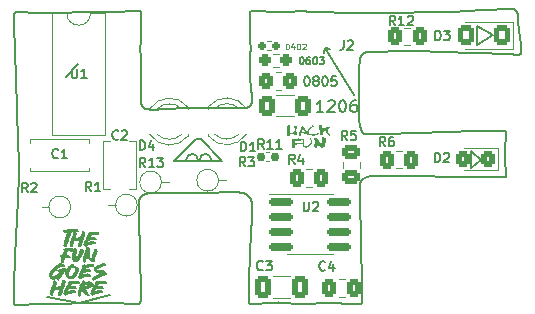
<source format=gbr>
%TF.GenerationSoftware,KiCad,Pcbnew,8.0.4*%
%TF.CreationDate,2024-09-21T16:19:46-07:00*%
%TF.ProjectId,solder_challenge_555,736f6c64-6572-45f6-9368-616c6c656e67,rev?*%
%TF.SameCoordinates,Original*%
%TF.FileFunction,Legend,Top*%
%TF.FilePolarity,Positive*%
%FSLAX46Y46*%
G04 Gerber Fmt 4.6, Leading zero omitted, Abs format (unit mm)*
G04 Created by KiCad (PCBNEW 8.0.4) date 2024-09-21 16:19:46*
%MOMM*%
%LPD*%
G01*
G04 APERTURE LIST*
G04 Aperture macros list*
%AMRoundRect*
0 Rectangle with rounded corners*
0 $1 Rounding radius*
0 $2 $3 $4 $5 $6 $7 $8 $9 X,Y pos of 4 corners*
0 Add a 4 corners polygon primitive as box body*
4,1,4,$2,$3,$4,$5,$6,$7,$8,$9,$2,$3,0*
0 Add four circle primitives for the rounded corners*
1,1,$1+$1,$2,$3*
1,1,$1+$1,$4,$5*
1,1,$1+$1,$6,$7*
1,1,$1+$1,$8,$9*
0 Add four rect primitives between the rounded corners*
20,1,$1+$1,$2,$3,$4,$5,0*
20,1,$1+$1,$4,$5,$6,$7,0*
20,1,$1+$1,$6,$7,$8,$9,0*
20,1,$1+$1,$8,$9,$2,$3,0*%
G04 Aperture macros list end*
%ADD10C,0.150000*%
%ADD11C,0.200000*%
%ADD12C,0.100000*%
%ADD13C,0.000000*%
%ADD14C,0.300000*%
%ADD15C,0.125000*%
%ADD16C,0.120000*%
%ADD17C,1.400000*%
%ADD18O,1.400000X1.400000*%
%ADD19C,1.600000*%
%ADD20RoundRect,0.160000X-0.197500X-0.160000X0.197500X-0.160000X0.197500X0.160000X-0.197500X0.160000X0*%
%ADD21RoundRect,0.250000X-0.475000X0.337500X-0.475000X-0.337500X0.475000X-0.337500X0.475000X0.337500X0*%
%ADD22RoundRect,0.250001X0.462499X0.624999X-0.462499X0.624999X-0.462499X-0.624999X0.462499X-0.624999X0*%
%ADD23RoundRect,0.250000X0.337500X0.475000X-0.337500X0.475000X-0.337500X-0.475000X0.337500X-0.475000X0*%
%ADD24RoundRect,0.250000X-0.350000X-0.450000X0.350000X-0.450000X0.350000X0.450000X-0.350000X0.450000X0*%
%ADD25RoundRect,0.237500X-0.250000X-0.237500X0.250000X-0.237500X0.250000X0.237500X-0.250000X0.237500X0*%
%ADD26RoundRect,0.155000X0.212500X0.155000X-0.212500X0.155000X-0.212500X-0.155000X0.212500X-0.155000X0*%
%ADD27RoundRect,0.250000X-0.337500X-0.475000X0.337500X-0.475000X0.337500X0.475000X-0.337500X0.475000X0*%
%ADD28RoundRect,0.250000X0.325000X0.450000X-0.325000X0.450000X-0.325000X-0.450000X0.325000X-0.450000X0*%
%ADD29RoundRect,0.250000X-0.400000X-0.625000X0.400000X-0.625000X0.400000X0.625000X-0.400000X0.625000X0*%
%ADD30RoundRect,0.150000X-0.825000X-0.150000X0.825000X-0.150000X0.825000X0.150000X-0.825000X0.150000X0*%
%ADD31R,1.800000X1.800000*%
%ADD32C,1.800000*%
%ADD33RoundRect,0.250000X-0.412500X-0.650000X0.412500X-0.650000X0.412500X0.650000X-0.412500X0.650000X0*%
%ADD34R,1.700000X1.700000*%
%ADD35O,1.700000X1.700000*%
%ADD36C,0.800000*%
%ADD37C,2.000000*%
%ADD38R,2.400000X1.600000*%
%ADD39O,2.400000X1.600000*%
G04 APERTURE END LIST*
D10*
X120970000Y-42420000D02*
X119900000Y-43490000D01*
D11*
X115526119Y-62636105D02*
X115525519Y-62632751D01*
X158104692Y-37934647D02*
X158117922Y-37961105D01*
X137901957Y-62567558D02*
X137892598Y-62571318D01*
D10*
X154730000Y-39170000D02*
X154730000Y-40760000D01*
D11*
X157160823Y-48276788D02*
X157161965Y-48281741D01*
X134076882Y-46130776D02*
X134376854Y-46136730D01*
X140159333Y-62684097D02*
X140155850Y-62684412D01*
X123954933Y-62596455D02*
X123655954Y-62591164D01*
X145039894Y-48141277D02*
X145046136Y-48148430D01*
X157186583Y-48097290D02*
X157190552Y-48109526D01*
X144988468Y-48072417D02*
X144989290Y-48073477D01*
X144838029Y-41971775D02*
X144834975Y-41981666D01*
X145146024Y-41453683D02*
X145140892Y-41457120D01*
D12*
X140730509Y-47565249D02*
X140731164Y-47564871D01*
D11*
X145114273Y-41477821D02*
X145109142Y-41481635D01*
X140086573Y-62689059D02*
X139755844Y-62683768D01*
X158096833Y-37922601D02*
X158100270Y-37928156D01*
X157191499Y-48386696D02*
X157191900Y-48394120D01*
X140240694Y-62688728D02*
X140228891Y-62688413D01*
X145498946Y-41332228D02*
X145497289Y-41330259D01*
X157174828Y-48244837D02*
X157172679Y-48245555D01*
X157165874Y-48249441D02*
X157164593Y-48250658D01*
X126772290Y-53357954D02*
X126744348Y-53363856D01*
X117400874Y-62731064D02*
X117327121Y-62734040D01*
X135603483Y-62686283D02*
X135599199Y-62685012D01*
X126194464Y-53757192D02*
X126186154Y-53772860D01*
X135711443Y-54550688D02*
X135704922Y-54422526D01*
X126382483Y-53529190D02*
X126370205Y-53539236D01*
X132905785Y-53261961D02*
X132773495Y-53267253D01*
X145365380Y-41374856D02*
X145360052Y-41376316D01*
X135595845Y-62684113D02*
X135594682Y-62683861D01*
X144883459Y-47856520D02*
X144901979Y-47906790D01*
X157175534Y-51934712D02*
X157175359Y-51935365D01*
X126721093Y-46182536D02*
X126758453Y-46193979D01*
X157177655Y-48086706D02*
X157180399Y-48090592D01*
X115949535Y-62802564D02*
X115940819Y-62806150D01*
X115539090Y-62685667D02*
X115538670Y-62684503D01*
X140362898Y-37937763D02*
X140363633Y-37938341D01*
X134051515Y-53233311D02*
X133974703Y-53232856D01*
X126758453Y-46193979D02*
X126797569Y-46204260D01*
X140359085Y-37934647D02*
X140359611Y-37935144D01*
X115675247Y-62792116D02*
X115670069Y-62790845D01*
X145484064Y-41323960D02*
X145481266Y-41324097D01*
X140144781Y-62686413D02*
X140131221Y-62686827D01*
X145375898Y-41371448D02*
X145365380Y-41374856D01*
X115633771Y-62779021D02*
X115609959Y-62765792D01*
D10*
X121020000Y-62650000D02*
X123660000Y-61940000D01*
D11*
X115853375Y-53862563D02*
X115919521Y-51751188D01*
X140444827Y-37985786D02*
X140451846Y-37987343D01*
X144971102Y-48044704D02*
X144982801Y-48063680D01*
X145039932Y-52145316D02*
X145039570Y-52145415D01*
X135540813Y-37943288D02*
X135540968Y-37942886D01*
X126269399Y-45559690D02*
X126274712Y-45600834D01*
X157143595Y-51949622D02*
X157132278Y-51953508D01*
X115690409Y-62796301D02*
X115680735Y-62793573D01*
X126119224Y-62657311D02*
X126092766Y-62670540D01*
X137992281Y-62563121D02*
X137991857Y-62561400D01*
X145021867Y-41565351D02*
X145017035Y-41572337D01*
X144895321Y-52324137D02*
X144890660Y-52332234D01*
X126209869Y-41215894D02*
X126211812Y-41239293D01*
X144825253Y-47647500D02*
X144851711Y-47758625D01*
X126279064Y-37962991D02*
X126281183Y-37966852D01*
X157175674Y-51934078D02*
X157175534Y-51934712D01*
X145250570Y-41399366D02*
X145235274Y-41405733D01*
X126881207Y-46221396D02*
X126927897Y-46228837D01*
X145078503Y-41505613D02*
X145077340Y-41506285D01*
X144957550Y-62614977D02*
X144955070Y-62618740D01*
X126092766Y-62670540D02*
X126066308Y-62681124D01*
X135609188Y-37902954D02*
X135614319Y-37900789D01*
X157193281Y-48118497D02*
X157194180Y-48121851D01*
X145023215Y-41563175D02*
X145021867Y-41565351D01*
X158416903Y-40681022D02*
X158464525Y-41069959D01*
X140366574Y-37940964D02*
X140367270Y-37941716D01*
X140397864Y-37966854D02*
X140404178Y-37970392D01*
X144867592Y-52380893D02*
X144846424Y-52436455D01*
X140163294Y-37879085D02*
X140221502Y-37889668D01*
X144817320Y-52555849D02*
X144815501Y-52569368D01*
X140173885Y-62683766D02*
X140166361Y-62683807D01*
X135452859Y-62616650D02*
X135451077Y-62614981D01*
X126293833Y-38027251D02*
X126272666Y-39477167D01*
X131040457Y-46097042D02*
X131497194Y-46091089D01*
X157080755Y-51965498D02*
X157014608Y-51973435D01*
X135434742Y-62591375D02*
X135434207Y-62589860D01*
X126309707Y-43146938D02*
X126308508Y-43519133D01*
X157866564Y-37736209D02*
X157903605Y-37749439D01*
X158104019Y-37933825D02*
X158104692Y-37934647D01*
X140410662Y-37973658D02*
X140417293Y-37976650D01*
X137980482Y-37982272D02*
X138827147Y-37947876D01*
X115580984Y-62743591D02*
X115577878Y-62740656D01*
X115549683Y-62706467D02*
X115545136Y-62697992D01*
X145295550Y-41386137D02*
X145283892Y-41388866D01*
X128434311Y-46205521D02*
X128724360Y-46188323D01*
X135561667Y-45874172D02*
X135573118Y-45858270D01*
X145290916Y-48316894D02*
X145325312Y-48327478D01*
X143661097Y-62675830D02*
X142891157Y-62604394D01*
X116020730Y-62783658D02*
X116020008Y-62782925D01*
X126238270Y-40569897D02*
X126209166Y-40969418D01*
X116250267Y-62805476D02*
X116028017Y-62813414D01*
X134827349Y-46131707D02*
X134907344Y-46127469D01*
X135543665Y-40630751D02*
X135498686Y-38379147D01*
X115586447Y-62749962D02*
X115586146Y-62749917D01*
X157175023Y-51936355D02*
X157174889Y-51936683D01*
X135620407Y-62691710D02*
X135608171Y-62687741D01*
X140368255Y-37942934D02*
X140368563Y-37943365D01*
X145424864Y-41348765D02*
X145415644Y-41353627D01*
X115694625Y-62797541D02*
X115690409Y-62796301D01*
X126264970Y-45516593D02*
X126269399Y-45559690D01*
X145203608Y-41419210D02*
X145166565Y-41440377D01*
X157985628Y-37797064D02*
X158009439Y-37815584D01*
X135657576Y-55869553D02*
X135684241Y-55494052D01*
X145465304Y-41328408D02*
X145458061Y-41331526D01*
X144962837Y-41649397D02*
X144923149Y-41723481D01*
X145075902Y-41506790D02*
X145074818Y-41507551D01*
X145080031Y-41504569D02*
X145078503Y-41505613D01*
X137974727Y-62543934D02*
X137972353Y-62543637D01*
X140155850Y-62684412D02*
X140154089Y-62684626D01*
X126505801Y-46068571D02*
X126531848Y-46088588D01*
X145076305Y-41506591D02*
X145075902Y-41506790D01*
X158459234Y-41509168D02*
X158450965Y-41518759D01*
X126282681Y-37969906D02*
X126283101Y-37970985D01*
X140417293Y-37976650D02*
X140424049Y-37979362D01*
X135680097Y-54196524D02*
X135661670Y-54097011D01*
X131497194Y-46091089D02*
X131924166Y-46089104D01*
X126190661Y-62596457D02*
X126166849Y-62622916D01*
X128619783Y-53303136D02*
X128098306Y-53285773D01*
X135573118Y-45858270D02*
X135584097Y-45841621D01*
X144982801Y-48063680D02*
X144987053Y-48070330D01*
X158067652Y-37876439D02*
X158083525Y-37900251D01*
X115545136Y-62697992D02*
X115542707Y-62693305D01*
X144814674Y-53719685D02*
X144994593Y-61194163D01*
X115533229Y-38143668D02*
X115543813Y-38114563D01*
X125648267Y-62694352D02*
X123954933Y-62596455D01*
X135618273Y-37898934D02*
X135619605Y-37898190D01*
X126861075Y-53343723D02*
X126830622Y-53347950D01*
X135679748Y-45469512D02*
X135680796Y-45429465D01*
X144814671Y-42075377D02*
X144798798Y-42175918D01*
X134667152Y-53268239D02*
X134607757Y-53261031D01*
X126287219Y-37985248D02*
X126288676Y-37990421D01*
D13*
G36*
X138886261Y-47556336D02*
G01*
X138887003Y-47556720D01*
X138888475Y-47557519D01*
X138889942Y-47558334D01*
X138891417Y-47559135D01*
X138892161Y-47559521D01*
X138892912Y-47559893D01*
X138893673Y-47560246D01*
X138894443Y-47560577D01*
X138895226Y-47560882D01*
X138896022Y-47561157D01*
X138896834Y-47561399D01*
X138897662Y-47561604D01*
X138899125Y-47561949D01*
X138900520Y-47562325D01*
X138901848Y-47562730D01*
X138903112Y-47563165D01*
X138904312Y-47563627D01*
X138905451Y-47564117D01*
X138906528Y-47564634D01*
X138907547Y-47565175D01*
X138908507Y-47565742D01*
X138909412Y-47566332D01*
X138910261Y-47566946D01*
X138911056Y-47567582D01*
X138911800Y-47568239D01*
X138912492Y-47568917D01*
X138913136Y-47569615D01*
X138913731Y-47570332D01*
X138914279Y-47571067D01*
X138914782Y-47571819D01*
X138915242Y-47572588D01*
X138915659Y-47573373D01*
X138916035Y-47574172D01*
X138916371Y-47574985D01*
X138916931Y-47576651D01*
X138917349Y-47578363D01*
X138917636Y-47580114D01*
X138917804Y-47581899D01*
X138917864Y-47583709D01*
X138918231Y-47629196D01*
X138918110Y-47640564D01*
X138917787Y-47651922D01*
X138917200Y-47663268D01*
X138916291Y-47674598D01*
X138914273Y-47692598D01*
X138911828Y-47710576D01*
X138906494Y-47746513D01*
X138904023Y-47764492D01*
X138901963Y-47782493D01*
X138900522Y-47800526D01*
X138900100Y-47809558D01*
X138899911Y-47818602D01*
X138899987Y-47827170D01*
X138900276Y-47835740D01*
X138901151Y-47852881D01*
X138901568Y-47861450D01*
X138901858Y-47870015D01*
X138901935Y-47878576D01*
X138901714Y-47887131D01*
X138899487Y-47928844D01*
X138896876Y-47970548D01*
X138891603Y-48053956D01*
X138891278Y-48061218D01*
X138891099Y-48068485D01*
X138890974Y-48083025D01*
X138890824Y-48097564D01*
X138890613Y-48104829D01*
X138890244Y-48112090D01*
X138889591Y-48121353D01*
X138888836Y-48130612D01*
X138887116Y-48149125D01*
X138883500Y-48186146D01*
X138883026Y-48192051D01*
X138882638Y-48197960D01*
X138881921Y-48209780D01*
X138885014Y-48209864D01*
X138885017Y-48209863D01*
X138886070Y-48194645D01*
X138888015Y-48194591D01*
X138890252Y-48227339D01*
X138892910Y-48227316D01*
X138895589Y-48227380D01*
X138900680Y-48227550D01*
X138902927Y-48227544D01*
X138903939Y-48227495D01*
X138904864Y-48227404D01*
X138905690Y-48227267D01*
X138906408Y-48227075D01*
X138907006Y-48226821D01*
X138907258Y-48226669D01*
X138907476Y-48226500D01*
X138908310Y-48225791D01*
X138909157Y-48225142D01*
X138910014Y-48224550D01*
X138910881Y-48224014D01*
X138911759Y-48223531D01*
X138912645Y-48223099D01*
X138913540Y-48222717D01*
X138914442Y-48222383D01*
X138915351Y-48222094D01*
X138916267Y-48221848D01*
X138918116Y-48221478D01*
X138919982Y-48221257D01*
X138921861Y-48221169D01*
X138923747Y-48221198D01*
X138925635Y-48221327D01*
X138927520Y-48221541D01*
X138929397Y-48221822D01*
X138933104Y-48222525D01*
X138936715Y-48223307D01*
X138943247Y-48224573D01*
X138949735Y-48225515D01*
X138956182Y-48226156D01*
X138962592Y-48226521D01*
X138968967Y-48226633D01*
X138975312Y-48226515D01*
X138981630Y-48226193D01*
X138987923Y-48225689D01*
X139000453Y-48224231D01*
X139012929Y-48222332D01*
X139037827Y-48217972D01*
X139046153Y-48216482D01*
X139054456Y-48214925D01*
X139062732Y-48213298D01*
X139070978Y-48211602D01*
X139082675Y-48209143D01*
X139088447Y-48207823D01*
X139094131Y-48206351D01*
X139096932Y-48205538D01*
X139099701Y-48204661D01*
X139102434Y-48203713D01*
X139105129Y-48202685D01*
X139107782Y-48201568D01*
X139110388Y-48200354D01*
X139112946Y-48199035D01*
X139115452Y-48197602D01*
X139116931Y-48196771D01*
X139118496Y-48196002D01*
X139120137Y-48195291D01*
X139121848Y-48194633D01*
X139123621Y-48194023D01*
X139125447Y-48193456D01*
X139127319Y-48192926D01*
X139129229Y-48192429D01*
X139133129Y-48191514D01*
X139137086Y-48190670D01*
X139144915Y-48189037D01*
X139160297Y-48185763D01*
X139175892Y-48182588D01*
X139208212Y-48176126D01*
X139197995Y-48168615D01*
X139267310Y-48158499D01*
X139269587Y-48121381D01*
X139273491Y-48056204D01*
X139276346Y-47991015D01*
X139277168Y-47958412D01*
X139277472Y-47925803D01*
X139277173Y-47893186D01*
X139276187Y-47860559D01*
X139271962Y-47751751D01*
X139268319Y-47642932D01*
X139268287Y-47640822D01*
X139268318Y-47638709D01*
X139268406Y-47636591D01*
X139268544Y-47634468D01*
X139268947Y-47630199D01*
X139269480Y-47625888D01*
X139270735Y-47617094D01*
X139271360Y-47612585D01*
X139271919Y-47607987D01*
X139303219Y-47614511D01*
X139317931Y-47617630D01*
X139332332Y-47620802D01*
X139333430Y-47621066D01*
X139334516Y-47621356D01*
X139335591Y-47621670D01*
X139336657Y-47622005D01*
X139338763Y-47622725D01*
X139340846Y-47623497D01*
X139344983Y-47625106D01*
X139347058Y-47625899D01*
X139349152Y-47626656D01*
X139351049Y-47627340D01*
X139352936Y-47628055D01*
X139356715Y-47629484D01*
X139358623Y-47630155D01*
X139360553Y-47630767D01*
X139361529Y-47631043D01*
X139362513Y-47631296D01*
X139363508Y-47631523D01*
X139364513Y-47631722D01*
X139372323Y-47633176D01*
X139380042Y-47634744D01*
X139387632Y-47636489D01*
X139395059Y-47638479D01*
X139398699Y-47639586D01*
X139402285Y-47640779D01*
X139405811Y-47642066D01*
X139409274Y-47643455D01*
X139412669Y-47644954D01*
X139415990Y-47646572D01*
X139419235Y-47648317D01*
X139422397Y-47650197D01*
X139423292Y-47650723D01*
X139424236Y-47651218D01*
X139425229Y-47651687D01*
X139426272Y-47652133D01*
X139427366Y-47652564D01*
X139428511Y-47652983D01*
X139430957Y-47653808D01*
X139436490Y-47655549D01*
X139439586Y-47656548D01*
X139442908Y-47657687D01*
X139445517Y-47710651D01*
X139446288Y-47709233D01*
X139446958Y-47707807D01*
X139447532Y-47706374D01*
X139448017Y-47704934D01*
X139448422Y-47703488D01*
X139448752Y-47702037D01*
X139449216Y-47699121D01*
X139449466Y-47696191D01*
X139449557Y-47693252D01*
X139449484Y-47687364D01*
X139449440Y-47681497D01*
X139449568Y-47678583D01*
X139449869Y-47675688D01*
X139450103Y-47674250D01*
X139450400Y-47672818D01*
X139450769Y-47671394D01*
X139451216Y-47669977D01*
X139451747Y-47668569D01*
X139452371Y-47667170D01*
X139453094Y-47665781D01*
X139453923Y-47664402D01*
X139458537Y-47664628D01*
X139461197Y-47698977D01*
X139462366Y-47716153D01*
X139462806Y-47724743D01*
X139463109Y-47733335D01*
X139463265Y-47742268D01*
X139463282Y-47751203D01*
X139463035Y-47769076D01*
X139462639Y-47786952D01*
X139462363Y-47804828D01*
X139462076Y-47839738D01*
X139461891Y-47848485D01*
X139461613Y-47857244D01*
X139461216Y-47866018D01*
X139460677Y-47874810D01*
X139457207Y-47841266D01*
X139455644Y-47824490D01*
X139455020Y-47816098D01*
X139454543Y-47807703D01*
X139454229Y-47799157D01*
X139454059Y-47790608D01*
X139454028Y-47773503D01*
X139454309Y-47739285D01*
X139448292Y-47739265D01*
X139448036Y-47783287D01*
X139447982Y-47805298D01*
X139448123Y-47827307D01*
X139448531Y-47849399D01*
X139449133Y-47871491D01*
X139450484Y-47915672D01*
X139445274Y-47915808D01*
X139439866Y-47863450D01*
X139436313Y-47863230D01*
X139436128Y-47864682D01*
X139435914Y-47866134D01*
X139435471Y-47869039D01*
X139435283Y-47870491D01*
X139435143Y-47871941D01*
X139435096Y-47872666D01*
X139435069Y-47873391D01*
X139435064Y-47874115D01*
X139435083Y-47874838D01*
X139436212Y-47907273D01*
X139436793Y-47939704D01*
X139436875Y-47972131D01*
X139436508Y-48004555D01*
X139435740Y-48036976D01*
X139434623Y-48069395D01*
X139431538Y-48134229D01*
X139431389Y-48136802D01*
X139431335Y-48138065D01*
X139431319Y-48139315D01*
X139431357Y-48140552D01*
X139431468Y-48141777D01*
X139431667Y-48142992D01*
X139431806Y-48143595D01*
X139431974Y-48144196D01*
X139432173Y-48144795D01*
X139432405Y-48145392D01*
X139432672Y-48145987D01*
X139432977Y-48146580D01*
X139433321Y-48147171D01*
X139433708Y-48147761D01*
X139434139Y-48148349D01*
X139434615Y-48148937D01*
X139435141Y-48149523D01*
X139435716Y-48150107D01*
X139436345Y-48150691D01*
X139437029Y-48151275D01*
X139437769Y-48151857D01*
X139438569Y-48152439D01*
X139439431Y-48153021D01*
X139440356Y-48153602D01*
X139444883Y-48156315D01*
X139446950Y-48157498D01*
X139448923Y-48158560D01*
X139450827Y-48159500D01*
X139452691Y-48160314D01*
X139454542Y-48161000D01*
X139456406Y-48161555D01*
X139458312Y-48161977D01*
X139459288Y-48162137D01*
X139460285Y-48162262D01*
X139461306Y-48162353D01*
X139462354Y-48162408D01*
X139464545Y-48162413D01*
X139466886Y-48162272D01*
X139469403Y-48161985D01*
X139472125Y-48161547D01*
X139475077Y-48160956D01*
X139475435Y-48160885D01*
X139475801Y-48160824D01*
X139476176Y-48160773D01*
X139476563Y-48160730D01*
X139477380Y-48160663D01*
X139478268Y-48160614D01*
X139480323Y-48160527D01*
X139481523Y-48160470D01*
X139482859Y-48160389D01*
X139476885Y-48169030D01*
X139501416Y-48173722D01*
X139501378Y-48176158D01*
X139501290Y-48178607D01*
X139501112Y-48183525D01*
X139501097Y-48185984D01*
X139501125Y-48187211D01*
X139501183Y-48188436D01*
X139501274Y-48189659D01*
X139501405Y-48190878D01*
X139501579Y-48192093D01*
X139501802Y-48193303D01*
X139501878Y-48193617D01*
X139501976Y-48193929D01*
X139502096Y-48194239D01*
X139502236Y-48194546D01*
X139502395Y-48194852D01*
X139502573Y-48195157D01*
X139502767Y-48195460D01*
X139502978Y-48195761D01*
X139503444Y-48196361D01*
X139503961Y-48196957D01*
X139504523Y-48197550D01*
X139505121Y-48198142D01*
X139505746Y-48198734D01*
X139506391Y-48199326D01*
X139507704Y-48200516D01*
X139508357Y-48201117D01*
X139508997Y-48201722D01*
X139509614Y-48202334D01*
X139510202Y-48202953D01*
X139505204Y-48210815D01*
X139503902Y-48212760D01*
X139502531Y-48214677D01*
X139501070Y-48216556D01*
X139499495Y-48218387D01*
X139497783Y-48220161D01*
X139495911Y-48221868D01*
X139494907Y-48222693D01*
X139493854Y-48223497D01*
X139492750Y-48224279D01*
X139491591Y-48225039D01*
X139490375Y-48225774D01*
X139489098Y-48226484D01*
X139487758Y-48227166D01*
X139486352Y-48227821D01*
X139484876Y-48228447D01*
X139483329Y-48229042D01*
X139481707Y-48229605D01*
X139480007Y-48230136D01*
X139477030Y-48231052D01*
X139474087Y-48232028D01*
X139468274Y-48234142D01*
X139462516Y-48236442D01*
X139456761Y-48238890D01*
X139445050Y-48244083D01*
X139438991Y-48246754D01*
X139432725Y-48249426D01*
X139432725Y-48382247D01*
X139435294Y-48374334D01*
X139437390Y-48366400D01*
X139439064Y-48358448D01*
X139440364Y-48350480D01*
X139441338Y-48342497D01*
X139442034Y-48334503D01*
X139442501Y-48326498D01*
X139442788Y-48318486D01*
X139443099Y-48286405D01*
X139443431Y-48270375D01*
X139443811Y-48262371D01*
X139444398Y-48254376D01*
X139449356Y-48254446D01*
X139449284Y-48286095D01*
X139449289Y-48301919D01*
X139449405Y-48317743D01*
X139450157Y-48366088D01*
X139451222Y-48414427D01*
X139451226Y-48415280D01*
X139451190Y-48416102D01*
X139451107Y-48416891D01*
X139450970Y-48417646D01*
X139450880Y-48418009D01*
X139450774Y-48418363D01*
X139450652Y-48418706D01*
X139450512Y-48419040D01*
X139450354Y-48419362D01*
X139450176Y-48419674D01*
X139449980Y-48419974D01*
X139449762Y-48420263D01*
X139449524Y-48420540D01*
X139449263Y-48420805D01*
X139448979Y-48421058D01*
X139448671Y-48421297D01*
X139448339Y-48421524D01*
X139447981Y-48421737D01*
X139447598Y-48421936D01*
X139447187Y-48422121D01*
X139446748Y-48422292D01*
X139446281Y-48422449D01*
X139445785Y-48422590D01*
X139445258Y-48422716D01*
X139444700Y-48422827D01*
X139444111Y-48422921D01*
X139443489Y-48423000D01*
X139442833Y-48423062D01*
X139378426Y-48428282D01*
X139346203Y-48430737D01*
X139313944Y-48432904D01*
X139310396Y-48433041D01*
X139307037Y-48433008D01*
X139303864Y-48432804D01*
X139300871Y-48432431D01*
X139298055Y-48431890D01*
X139295410Y-48431181D01*
X139292932Y-48430306D01*
X139290618Y-48429265D01*
X139288461Y-48428059D01*
X139286458Y-48426689D01*
X139284604Y-48425157D01*
X139282895Y-48423462D01*
X139281326Y-48421606D01*
X139279892Y-48419589D01*
X139278590Y-48417413D01*
X139277415Y-48415078D01*
X139275941Y-48411773D01*
X139274568Y-48408458D01*
X139273297Y-48405135D01*
X139272131Y-48401802D01*
X139271071Y-48398458D01*
X139270120Y-48395103D01*
X139269279Y-48391737D01*
X139268551Y-48388358D01*
X139267937Y-48384966D01*
X139267439Y-48381560D01*
X139267060Y-48378140D01*
X139266801Y-48374706D01*
X139266664Y-48371255D01*
X139266651Y-48367789D01*
X139266765Y-48364305D01*
X139267006Y-48360805D01*
X139267875Y-48350017D01*
X139268613Y-48339225D01*
X139269805Y-48317628D01*
X139271776Y-48274419D01*
X139271802Y-48273692D01*
X139271810Y-48272961D01*
X139271778Y-48271479D01*
X139271693Y-48269950D01*
X139271568Y-48268351D01*
X139271247Y-48264854D01*
X139271078Y-48262911D01*
X139270920Y-48260808D01*
X139264732Y-48261044D01*
X139258615Y-48261458D01*
X139252561Y-48262028D01*
X139246564Y-48262728D01*
X139234707Y-48264423D01*
X139222982Y-48266349D01*
X139211329Y-48268313D01*
X139199687Y-48270120D01*
X139187995Y-48271578D01*
X139182111Y-48272115D01*
X139176192Y-48272492D01*
X139164426Y-48273142D01*
X139152674Y-48273924D01*
X139129198Y-48275756D01*
X139082256Y-48279586D01*
X138986125Y-48286162D01*
X138890561Y-48293139D01*
X138890273Y-48296439D01*
X138889970Y-48299691D01*
X138889835Y-48301305D01*
X138889723Y-48302912D01*
X138889642Y-48304516D01*
X138889603Y-48306118D01*
X138887958Y-48465667D01*
X138887899Y-48467137D01*
X138887758Y-48468588D01*
X138887536Y-48470019D01*
X138887234Y-48471429D01*
X138886854Y-48472819D01*
X138886396Y-48474186D01*
X138885861Y-48475531D01*
X138885252Y-48476852D01*
X138884568Y-48478150D01*
X138883812Y-48479423D01*
X138882984Y-48480671D01*
X138882086Y-48481893D01*
X138881119Y-48483089D01*
X138880083Y-48484257D01*
X138878981Y-48485397D01*
X138877813Y-48486509D01*
X138876581Y-48487591D01*
X138875286Y-48488643D01*
X138873928Y-48489665D01*
X138872509Y-48490655D01*
X138871031Y-48491614D01*
X138869494Y-48492540D01*
X138866250Y-48494290D01*
X138862785Y-48495902D01*
X138859111Y-48497369D01*
X138855235Y-48498687D01*
X138851168Y-48499850D01*
X138846818Y-48500972D01*
X138842501Y-48502009D01*
X138840348Y-48502473D01*
X138838194Y-48502888D01*
X138836037Y-48503244D01*
X138833873Y-48503533D01*
X138831701Y-48503746D01*
X138829517Y-48503872D01*
X138827318Y-48503903D01*
X138825101Y-48503830D01*
X138822863Y-48503643D01*
X138820602Y-48503333D01*
X138818314Y-48502890D01*
X138815997Y-48502307D01*
X138815660Y-48502225D01*
X138815309Y-48502164D01*
X138814947Y-48502123D01*
X138814574Y-48502098D01*
X138814192Y-48502089D01*
X138813802Y-48502094D01*
X138813406Y-48502109D01*
X138813004Y-48502134D01*
X138812192Y-48502203D01*
X138811374Y-48502286D01*
X138810563Y-48502365D01*
X138809769Y-48502427D01*
X138761689Y-48505578D01*
X138737641Y-48506952D01*
X138725609Y-48507466D01*
X138713570Y-48507815D01*
X138706727Y-48507843D01*
X138699857Y-48507651D01*
X138692973Y-48507267D01*
X138686088Y-48506714D01*
X138679216Y-48506019D01*
X138672370Y-48505206D01*
X138658804Y-48503329D01*
X138657410Y-48503094D01*
X138656078Y-48502812D01*
X138654807Y-48502485D01*
X138653594Y-48502116D01*
X138652439Y-48501706D01*
X138651339Y-48501256D01*
X138650292Y-48500769D01*
X138649296Y-48500247D01*
X138648348Y-48499691D01*
X138647449Y-48499103D01*
X138646594Y-48498486D01*
X138645783Y-48497840D01*
X138645013Y-48497169D01*
X138644282Y-48496473D01*
X138643589Y-48495754D01*
X138642932Y-48495015D01*
X138641715Y-48493482D01*
X138640618Y-48491889D01*
X138639623Y-48490251D01*
X138638716Y-48488581D01*
X138637881Y-48486896D01*
X138637103Y-48485210D01*
X138635653Y-48481893D01*
X138635085Y-48480496D01*
X138634580Y-48479078D01*
X138634136Y-48477640D01*
X138633752Y-48476185D01*
X138633426Y-48474716D01*
X138633156Y-48473236D01*
X138632941Y-48471746D01*
X138632777Y-48470249D01*
X138632664Y-48468748D01*
X138632601Y-48467244D01*
X138632584Y-48465741D01*
X138632612Y-48464241D01*
X138632684Y-48462746D01*
X138632798Y-48461259D01*
X138632952Y-48459782D01*
X138633144Y-48458318D01*
X138634872Y-48445205D01*
X138636298Y-48432087D01*
X138638356Y-48405840D01*
X138639548Y-48379581D01*
X138640102Y-48353312D01*
X138640542Y-48248208D01*
X138640910Y-48234798D01*
X138641451Y-48221389D01*
X138642885Y-48194577D01*
X138644503Y-48167765D01*
X138645964Y-48140951D01*
X138646158Y-48135739D01*
X138646266Y-48130526D01*
X138646346Y-48120096D01*
X138646442Y-48109666D01*
X138646571Y-48104453D01*
X138646794Y-48099243D01*
X138650497Y-48037448D01*
X138652331Y-48006550D01*
X138653872Y-47975647D01*
X138655257Y-47943246D01*
X138656461Y-47910838D01*
X138657221Y-47878430D01*
X138657352Y-47862228D01*
X138657274Y-47846028D01*
X138657436Y-47827165D01*
X138658300Y-47808346D01*
X138659751Y-47789561D01*
X138661676Y-47770804D01*
X138663959Y-47752067D01*
X138666487Y-47733342D01*
X138671822Y-47695899D01*
X138674248Y-47678195D01*
X138676583Y-47660362D01*
X138681283Y-47623832D01*
X138687538Y-47655105D01*
X138691717Y-47654890D01*
X138692585Y-47649187D01*
X138693033Y-47646337D01*
X138693523Y-47643490D01*
X138693608Y-47642927D01*
X138693669Y-47642338D01*
X138693745Y-47641113D01*
X138693804Y-47639862D01*
X138693843Y-47639243D01*
X138693899Y-47638636D01*
X138693977Y-47638047D01*
X138694084Y-47637483D01*
X138694228Y-47636949D01*
X138694414Y-47636451D01*
X138694525Y-47636218D01*
X138694649Y-47635996D01*
X138694787Y-47635787D01*
X138694940Y-47635590D01*
X138695109Y-47635407D01*
X138695294Y-47635239D01*
X138695496Y-47635086D01*
X138695717Y-47634949D01*
X138696821Y-47634298D01*
X138697834Y-47633634D01*
X138698759Y-47632958D01*
X138699600Y-47632271D01*
X138700361Y-47631572D01*
X138701046Y-47630863D01*
X138701658Y-47630143D01*
X138702201Y-47629414D01*
X138702679Y-47628676D01*
X138703096Y-47627929D01*
X138703455Y-47627174D01*
X138703759Y-47626412D01*
X138704014Y-47625643D01*
X138704221Y-47624867D01*
X138704386Y-47624086D01*
X138704512Y-47623299D01*
X138704602Y-47622507D01*
X138704660Y-47621710D01*
X138704696Y-47620106D01*
X138704650Y-47618492D01*
X138704551Y-47616869D01*
X138704314Y-47613621D01*
X138704235Y-47612003D01*
X138704223Y-47610394D01*
X138704263Y-47609255D01*
X138704339Y-47608150D01*
X138704453Y-47607081D01*
X138704604Y-47606045D01*
X138704793Y-47605041D01*
X138705022Y-47604069D01*
X138705292Y-47603127D01*
X138705602Y-47602216D01*
X138705955Y-47601333D01*
X138706350Y-47600478D01*
X138706788Y-47599650D01*
X138707271Y-47598847D01*
X138707799Y-47598070D01*
X138708372Y-47597317D01*
X138708993Y-47596587D01*
X138709661Y-47595879D01*
X138710378Y-47595193D01*
X138711143Y-47594526D01*
X138711959Y-47593879D01*
X138712825Y-47593251D01*
X138713743Y-47592640D01*
X138714714Y-47592045D01*
X138715737Y-47591466D01*
X138716815Y-47590902D01*
X138719136Y-47589813D01*
X138721683Y-47588772D01*
X138724462Y-47587770D01*
X138727480Y-47586801D01*
X138737938Y-47583823D01*
X138748517Y-47581188D01*
X138759208Y-47578851D01*
X138769996Y-47576766D01*
X138780872Y-47574887D01*
X138791821Y-47573168D01*
X138813895Y-47570029D01*
X138818313Y-47569536D01*
X138822961Y-47569113D01*
X138827710Y-47568597D01*
X138830083Y-47568253D01*
X138832434Y-47567825D01*
X138834746Y-47567293D01*
X138837004Y-47566636D01*
X138839192Y-47565834D01*
X138841295Y-47564867D01*
X138842308Y-47564315D01*
X138843295Y-47563714D01*
X138844252Y-47563061D01*
X138845177Y-47562354D01*
X138846069Y-47561591D01*
X138846926Y-47560769D01*
X138847745Y-47559885D01*
X138848524Y-47558937D01*
X138849824Y-47559776D01*
X138851106Y-47560512D01*
X138852372Y-47561148D01*
X138853623Y-47561691D01*
X138854859Y-47562143D01*
X138856081Y-47562509D01*
X138857291Y-47562794D01*
X138858488Y-47563002D01*
X138859673Y-47563136D01*
X138860848Y-47563202D01*
X138862012Y-47563203D01*
X138863168Y-47563144D01*
X138864315Y-47563030D01*
X138865454Y-47562864D01*
X138867712Y-47562395D01*
X138869949Y-47561771D01*
X138872170Y-47561027D01*
X138876590Y-47559316D01*
X138881021Y-47557538D01*
X138883256Y-47556710D01*
X138885512Y-47555967D01*
X138886261Y-47556336D01*
G37*
D11*
X135567645Y-44142309D02*
X135543006Y-43837831D01*
X116023903Y-62788436D02*
X116022726Y-62786295D01*
X157088690Y-48036436D02*
X157117792Y-48044373D01*
X126203021Y-53741780D02*
X126194464Y-53757192D01*
X145488017Y-41324461D02*
X145486046Y-41324085D01*
D10*
X154730000Y-40760000D02*
X156040000Y-39970000D01*
D11*
X126338274Y-45841306D02*
X126351354Y-45869892D01*
X135608171Y-62687741D02*
X135603483Y-62686283D01*
X140111708Y-62687736D02*
X140086573Y-62689059D01*
X137869352Y-62588521D02*
X137872000Y-62588521D01*
X145217106Y-48283521D02*
X145223158Y-48286219D01*
X145199616Y-52037230D02*
X145196941Y-52038729D01*
X135474888Y-62636147D02*
X135463974Y-62626556D01*
X134271036Y-53238148D02*
X134126838Y-53234510D01*
X157191900Y-48394120D02*
X157191877Y-48401559D01*
D13*
G36*
X140605978Y-48665158D02*
G01*
X140616327Y-48667246D01*
X140626539Y-48669448D01*
X140627238Y-48669616D01*
X140627945Y-48669808D01*
X140628656Y-48670022D01*
X140629366Y-48670259D01*
X140630072Y-48670516D01*
X140630770Y-48670793D01*
X140631456Y-48671090D01*
X140632127Y-48671404D01*
X140632778Y-48671736D01*
X140633406Y-48672085D01*
X140634007Y-48672449D01*
X140634577Y-48672828D01*
X140635112Y-48673222D01*
X140635609Y-48673628D01*
X140636064Y-48674046D01*
X140636472Y-48674476D01*
X140642744Y-48681344D01*
X140649178Y-48688143D01*
X140655561Y-48694962D01*
X140658668Y-48698406D01*
X140661683Y-48701890D01*
X140664580Y-48705423D01*
X140667332Y-48709016D01*
X140669912Y-48712682D01*
X140672295Y-48716431D01*
X140674454Y-48720275D01*
X140676362Y-48724224D01*
X140677214Y-48726242D01*
X140677994Y-48728290D01*
X140678697Y-48730371D01*
X140679322Y-48732484D01*
X140717719Y-48869163D01*
X140725268Y-48897174D01*
X140728802Y-48911210D01*
X140731960Y-48925284D01*
X140733348Y-48932339D01*
X140734580Y-48939410D01*
X140735638Y-48946497D01*
X140736500Y-48953602D01*
X140737147Y-48960726D01*
X140737558Y-48967873D01*
X140737713Y-48975043D01*
X140737592Y-48982237D01*
X140737140Y-48992356D01*
X140736528Y-49002458D01*
X140735748Y-49012547D01*
X140734795Y-49022628D01*
X140733662Y-49032707D01*
X140732344Y-49042787D01*
X140730834Y-49052873D01*
X140729126Y-49062970D01*
X140728398Y-49066677D01*
X140727556Y-49070357D01*
X140726616Y-49074012D01*
X140725595Y-49077646D01*
X140723371Y-49084865D01*
X140721011Y-49092042D01*
X140718643Y-49099207D01*
X140716395Y-49106387D01*
X140715355Y-49109992D01*
X140714394Y-49113611D01*
X140713526Y-49117249D01*
X140712767Y-49120908D01*
X140711085Y-49128589D01*
X140708995Y-49136149D01*
X140706510Y-49143589D01*
X140703647Y-49150911D01*
X140700420Y-49158120D01*
X140696844Y-49165215D01*
X140692934Y-49172201D01*
X140688705Y-49179078D01*
X140684172Y-49185850D01*
X140679350Y-49192519D01*
X140674253Y-49199086D01*
X140668898Y-49205555D01*
X140663298Y-49211927D01*
X140657468Y-49218205D01*
X140651424Y-49224391D01*
X140645181Y-49230487D01*
X140631531Y-49243303D01*
X140617622Y-49255973D01*
X140603498Y-49268521D01*
X140589202Y-49280968D01*
X140560265Y-49305657D01*
X140531155Y-49330225D01*
X140514481Y-49344161D01*
X140506022Y-49351060D01*
X140497454Y-49357885D01*
X140488759Y-49364613D01*
X140479916Y-49371223D01*
X140470905Y-49377694D01*
X140461706Y-49384004D01*
X140446490Y-49394152D01*
X140431103Y-49404155D01*
X140415390Y-49413831D01*
X140407362Y-49418489D01*
X140399195Y-49422996D01*
X140390868Y-49427331D01*
X140382363Y-49431470D01*
X140373660Y-49435390D01*
X140364739Y-49439069D01*
X140355582Y-49442483D01*
X140346168Y-49445611D01*
X140336479Y-49448429D01*
X140326495Y-49450914D01*
X140306064Y-49455773D01*
X140285668Y-49460737D01*
X140275444Y-49463131D01*
X140265183Y-49465399D01*
X140254868Y-49467489D01*
X140244483Y-49469351D01*
X140234256Y-49470890D01*
X140223940Y-49472072D01*
X140218762Y-49472503D01*
X140213577Y-49472811D01*
X140208391Y-49472986D01*
X140203209Y-49473017D01*
X140198036Y-49472893D01*
X140192878Y-49472603D01*
X140187740Y-49472136D01*
X140182627Y-49471481D01*
X140177544Y-49470627D01*
X140172496Y-49469563D01*
X140167490Y-49468278D01*
X140162529Y-49466760D01*
X140152034Y-49463244D01*
X140141647Y-49459623D01*
X140131418Y-49455807D01*
X140121398Y-49451703D01*
X140116483Y-49449516D01*
X140111638Y-49447223D01*
X140106872Y-49444814D01*
X140102189Y-49442276D01*
X140097596Y-49439599D01*
X140093100Y-49436771D01*
X140088707Y-49433781D01*
X140084423Y-49430617D01*
X140073700Y-49422024D01*
X140063588Y-49413229D01*
X140054077Y-49404234D01*
X140045154Y-49395044D01*
X140036808Y-49385658D01*
X140029026Y-49376081D01*
X140021797Y-49366314D01*
X140015108Y-49356360D01*
X140008948Y-49346221D01*
X140003305Y-49335900D01*
X139998167Y-49325398D01*
X139993522Y-49314719D01*
X139989359Y-49303865D01*
X139985664Y-49292838D01*
X139982427Y-49281640D01*
X139979636Y-49270274D01*
X139974330Y-49247074D01*
X139968930Y-49224055D01*
X139958304Y-49179177D01*
X139927722Y-49182520D01*
X139920113Y-49183293D01*
X139912507Y-49183958D01*
X139904900Y-49184474D01*
X139897287Y-49184798D01*
X139889669Y-49184900D01*
X139882042Y-49184808D01*
X139874408Y-49184567D01*
X139866767Y-49184220D01*
X139851479Y-49183389D01*
X139836192Y-49182668D01*
X139834048Y-49182606D01*
X139831901Y-49182570D01*
X139827602Y-49182570D01*
X139823301Y-49182643D01*
X139819006Y-49182768D01*
X139712400Y-49186056D01*
X139659110Y-49187873D01*
X139605857Y-49190119D01*
X139555120Y-49192847D01*
X139504421Y-49196021D01*
X139403054Y-49202711D01*
X139296480Y-49209484D01*
X139296053Y-49211934D01*
X139295610Y-49214258D01*
X139294757Y-49218602D01*
X139294390Y-49220658D01*
X139294091Y-49222660D01*
X139293973Y-49223647D01*
X139293879Y-49224628D01*
X139293813Y-49225604D01*
X139293777Y-49226579D01*
X139293506Y-49250433D01*
X139293723Y-49274268D01*
X139294485Y-49298079D01*
X139295849Y-49321866D01*
X139297872Y-49345625D01*
X139300611Y-49369356D01*
X139304123Y-49393054D01*
X139308465Y-49416720D01*
X139311486Y-49432381D01*
X139314298Y-49448064D01*
X139319729Y-49479453D01*
X139319902Y-49480595D01*
X139320012Y-49481704D01*
X139320060Y-49482779D01*
X139320048Y-49483821D01*
X139319974Y-49484828D01*
X139319840Y-49485801D01*
X139319646Y-49486741D01*
X139319393Y-49487645D01*
X139319082Y-49488515D01*
X139318711Y-49489351D01*
X139318283Y-49490151D01*
X139317798Y-49490917D01*
X139317256Y-49491647D01*
X139316658Y-49492343D01*
X139316003Y-49493002D01*
X139315294Y-49493626D01*
X139314529Y-49494215D01*
X139313711Y-49494767D01*
X139312838Y-49495284D01*
X139311912Y-49495764D01*
X139310933Y-49496208D01*
X139309902Y-49496615D01*
X139308819Y-49496986D01*
X139307685Y-49497319D01*
X139306500Y-49497616D01*
X139305264Y-49497876D01*
X139303979Y-49498099D01*
X139302644Y-49498284D01*
X139301260Y-49498432D01*
X139299828Y-49498542D01*
X139298348Y-49498614D01*
X139296821Y-49498648D01*
X139293006Y-49498744D01*
X139289192Y-49498943D01*
X139285380Y-49499223D01*
X139281568Y-49499561D01*
X139273946Y-49500312D01*
X139266322Y-49501011D01*
X139219031Y-49505208D01*
X139207204Y-49506178D01*
X139195371Y-49507013D01*
X139183531Y-49507664D01*
X139171680Y-49508078D01*
X139163491Y-49508109D01*
X139155281Y-49507849D01*
X139147058Y-49507345D01*
X139138831Y-49506641D01*
X139130609Y-49505784D01*
X139122401Y-49504820D01*
X139106065Y-49502753D01*
X139103853Y-49502401D01*
X139101745Y-49501923D01*
X139099744Y-49501326D01*
X139097850Y-49500614D01*
X139096065Y-49499793D01*
X139094389Y-49498869D01*
X139092826Y-49497848D01*
X139091375Y-49496734D01*
X139090038Y-49495534D01*
X139088817Y-49494252D01*
X139087712Y-49492896D01*
X139086725Y-49491469D01*
X139085858Y-49489977D01*
X139085112Y-49488427D01*
X139084488Y-49486824D01*
X139083987Y-49485172D01*
X139082735Y-49480641D01*
X139081376Y-49476130D01*
X139078425Y-49467148D01*
X139072276Y-49449223D01*
X139069461Y-49440209D01*
X139068202Y-49435674D01*
X139067075Y-49431114D01*
X139066102Y-49426524D01*
X139065309Y-49421901D01*
X139064720Y-49417239D01*
X139064357Y-49412535D01*
X139063433Y-49396900D01*
X139062290Y-49381272D01*
X139059572Y-49350027D01*
X139056644Y-49318786D01*
X139053946Y-49287537D01*
X139051009Y-49244948D01*
X139048360Y-49202343D01*
X139045272Y-49159767D01*
X139043338Y-49138505D01*
X139041023Y-49117268D01*
X139037270Y-49078905D01*
X139035030Y-49040553D01*
X139034064Y-49002209D01*
X139034133Y-48963871D01*
X139034999Y-48925535D01*
X139036424Y-48887199D01*
X139039996Y-48810516D01*
X139040075Y-48808047D01*
X139040089Y-48805577D01*
X139040042Y-48803105D01*
X139039942Y-48800632D01*
X139039607Y-48795681D01*
X139039135Y-48790728D01*
X139037991Y-48780817D01*
X139037423Y-48775862D01*
X139036926Y-48770911D01*
X139036733Y-48769101D01*
X139036495Y-48767294D01*
X139035951Y-48763682D01*
X139035683Y-48761877D01*
X139035441Y-48760070D01*
X139035245Y-48758262D01*
X139035112Y-48756453D01*
X139035058Y-48754820D01*
X139035074Y-48753234D01*
X139035158Y-48751694D01*
X139035311Y-48750200D01*
X139035533Y-48748752D01*
X139035825Y-48747350D01*
X139036187Y-48745995D01*
X139036619Y-48744686D01*
X139037121Y-48743424D01*
X139037693Y-48742209D01*
X139038337Y-48741040D01*
X139039051Y-48739918D01*
X139039837Y-48738842D01*
X139040695Y-48737814D01*
X139041624Y-48736833D01*
X139042625Y-48735899D01*
X139043699Y-48735012D01*
X139044845Y-48734172D01*
X139046064Y-48733379D01*
X139047356Y-48732634D01*
X139048722Y-48731937D01*
X139050161Y-48731287D01*
X139051674Y-48730684D01*
X139053261Y-48730130D01*
X139054922Y-48729623D01*
X139056658Y-48729164D01*
X139058469Y-48728753D01*
X139060355Y-48728390D01*
X139062316Y-48728075D01*
X139064353Y-48727808D01*
X139066465Y-48727589D01*
X139068654Y-48727419D01*
X139081316Y-48726784D01*
X139093924Y-48726546D01*
X139106490Y-48726708D01*
X139119024Y-48727273D01*
X139131534Y-48728243D01*
X139144032Y-48729623D01*
X139156528Y-48731414D01*
X139169031Y-48733620D01*
X139174158Y-48734553D01*
X139179313Y-48735375D01*
X139189699Y-48736695D01*
X139200177Y-48737580D01*
X139210733Y-48738034D01*
X139221354Y-48738059D01*
X139232027Y-48737657D01*
X139242739Y-48736832D01*
X139253476Y-48735584D01*
X139302149Y-48728812D01*
X139350907Y-48722403D01*
X139375381Y-48719660D01*
X139399951Y-48717398D01*
X139424642Y-48715747D01*
X139449479Y-48714836D01*
X139451256Y-48714765D01*
X139453031Y-48714625D01*
X139454803Y-48714425D01*
X139456573Y-48714171D01*
X139458341Y-48713869D01*
X139460108Y-48713528D01*
X139463639Y-48712752D01*
X139470697Y-48711025D01*
X139474229Y-48710184D01*
X139477766Y-48709432D01*
X139526154Y-48699883D01*
X139550380Y-48695201D01*
X139574678Y-48690746D01*
X139584530Y-48689063D01*
X139594383Y-48687617D01*
X139599304Y-48687041D01*
X139604221Y-48686596D01*
X139609130Y-48686303D01*
X139614031Y-48686187D01*
X139618921Y-48686272D01*
X139623799Y-48686579D01*
X139628663Y-48687134D01*
X139633511Y-48687959D01*
X139638342Y-48689079D01*
X139643153Y-48690515D01*
X139647944Y-48692293D01*
X139652712Y-48694434D01*
X139653945Y-48694994D01*
X139655232Y-48695495D01*
X139656569Y-48695943D01*
X139657950Y-48696343D01*
X139659369Y-48696701D01*
X139660822Y-48697022D01*
X139663807Y-48697573D01*
X139676021Y-48699331D01*
X139713016Y-48705097D01*
X139731480Y-48708064D01*
X139740672Y-48709663D01*
X139749824Y-48711374D01*
X139768608Y-48715237D01*
X139787281Y-48719418D01*
X139805875Y-48723809D01*
X139824419Y-48728302D01*
X139828675Y-48729396D01*
X139832891Y-48730581D01*
X139837075Y-48731835D01*
X139841239Y-48733137D01*
X139849544Y-48735796D01*
X139857885Y-48738382D01*
X139865104Y-48740497D01*
X139872642Y-48742657D01*
X139889817Y-48747545D01*
X139890384Y-48748218D01*
X139890928Y-48748944D01*
X139891437Y-48749721D01*
X139891900Y-48750547D01*
X139892111Y-48750979D01*
X139892307Y-48751422D01*
X139892485Y-48751877D01*
X139892645Y-48752342D01*
X139892784Y-48752820D01*
X139892903Y-48753308D01*
X139892998Y-48753806D01*
X139893070Y-48754315D01*
X139893116Y-48754835D01*
X139893135Y-48755364D01*
X139893125Y-48755903D01*
X139893086Y-48756452D01*
X139893016Y-48757010D01*
X139892912Y-48757578D01*
X139892775Y-48758154D01*
X139892603Y-48758740D01*
X139892393Y-48759333D01*
X139892146Y-48759935D01*
X139891858Y-48760546D01*
X139891530Y-48761164D01*
X139891159Y-48761790D01*
X139890744Y-48762423D01*
X139890284Y-48763063D01*
X139889777Y-48763711D01*
X139889371Y-48764257D01*
X139888988Y-48764868D01*
X139888631Y-48765531D01*
X139888305Y-48766235D01*
X139888014Y-48766969D01*
X139887760Y-48767720D01*
X139887548Y-48768477D01*
X139887381Y-48769228D01*
X139887263Y-48769961D01*
X139887198Y-48770665D01*
X139887189Y-48771329D01*
X139887240Y-48771939D01*
X139887289Y-48772221D01*
X139887355Y-48772485D01*
X139887437Y-48772731D01*
X139887537Y-48772955D01*
X139887655Y-48773158D01*
X139887791Y-48773337D01*
X139887946Y-48773492D01*
X139888120Y-48773620D01*
X139889030Y-48774218D01*
X139889870Y-48774829D01*
X139890644Y-48775454D01*
X139891355Y-48776090D01*
X139892003Y-48776739D01*
X139892592Y-48777397D01*
X139893124Y-48778066D01*
X139893601Y-48778743D01*
X139894026Y-48779428D01*
X139894401Y-48780121D01*
X139894729Y-48780820D01*
X139895011Y-48781525D01*
X139895250Y-48782234D01*
X139895449Y-48782947D01*
X139895609Y-48783664D01*
X139895734Y-48784383D01*
X139895825Y-48785103D01*
X139895884Y-48785824D01*
X139895920Y-48787264D01*
X139895859Y-48788697D01*
X139895720Y-48790116D01*
X139895523Y-48791514D01*
X139895286Y-48792885D01*
X139894766Y-48795518D01*
X139893583Y-48801007D01*
X139892222Y-48806496D01*
X139890672Y-48811971D01*
X139888919Y-48817416D01*
X139886952Y-48822815D01*
X139885884Y-48825493D01*
X139884757Y-48828154D01*
X139883571Y-48830796D01*
X139882323Y-48833418D01*
X139881012Y-48836016D01*
X139879637Y-48838590D01*
X139878795Y-48840005D01*
X139877875Y-48841339D01*
X139876879Y-48842594D01*
X139875811Y-48843772D01*
X139874675Y-48844878D01*
X139873473Y-48845914D01*
X139872209Y-48846882D01*
X139870886Y-48847786D01*
X139869508Y-48848629D01*
X139868077Y-48849414D01*
X139866597Y-48850144D01*
X139865071Y-48850821D01*
X139861895Y-48852031D01*
X139858575Y-48853067D01*
X139855137Y-48853952D01*
X139851606Y-48854712D01*
X139848010Y-48855369D01*
X139844374Y-48855947D01*
X139829955Y-48857943D01*
X139819446Y-48859420D01*
X139808897Y-48860766D01*
X139787705Y-48863114D01*
X139766431Y-48865083D01*
X139745126Y-48866768D01*
X139718938Y-48868620D01*
X139692715Y-48870249D01*
X139666466Y-48871564D01*
X139640201Y-48872471D01*
X139537456Y-48874513D01*
X139434688Y-48876105D01*
X139434376Y-48876102D01*
X139434056Y-48876090D01*
X139433733Y-48876074D01*
X139433413Y-48876063D01*
X139433255Y-48876061D01*
X139433099Y-48876062D01*
X139432947Y-48876068D01*
X139432799Y-48876080D01*
X139432654Y-48876097D01*
X139432515Y-48876122D01*
X139432381Y-48876155D01*
X139432253Y-48876196D01*
X139427098Y-48877920D01*
X139421889Y-48879275D01*
X139416633Y-48880303D01*
X139411336Y-48881046D01*
X139406005Y-48881546D01*
X139400644Y-48881844D01*
X139395260Y-48881984D01*
X139389859Y-48882005D01*
X139368208Y-48881755D01*
X139362814Y-48881818D01*
X139357439Y-48882014D01*
X139352089Y-48882386D01*
X139346772Y-48882976D01*
X139346470Y-48883012D01*
X139346166Y-48883041D01*
X139345861Y-48883065D01*
X139345555Y-48883086D01*
X139344941Y-48883124D01*
X139344634Y-48883145D01*
X139344328Y-48883169D01*
X139331851Y-48884329D01*
X139326721Y-48884950D01*
X139322266Y-48885652D01*
X139318436Y-48886475D01*
X139316740Y-48886944D01*
X139315182Y-48887459D01*
X139313757Y-48888023D01*
X139312457Y-48888643D01*
X139311277Y-48889323D01*
X139310211Y-48890069D01*
X139309252Y-48890884D01*
X139308394Y-48891775D01*
X139307632Y-48892746D01*
X139306960Y-48893802D01*
X139306370Y-48894948D01*
X139305857Y-48896190D01*
X139305416Y-48897532D01*
X139305039Y-48898979D01*
X139304456Y-48902209D01*
X139304058Y-48905920D01*
X139303799Y-48910152D01*
X139303627Y-48914945D01*
X139301958Y-48987602D01*
X139300846Y-49060266D01*
X139300853Y-49061694D01*
X139300907Y-49063123D01*
X139301003Y-49064556D01*
X139301138Y-49065994D01*
X139301502Y-49068891D01*
X139301965Y-49071826D01*
X139303043Y-49077858D01*
X139303585Y-49080980D01*
X139304082Y-49084189D01*
X139308931Y-49084222D01*
X139313153Y-49084275D01*
X139316950Y-49084276D01*
X139318753Y-49084234D01*
X139320525Y-49084153D01*
X139428179Y-49077901D01*
X139481989Y-49074645D01*
X139535762Y-49071095D01*
X139580921Y-49067684D01*
X139626034Y-49063927D01*
X139716261Y-49056407D01*
X139729456Y-49055323D01*
X139736055Y-49054968D01*
X139739344Y-49054905D01*
X139742624Y-49054944D01*
X139745890Y-49055104D01*
X139749141Y-49055405D01*
X139752374Y-49055866D01*
X139755585Y-49056507D01*
X139758772Y-49057347D01*
X139761932Y-49058405D01*
X139765062Y-49059701D01*
X139768160Y-49061255D01*
X139769090Y-49061720D01*
X139770128Y-49062161D01*
X139771257Y-49062572D01*
X139772460Y-49062950D01*
X139773721Y-49063292D01*
X139775024Y-49063592D01*
X139776353Y-49063848D01*
X139777690Y-49064055D01*
X139779020Y-49064210D01*
X139780327Y-49064308D01*
X139781593Y-49064347D01*
X139782803Y-49064321D01*
X139783939Y-49064227D01*
X139784987Y-49064062D01*
X139785929Y-49063821D01*
X139786355Y-49063671D01*
X139786748Y-49063500D01*
X139788493Y-49062712D01*
X139790214Y-49062031D01*
X139791913Y-49061451D01*
X139793590Y-49060969D01*
X139795246Y-49060579D01*
X139796883Y-49060277D01*
X139798501Y-49060059D01*
X139800101Y-49059918D01*
X139801686Y-49059852D01*
X139803254Y-49059854D01*
X139806350Y-49060048D01*
X139809396Y-49060462D01*
X139812401Y-49061058D01*
X139815373Y-49061800D01*
X139818322Y-49062649D01*
X139824178Y-49064521D01*
X139830036Y-49066373D01*
X139832987Y-49067199D01*
X139835964Y-49067906D01*
X139847853Y-49071477D01*
X139849359Y-49071756D01*
X139850118Y-49071854D01*
X139850882Y-49071921D01*
X139851650Y-49071955D01*
X139852425Y-49071951D01*
X139853205Y-49071907D01*
X139853992Y-49071822D01*
X139854786Y-49071690D01*
X139855588Y-49071511D01*
X139856397Y-49071280D01*
X139857215Y-49070996D01*
X139858042Y-49070654D01*
X139858878Y-49070253D01*
X139859724Y-49069790D01*
X139860580Y-49069261D01*
X139860772Y-49069149D01*
X139860992Y-49069045D01*
X139861504Y-49068861D01*
X139862101Y-49068707D01*
X139862765Y-49068583D01*
X139863478Y-49068486D01*
X139864225Y-49068415D01*
X139864987Y-49068369D01*
X139865748Y-49068348D01*
X139866491Y-49068348D01*
X139867198Y-49068370D01*
X139867853Y-49068412D01*
X139868439Y-49068473D01*
X139868938Y-49068551D01*
X139869334Y-49068644D01*
X139869609Y-49068753D01*
X139869696Y-49068812D01*
X139869747Y-49068875D01*
X139870338Y-49069924D01*
X139871003Y-49070858D01*
X139871737Y-49071686D01*
X139872536Y-49072414D01*
X139873397Y-49073050D01*
X139874313Y-49073600D01*
X139875282Y-49074072D01*
X139876299Y-49074473D01*
X139877360Y-49074810D01*
X139878459Y-49075090D01*
X139880759Y-49075508D01*
X139883165Y-49075786D01*
X139885641Y-49075979D01*
X139890668Y-49076341D01*
X139893150Y-49076625D01*
X139895564Y-49077053D01*
X139896735Y-49077339D01*
X139897877Y-49077683D01*
X139898985Y-49078092D01*
X139900054Y-49078572D01*
X139901081Y-49079132D01*
X139902060Y-49079777D01*
X139902989Y-49080517D01*
X139903861Y-49081356D01*
X139904228Y-49081694D01*
X139904656Y-49082000D01*
X139905144Y-49082276D01*
X139905688Y-49082523D01*
X139906287Y-49082743D01*
X139906939Y-49082938D01*
X139908388Y-49083257D01*
X139910017Y-49083493D01*
X139911805Y-49083657D01*
X139913735Y-49083763D01*
X139915786Y-49083823D01*
X139920175Y-49083853D01*
X139924817Y-49083846D01*
X139929558Y-49083902D01*
X139931917Y-49083985D01*
X139934243Y-49084120D01*
X139952350Y-49099725D01*
X139953435Y-49096944D01*
X139954472Y-49094411D01*
X139956338Y-49089939D01*
X139957138Y-49087924D01*
X139957830Y-49086006D01*
X139958131Y-49085072D01*
X139958399Y-49084147D01*
X139958633Y-49083229D01*
X139958830Y-49082310D01*
X139982228Y-48961921D01*
X140005064Y-48841475D01*
X140007027Y-48830241D01*
X140008800Y-48818987D01*
X140011978Y-48796444D01*
X140015001Y-48773884D01*
X140018274Y-48751347D01*
X140019137Y-48746242D01*
X140020108Y-48741143D01*
X140021164Y-48736044D01*
X140022283Y-48730940D01*
X140026914Y-48710359D01*
X140028478Y-48710336D01*
X140029886Y-48710280D01*
X140032276Y-48710158D01*
X140033280Y-48710133D01*
X140033738Y-48710139D01*
X140034170Y-48710161D01*
X140034575Y-48710201D01*
X140034957Y-48710262D01*
X140035315Y-48710346D01*
X140035652Y-48710457D01*
X140036302Y-48710676D01*
X140036928Y-48710827D01*
X140037530Y-48710915D01*
X140038111Y-48710945D01*
X140038673Y-48710921D01*
X140039219Y-48710849D01*
X140039750Y-48710734D01*
X140040269Y-48710580D01*
X140040779Y-48710392D01*
X140041281Y-48710175D01*
X140042271Y-48709676D01*
X140044261Y-48708548D01*
X140045296Y-48707998D01*
X140045832Y-48707744D01*
X140046382Y-48707510D01*
X140046950Y-48707302D01*
X140047538Y-48707123D01*
X140048147Y-48706980D01*
X140048780Y-48706876D01*
X140049439Y-48706817D01*
X140050127Y-48706809D01*
X140050845Y-48706854D01*
X140051597Y-48706960D01*
X140052383Y-48707130D01*
X140053208Y-48707369D01*
X140054072Y-48707683D01*
X140054978Y-48708076D01*
X140058635Y-48709715D01*
X140062375Y-48711272D01*
X140070012Y-48714227D01*
X140077705Y-48717119D01*
X140085268Y-48720126D01*
X140088944Y-48721729D01*
X140092519Y-48723427D01*
X140095969Y-48725244D01*
X140099272Y-48727201D01*
X140102405Y-48729321D01*
X140105344Y-48731627D01*
X140108067Y-48734139D01*
X140109340Y-48735480D01*
X140110550Y-48736882D01*
X140110959Y-48737409D01*
X140111333Y-48737952D01*
X140111673Y-48738509D01*
X140111982Y-48739080D01*
X140112260Y-48739664D01*
X140112511Y-48740260D01*
X140112935Y-48741486D01*
X140113269Y-48742753D01*
X140113527Y-48744053D01*
X140113724Y-48745382D01*
X140113874Y-48746732D01*
X140114297Y-48752239D01*
X140114431Y-48753611D01*
X140114605Y-48754970D01*
X140114835Y-48756309D01*
X140115134Y-48757623D01*
X140118426Y-48769984D01*
X140121819Y-48782331D01*
X140128735Y-48807005D01*
X140128984Y-48807860D01*
X140129254Y-48808714D01*
X140129545Y-48809564D01*
X140129858Y-48810411D01*
X140130194Y-48811252D01*
X140130554Y-48812088D01*
X140130939Y-48812916D01*
X140131350Y-48813735D01*
X140132648Y-48816301D01*
X140133738Y-48818647D01*
X140134616Y-48820804D01*
X140134973Y-48821822D01*
X140135274Y-48822805D01*
X140135520Y-48823757D01*
X140135708Y-48824681D01*
X140135839Y-48825583D01*
X140135912Y-48826466D01*
X140135926Y-48827334D01*
X140135880Y-48828191D01*
X140135773Y-48829042D01*
X140135605Y-48829889D01*
X140135376Y-48830738D01*
X140135083Y-48831593D01*
X140134728Y-48832456D01*
X140134308Y-48833333D01*
X140133824Y-48834228D01*
X140133274Y-48835144D01*
X140132658Y-48836085D01*
X140131975Y-48837057D01*
X140130405Y-48839104D01*
X140128559Y-48841317D01*
X140126430Y-48843730D01*
X140124014Y-48846375D01*
X140123746Y-48846679D01*
X140123496Y-48846992D01*
X140123262Y-48847313D01*
X140123044Y-48847643D01*
X140122653Y-48848324D01*
X140122315Y-48849033D01*
X140122024Y-48849765D01*
X140121772Y-48850517D01*
X140121554Y-48851286D01*
X140121362Y-48852068D01*
X140121031Y-48853659D01*
X140120724Y-48855263D01*
X140120387Y-48856852D01*
X140120190Y-48857633D01*
X140119966Y-48858399D01*
X140112473Y-48883677D01*
X140105872Y-48909064D01*
X140099970Y-48934538D01*
X140094572Y-48960074D01*
X140084518Y-49011237D01*
X140074167Y-49062362D01*
X140069975Y-49083312D01*
X140068171Y-49093787D01*
X140066602Y-49104262D01*
X140065297Y-49114736D01*
X140064284Y-49125209D01*
X140063595Y-49135681D01*
X140063258Y-49146152D01*
X140063303Y-49156622D01*
X140063760Y-49167090D01*
X140064658Y-49177557D01*
X140066027Y-49188022D01*
X140067895Y-49198484D01*
X140070294Y-49208945D01*
X140073252Y-49219403D01*
X140076799Y-49229859D01*
X140079335Y-49236475D01*
X140082047Y-49243022D01*
X140084935Y-49249502D01*
X140088002Y-49255914D01*
X140091249Y-49262259D01*
X140094678Y-49268537D01*
X140098291Y-49274749D01*
X140102090Y-49280895D01*
X140106077Y-49286975D01*
X140110253Y-49292990D01*
X140114621Y-49298940D01*
X140119182Y-49304826D01*
X140123938Y-49310648D01*
X140128891Y-49316407D01*
X140134043Y-49322102D01*
X140139395Y-49327735D01*
X140142173Y-49330479D01*
X140145016Y-49333075D01*
X140147921Y-49335524D01*
X140150888Y-49337830D01*
X140153915Y-49339995D01*
X140157000Y-49342022D01*
X140160143Y-49343913D01*
X140163341Y-49345671D01*
X140169900Y-49348799D01*
X140176665Y-49351427D01*
X140183626Y-49353576D01*
X140190770Y-49355267D01*
X140198089Y-49356521D01*
X140205569Y-49357359D01*
X140213200Y-49357803D01*
X140220970Y-49357874D01*
X140228869Y-49357592D01*
X140236886Y-49356979D01*
X140245009Y-49356057D01*
X140253227Y-49354846D01*
X140384176Y-49303755D01*
X140384174Y-49303754D01*
X140384172Y-49303754D01*
X140384170Y-49303754D01*
X140384168Y-49303753D01*
X140384164Y-49303753D01*
X140384161Y-49303753D01*
X140384158Y-49303752D01*
X140401934Y-49291493D01*
X140419235Y-49278930D01*
X140436079Y-49266070D01*
X140452483Y-49252921D01*
X140468465Y-49239494D01*
X140484041Y-49225795D01*
X140499230Y-49211834D01*
X140514049Y-49197618D01*
X140558308Y-49154239D01*
X140580591Y-49132637D01*
X140603121Y-49111178D01*
X140609159Y-49105244D01*
X140614785Y-49099204D01*
X140620002Y-49093059D01*
X140624809Y-49086812D01*
X140629209Y-49080466D01*
X140633202Y-49074022D01*
X140636790Y-49067484D01*
X140639973Y-49060853D01*
X140642753Y-49054132D01*
X140645131Y-49047323D01*
X140647109Y-49040429D01*
X140648686Y-49033452D01*
X140649865Y-49026394D01*
X140650646Y-49019258D01*
X140651031Y-49012045D01*
X140651020Y-49004759D01*
X140650425Y-48992552D01*
X140649394Y-48980352D01*
X140648018Y-48968156D01*
X140646388Y-48955965D01*
X140639141Y-48907223D01*
X140638431Y-48902262D01*
X140637654Y-48897305D01*
X140635948Y-48887404D01*
X140632258Y-48867625D01*
X140630625Y-48859547D01*
X140628727Y-48851535D01*
X140626521Y-48843589D01*
X140625290Y-48839640D01*
X140623968Y-48835708D01*
X140622548Y-48831791D01*
X140621026Y-48827891D01*
X140619398Y-48824006D01*
X140617657Y-48820137D01*
X140615799Y-48816285D01*
X140613818Y-48812447D01*
X140611710Y-48808626D01*
X140609470Y-48804820D01*
X140606230Y-48799273D01*
X140603225Y-48793681D01*
X140600453Y-48788045D01*
X140597911Y-48782367D01*
X140595597Y-48776648D01*
X140593510Y-48770889D01*
X140591645Y-48765092D01*
X140590003Y-48759258D01*
X140588580Y-48753388D01*
X140587374Y-48747484D01*
X140586383Y-48741547D01*
X140585605Y-48735579D01*
X140585037Y-48729580D01*
X140584678Y-48723553D01*
X140584525Y-48717498D01*
X140584576Y-48711417D01*
X140584762Y-48698891D01*
X140584767Y-48686330D01*
X140584647Y-48660982D01*
X140605978Y-48665158D01*
G37*
D11*
X157903605Y-37749439D02*
X157927420Y-37760022D01*
X140209998Y-62687287D02*
X140207252Y-62686879D01*
X157104943Y-51961033D02*
X157096303Y-51962852D01*
X144790865Y-62731394D02*
X144764408Y-62736685D01*
X144966816Y-52222950D02*
X144959989Y-52230577D01*
X144849446Y-62713452D02*
X144845793Y-62714951D01*
X115583624Y-62746278D02*
X115582383Y-62744981D01*
X145097771Y-48200478D02*
X145113646Y-48213708D01*
X144952257Y-52238019D02*
X144915216Y-52290935D01*
X126358175Y-53549530D02*
X126346393Y-53560071D01*
X145315653Y-41382258D02*
X145313502Y-41382509D01*
X157178127Y-48329568D02*
X157182574Y-48343268D01*
X126269870Y-53642035D02*
X126259576Y-53655331D01*
X157840105Y-37728272D02*
X157866564Y-37736209D01*
X115585967Y-62749301D02*
X115585752Y-62748911D01*
X157040692Y-48027506D02*
X157060577Y-48031144D01*
X157109157Y-51960265D02*
X157108069Y-51960433D01*
D10*
X154220000Y-49760000D02*
X154220000Y-51170000D01*
D11*
X145408524Y-51951360D02*
X145404696Y-51952269D01*
X126258113Y-45038378D02*
X126255674Y-45129396D01*
X127083282Y-46245208D02*
X127141320Y-46248681D01*
X144819965Y-52536997D02*
X144817320Y-52555849D01*
X126109962Y-54248856D02*
X126099048Y-54412650D01*
X139792877Y-37887022D02*
X140099794Y-37879085D01*
X140409365Y-62689059D02*
X140271782Y-62689059D01*
X135588646Y-37910835D02*
X135593235Y-37909140D01*
X135703464Y-55150797D02*
X135709588Y-54991803D01*
X144415157Y-62734038D02*
X143661097Y-62675830D01*
X137873168Y-62578144D02*
X137863159Y-62580986D01*
X145481266Y-41324097D02*
X145478333Y-41324497D01*
X144954897Y-48017915D02*
X144971102Y-48044704D01*
X126209166Y-40969418D02*
X126209124Y-40991246D01*
X158083525Y-37900251D02*
X158093117Y-37916457D01*
X144981404Y-41619673D02*
X144978712Y-41622939D01*
X157182987Y-48093982D02*
X157184136Y-48095336D01*
X115755480Y-37995501D02*
X115818979Y-37990209D01*
X158340126Y-41577133D02*
X158336772Y-41577732D01*
X145077340Y-41506285D02*
X145076915Y-41506462D01*
X133056581Y-46102334D02*
X133410793Y-46110602D01*
X136099295Y-37884376D02*
X137742355Y-37982272D01*
X135527834Y-41691482D02*
X135542184Y-41450597D01*
X135277472Y-46064961D02*
X135307362Y-46054580D01*
X152611937Y-37945230D02*
X155181040Y-37826168D01*
X115662875Y-62789605D02*
X115633771Y-62779021D01*
X145215187Y-48282765D02*
X145217106Y-48283521D01*
X145283892Y-41388866D02*
X145279830Y-41389765D01*
X145073409Y-41508737D02*
X145071728Y-41510284D01*
X115665759Y-62789946D02*
X115664104Y-62789694D01*
X135367763Y-46029103D02*
X135397816Y-46013698D01*
X145349277Y-41378665D02*
X145343836Y-41379523D01*
X135661670Y-54097011D02*
X135650925Y-54050260D01*
X135514743Y-57814778D02*
X135550296Y-57284950D01*
X137993717Y-62577937D02*
X137993595Y-62573190D01*
X115530584Y-39164959D02*
X115522646Y-38233626D01*
X144823935Y-52517485D02*
X144821206Y-52530094D01*
X126209183Y-62570000D02*
X126200914Y-62582237D01*
X144841889Y-41957792D02*
X144838029Y-41971775D01*
X127823347Y-53316572D02*
X127798020Y-53319399D01*
X145028941Y-41556421D02*
X145023691Y-41562085D01*
X126161556Y-57042857D02*
X126168998Y-57175934D01*
X115940819Y-62806150D02*
X115931777Y-62809502D01*
X135406924Y-62514811D02*
X135406325Y-62511157D01*
X157174233Y-51937938D02*
X157174037Y-51938232D01*
X116015136Y-62779926D02*
X116013331Y-62779412D01*
X135718304Y-62691710D02*
X135657448Y-62691710D01*
X127521514Y-53328106D02*
X127201368Y-53328106D01*
X157167318Y-48248321D02*
X157165874Y-48249441D01*
X144833193Y-41985418D02*
X144814671Y-42075377D01*
X157174586Y-51937324D02*
X157174416Y-51937635D01*
X126175447Y-57313724D02*
X126180904Y-57456970D01*
X144846090Y-41941762D02*
X144841889Y-41957792D01*
X126292510Y-38013030D02*
X126293419Y-38022001D01*
X140166361Y-62683807D02*
X140162816Y-62683906D01*
X157087165Y-51964671D02*
X157083418Y-51965270D01*
D10*
X131331234Y-48721234D02*
X133090000Y-50480000D01*
D11*
X116025853Y-62793713D02*
X116024948Y-62790904D01*
X126272088Y-37951225D02*
X126276636Y-37958790D01*
X135337535Y-46042678D02*
X135367763Y-46029103D01*
X145029807Y-48128425D02*
X145031150Y-48130596D01*
X126211827Y-53726636D02*
X126203021Y-53741780D01*
X135430572Y-53603935D02*
X135400463Y-53572028D01*
X135406097Y-62509146D02*
X135400806Y-62474751D01*
X115575277Y-38066999D02*
X115575563Y-38066938D01*
X157174744Y-51937006D02*
X157174586Y-51937324D01*
X135537462Y-45903808D02*
X135549772Y-45889345D01*
X135459007Y-53637517D02*
X135430572Y-53603935D01*
X115538521Y-62683770D02*
X115530584Y-62657313D01*
X144796148Y-47467583D02*
X144825253Y-47647500D01*
X126121006Y-62655869D02*
X126119927Y-62656697D01*
X157160017Y-48272110D02*
X157160823Y-48276788D01*
X158093117Y-37916457D02*
X158096833Y-37922601D01*
X157176004Y-51719434D02*
X157176004Y-51915227D01*
X140458873Y-37988602D02*
X140465884Y-37989559D01*
X129420463Y-46151736D02*
X129885550Y-46131106D01*
X135423300Y-62569794D02*
X135421972Y-62567355D01*
X115919521Y-51751188D02*
X115930104Y-50584376D01*
X144954836Y-52235972D02*
X144953169Y-52237484D01*
X157175035Y-48082820D02*
X157177655Y-48086706D01*
X140647490Y-62681122D02*
X140409365Y-62689059D01*
X116024948Y-62790904D02*
X116023903Y-62788436D01*
X145227419Y-41408627D02*
X145224070Y-41410280D01*
X145025011Y-48121474D02*
X145029807Y-48128425D01*
X145411631Y-48340708D02*
X145427877Y-48342527D01*
X157083418Y-51965270D02*
X157081926Y-51965438D01*
X126151734Y-62635576D02*
X126147874Y-62638542D01*
X127798020Y-53319399D02*
X127772539Y-53321823D01*
X135680930Y-45387372D02*
X135680160Y-45343124D01*
X137979207Y-62545195D02*
X137977015Y-62544448D01*
X135421972Y-62567355D02*
X135411388Y-62538251D01*
X135595325Y-53875037D02*
X135576610Y-53831084D01*
X140150490Y-62685186D02*
X140148636Y-62685540D01*
X115930104Y-50584376D02*
X115906292Y-49039209D01*
X135408743Y-62524691D02*
X135406924Y-62514811D01*
X126554672Y-53424179D02*
X126541193Y-53430343D01*
D10*
X155030000Y-50530000D02*
X154220000Y-49760000D01*
D11*
X135619605Y-37898190D02*
X135620398Y-37897605D01*
X115522646Y-38201876D02*
X115527938Y-38172772D01*
X145458061Y-41331526D02*
X145450368Y-41335248D01*
X145270330Y-41391815D02*
X145266859Y-41393000D01*
X157715750Y-37701814D02*
X157781897Y-37712397D01*
X135650925Y-54050260D02*
X135639150Y-54005373D01*
X126957952Y-53333398D02*
X126924709Y-53336509D01*
X144989302Y-62527665D02*
X144970781Y-62585873D01*
X126619198Y-46141073D02*
X126651500Y-46156098D01*
D10*
X131239898Y-50500102D02*
G75*
G02*
X132220102Y-50500102I490102J0D01*
G01*
D11*
X137990288Y-62556787D02*
X137989671Y-62555427D01*
X126208049Y-41034902D02*
X126207393Y-41045816D01*
X145240314Y-48294405D02*
X145264458Y-48306311D01*
X135562890Y-41142058D02*
X135564833Y-41120230D01*
X126143037Y-62641436D02*
X126132122Y-62648382D01*
X145371291Y-51964175D02*
X145347768Y-51972361D01*
X117287417Y-38066939D02*
X117387297Y-38066608D01*
X135400463Y-53572028D02*
X135368664Y-53541779D01*
X145069830Y-41512126D02*
X145067770Y-41514196D01*
X144931084Y-47972936D02*
X144954897Y-48017915D01*
X134975366Y-53331538D02*
X134929284Y-53318504D01*
X158390440Y-41562084D02*
X158361334Y-41572668D01*
X144772337Y-42506647D02*
X144772337Y-47089230D01*
X135704922Y-54422526D02*
X135694494Y-54304750D01*
X157168930Y-48247298D02*
X157167318Y-48248321D01*
X115574494Y-38067462D02*
X115574919Y-38067176D01*
X135224260Y-53437061D02*
X135183779Y-53414874D01*
X135677774Y-45507621D02*
X135679748Y-45469512D01*
X135455912Y-62619404D02*
X135452859Y-62616650D01*
X135434207Y-62589860D02*
X135433507Y-62588191D01*
X115574919Y-38067176D02*
X115575277Y-38066999D01*
X157194432Y-48123014D02*
X157194521Y-48123747D01*
X115606610Y-62763311D02*
X115603122Y-62760769D01*
X125976351Y-62694352D02*
X125648267Y-62694352D01*
X145354683Y-41377591D02*
X145349277Y-41378665D01*
X140430905Y-37981791D02*
X140437839Y-37983934D01*
X137847863Y-62584218D02*
X137842705Y-62584964D01*
X115543813Y-38114563D02*
X115557042Y-38088105D01*
X145050146Y-48152854D02*
X145097771Y-48200478D01*
D10*
X130119898Y-50490000D02*
G75*
G02*
X131100102Y-50490000I490102J0D01*
G01*
D11*
X137987558Y-62551848D02*
X137986772Y-62550817D01*
X135593235Y-37909140D02*
X135603529Y-37905212D01*
X157570230Y-37693876D02*
X157649603Y-37693876D01*
X135594574Y-45824204D02*
X135604523Y-45806000D01*
X157096303Y-51962852D02*
X157091594Y-51963823D01*
X157030481Y-48025852D02*
X157033741Y-48026307D01*
X144821206Y-52530094D02*
X144820306Y-52534646D01*
X157194521Y-48123747D02*
X157194521Y-48150206D01*
X144974418Y-52214206D02*
X144966816Y-52222950D01*
X115587929Y-62750599D02*
X115586850Y-62750095D01*
X145339619Y-51975058D02*
X145335903Y-51976081D01*
X145436436Y-48343354D02*
X146931332Y-48327478D01*
X157136527Y-48053416D02*
X157141235Y-48055535D01*
X144845793Y-62714951D02*
X144844545Y-62715371D01*
X126292220Y-44186131D02*
X126280602Y-44488376D01*
X135680160Y-45343124D02*
X135678499Y-45296613D01*
X115551750Y-62710229D02*
X115549683Y-62706467D01*
X126987837Y-53331652D02*
X126957952Y-53333398D01*
X135525395Y-37963048D02*
X135528361Y-37959560D01*
X145343836Y-41379523D02*
X145317377Y-41382168D01*
X145196941Y-52038729D02*
X145195673Y-52039581D01*
X137852994Y-62583297D02*
X137847863Y-62584218D01*
X145406111Y-41358454D02*
X145396290Y-41363119D01*
X115585752Y-62748911D02*
X115585459Y-62748469D01*
X132232818Y-46090055D02*
X132524107Y-46092742D01*
X134126838Y-53234510D02*
X134051515Y-53233311D01*
X135620398Y-37897605D02*
X135652147Y-37889668D01*
X115527938Y-38172772D02*
X115533229Y-38143668D01*
X145204311Y-41419091D02*
X145203608Y-41419210D01*
X140181824Y-62684180D02*
X140177421Y-62683880D01*
X126717182Y-53370439D02*
X126685809Y-53378641D01*
X126145682Y-56789847D02*
X126161556Y-57042857D01*
X126365492Y-45897293D02*
X126380707Y-45923592D01*
X145186122Y-48265460D02*
X145188141Y-48266500D01*
X144955070Y-62618740D02*
X144949613Y-62627215D01*
X116018482Y-62781667D02*
X116016855Y-62780672D01*
X140218204Y-62687943D02*
X140209998Y-62687287D01*
X126139770Y-53885508D02*
X126138741Y-53891126D01*
X126099048Y-54412650D02*
X126090118Y-54569003D01*
X157109861Y-51960206D02*
X157109157Y-51960265D01*
X126281183Y-37966852D02*
X126282029Y-37968508D01*
X145183199Y-48264157D02*
X145184451Y-48264665D01*
X144817324Y-62723456D02*
X144790865Y-62731394D01*
D10*
X144280000Y-45040000D02*
X141880000Y-41030000D01*
D11*
X126976912Y-46235287D02*
X127028593Y-46240744D01*
X157173505Y-48316448D02*
X157178127Y-48329568D01*
X158307779Y-41583024D02*
X158306531Y-41583192D01*
X145233707Y-52020068D02*
X145208365Y-52032677D01*
X157157813Y-48065870D02*
X157165874Y-48072113D01*
X155181040Y-37826168D02*
X157570230Y-37693876D01*
X130159410Y-53325461D02*
X129646863Y-53322980D01*
X127607943Y-46248681D02*
X127706707Y-46245208D01*
X135680796Y-45429465D02*
X135680930Y-45387372D01*
X116004757Y-62779465D02*
X116002185Y-62780000D01*
X115912809Y-62815044D02*
X115907900Y-62816103D01*
X135485783Y-53672789D02*
X135459007Y-53637517D01*
X135531555Y-43666105D02*
X135521343Y-43482256D01*
X157165874Y-48072113D02*
X157168927Y-48074567D01*
X144915216Y-52290935D02*
X144900664Y-52315078D01*
X157173826Y-51938514D02*
X157173601Y-51938783D01*
X126186154Y-53772860D02*
X126178093Y-53788772D01*
X158117922Y-37961105D02*
X158139090Y-38016668D01*
X137985084Y-62548985D02*
X137984186Y-62548181D01*
X126206520Y-41146689D02*
X126206639Y-41158481D01*
X116028017Y-62813414D02*
X116027926Y-62808668D01*
X126201230Y-37900251D02*
X126227688Y-37913480D01*
X135559553Y-62675835D02*
X135533096Y-62667899D01*
X134376854Y-46136730D02*
X134538250Y-46136730D01*
X145050148Y-41532981D02*
X145037912Y-41546541D01*
X129646863Y-53322980D02*
X129134811Y-53315539D01*
X128098306Y-53285773D02*
X128077470Y-53287096D01*
X144989290Y-48073477D02*
X145010458Y-48101589D01*
X145386210Y-41367492D02*
X145375898Y-41371448D01*
X126232995Y-62517085D02*
X126222411Y-62543542D01*
X115882497Y-62818707D02*
X115803122Y-62818707D01*
X145047714Y-52140041D02*
X145042262Y-52143937D01*
X135511711Y-45930685D02*
X135524765Y-45917582D01*
X157117792Y-48044373D02*
X157121968Y-48046440D01*
X130892306Y-53320169D02*
X130534788Y-53323807D01*
X157172679Y-48245555D02*
X157170715Y-48246376D01*
X127028593Y-46240744D02*
X127083282Y-46245208D01*
X140335274Y-37921418D02*
X140359085Y-37934647D01*
X157131354Y-48050987D02*
X157136527Y-48053416D01*
X115557042Y-38088105D02*
X115559564Y-38084798D01*
X126208174Y-41192991D02*
X126209869Y-41215894D01*
X145820089Y-51870247D02*
X145708963Y-51883477D01*
X126280928Y-45640109D02*
X126288067Y-45677602D01*
X145404696Y-51952269D02*
X145371291Y-51964175D01*
X140363633Y-37938341D02*
X140364376Y-37938946D01*
X135429579Y-62580584D02*
X135427321Y-62576657D01*
X126416032Y-45975481D02*
X126436381Y-46000738D01*
X145002193Y-41592512D02*
X144986855Y-41612687D01*
X145132174Y-52076623D02*
X145084549Y-52111019D01*
X140369413Y-37944742D02*
X140369669Y-37945230D01*
X157175359Y-51935365D02*
X157175145Y-51936026D01*
X144899709Y-41777059D02*
X144896056Y-41784252D01*
X158442266Y-41528665D02*
X158440710Y-41530335D01*
X126458103Y-46024662D02*
X126481231Y-46047268D01*
X140205637Y-62686413D02*
X140203838Y-62686300D01*
D13*
G36*
X140789987Y-48567128D02*
G01*
X140789406Y-48567121D01*
X140789252Y-48566791D01*
X140789987Y-48567128D01*
G37*
D11*
X135561195Y-41163886D02*
X135562890Y-41142058D01*
X157159589Y-48267723D02*
X157160017Y-48272110D01*
X145266859Y-41393000D02*
X145258994Y-41395966D01*
X140365854Y-37940254D02*
X140366574Y-37940964D01*
X145501969Y-41337008D02*
X145500510Y-41334477D01*
X157014608Y-51973435D02*
X156945822Y-51973435D01*
X145103064Y-41485356D02*
X145099302Y-41488663D01*
X157060577Y-48031144D02*
X157088690Y-48036436D01*
X126447596Y-53482682D02*
X126434077Y-53491487D01*
X145441405Y-51941685D02*
X145416973Y-51948962D01*
X144820306Y-52534646D02*
X144819965Y-52536997D01*
X157160994Y-48256452D02*
X157160036Y-48259880D01*
X135433507Y-62588191D02*
X135432666Y-62586398D01*
X145415644Y-41353627D02*
X145406111Y-41358454D01*
X129885550Y-46131106D02*
X130428029Y-46111965D01*
X157959166Y-37778543D02*
X157985628Y-37797064D01*
X126122861Y-54077125D02*
X126109962Y-54248856D01*
X157174889Y-51936683D02*
X157174744Y-51937006D01*
X145031626Y-48131686D02*
X145039894Y-48141277D01*
X116205271Y-37998147D02*
X117287417Y-38066939D01*
X145063051Y-52128217D02*
X145054964Y-52134532D01*
X145230013Y-41407831D02*
X145228332Y-41408419D01*
X144890660Y-52332234D02*
X144887363Y-52338286D01*
X144953169Y-52237484D02*
X144952612Y-52237882D01*
X145140892Y-41457120D02*
X145136939Y-41459874D01*
X158464525Y-41069959D02*
X158480398Y-41268397D01*
X144837164Y-52467213D02*
X144830798Y-52488917D01*
X126230183Y-53697195D02*
X126220881Y-53711770D01*
X145166565Y-41440377D02*
X145151682Y-41449968D01*
X140250607Y-37894960D02*
X140279711Y-37902897D01*
X134907344Y-46127469D02*
X134980393Y-46121743D01*
X158260790Y-41588543D02*
X157334749Y-41577960D01*
X135307362Y-46054580D02*
X135337535Y-46042678D01*
X134739664Y-46134580D02*
X134827349Y-46131707D01*
X145103388Y-41485288D02*
X145103064Y-41485356D01*
X126206975Y-41170088D02*
X126207497Y-41181570D01*
X126207497Y-41181570D02*
X126208174Y-41192991D01*
X126008101Y-62694352D02*
X125976351Y-62694352D01*
X158335609Y-41577900D02*
X158334875Y-41577960D01*
X137911036Y-62563716D02*
X137901957Y-62567558D01*
X135625702Y-56275565D02*
X135657576Y-55869553D01*
X140148636Y-62685540D02*
X140146736Y-62685947D01*
X126076476Y-55512489D02*
X126079535Y-55632626D01*
X137981290Y-62546190D02*
X137980263Y-62545660D01*
X115673459Y-38014022D02*
X115699917Y-38006084D01*
X135299934Y-53486196D02*
X135262973Y-53460830D01*
X145192947Y-48269140D02*
X145198311Y-48272246D01*
X157033741Y-48026307D02*
X157040692Y-48027506D01*
X126527946Y-53436771D02*
X126514936Y-53443474D01*
X157194521Y-48242810D02*
X157191877Y-48242810D01*
X145010157Y-41581805D02*
X145002193Y-41592512D01*
X117554646Y-38064293D02*
X123192916Y-37958459D01*
X137861416Y-62588521D02*
X137869352Y-62588521D01*
X133410793Y-46110602D02*
X133574876Y-46115356D01*
X126296147Y-45713397D02*
X126305188Y-45747579D01*
X115520000Y-62601750D02*
X115520000Y-62570000D01*
X126259453Y-62416543D02*
X126251515Y-62453585D01*
X135538128Y-37947421D02*
X135539312Y-37945765D01*
X135576610Y-53831084D02*
X135556314Y-53788898D01*
X126206520Y-41056730D02*
X126206520Y-41146689D01*
X145042262Y-52143937D02*
X145040511Y-52145029D01*
X135639150Y-54005373D02*
X135626335Y-53962246D01*
X126014177Y-62693525D02*
X126010224Y-62694124D01*
X145388811Y-48338062D02*
X145411631Y-48340708D01*
X158009439Y-37815584D02*
X158030603Y-37834105D01*
X144941853Y-62640703D02*
X144941721Y-62641128D01*
X135463974Y-62626556D02*
X135455912Y-62619404D01*
X144923155Y-62662604D02*
X144896698Y-62686415D01*
X157081926Y-51965438D02*
X157080755Y-51965498D01*
X126655212Y-53387431D02*
X126625420Y-53396903D01*
X126293419Y-38022001D02*
X126293719Y-38025354D01*
X126119927Y-62656697D02*
X126119224Y-62657311D01*
X135165314Y-46094396D02*
X135219455Y-46081787D01*
X145450368Y-41335248D02*
X145442253Y-41339448D01*
X123280246Y-62604395D02*
X117575830Y-62726103D01*
X126283101Y-37970985D02*
X126283212Y-37971387D01*
X126289947Y-37995129D02*
X126290846Y-37998782D01*
X115542707Y-62693305D02*
X115540588Y-62689021D01*
X157181730Y-48092380D02*
X157182987Y-48093982D01*
X135435082Y-62592703D02*
X135434742Y-62591375D01*
X144844545Y-62715371D02*
X144843782Y-62715520D01*
X127203048Y-46251161D02*
X127268806Y-46252650D01*
X140186723Y-62684604D02*
X140181824Y-62684180D01*
X135660379Y-45642848D02*
X135666175Y-45611405D01*
X137991382Y-62559772D02*
X137990859Y-62558235D01*
X126075236Y-55002093D02*
X126074244Y-55135211D01*
X130534788Y-53323807D02*
X130159410Y-53325461D01*
X145507875Y-41358356D02*
X145507288Y-41354045D01*
X137882992Y-62574884D02*
X137873168Y-62578144D01*
X146931332Y-48327478D02*
X149630079Y-48245457D01*
X142451948Y-62583226D02*
X142158260Y-62583226D01*
X145205390Y-41418755D02*
X145204311Y-41419091D01*
X135670999Y-45578459D02*
X135674861Y-45543900D01*
X115699917Y-38006084D02*
X115755480Y-37995501D01*
X115525292Y-62630854D02*
X115520000Y-62601750D01*
X127772539Y-53321823D02*
X127746933Y-53323874D01*
X126323572Y-53581899D02*
X126312534Y-53593185D01*
X140221502Y-37889668D02*
X140250607Y-37894960D01*
X137943944Y-62549784D02*
X137936291Y-62552827D01*
X145491877Y-41325986D02*
X145489964Y-41325094D01*
X115892818Y-62818261D02*
X115887682Y-62818593D01*
X157117796Y-50552621D02*
X157176004Y-51719434D01*
X157164593Y-48250658D02*
X157163470Y-48251970D01*
X115805750Y-46192292D02*
X115586146Y-41223417D01*
X156945822Y-51973435D02*
X153156984Y-51915227D01*
X145486046Y-41324085D02*
X145484064Y-41323960D01*
X145103856Y-41485089D02*
X145103388Y-41485288D01*
X137742355Y-37982272D02*
X137980482Y-37982272D01*
X126078212Y-54864014D02*
X126075236Y-55002093D01*
X157163470Y-48251970D02*
X157162500Y-48253374D01*
X144949613Y-62627215D02*
X144946698Y-62631902D01*
X126293719Y-38025354D02*
X126293833Y-38027251D01*
X137992653Y-62564937D02*
X137992281Y-62563121D01*
X115907900Y-62816103D02*
X115902929Y-62817002D01*
X116021425Y-62784463D02*
X116020730Y-62783658D01*
X137989671Y-62555427D02*
X137989009Y-62554151D01*
X154551332Y-48062894D02*
X156085917Y-48028498D01*
X115577878Y-62740656D02*
X115567625Y-62731396D01*
X145313502Y-41382509D02*
X145308200Y-41383409D01*
X144894808Y-41786268D02*
X144894361Y-41786799D01*
X145317377Y-41382168D02*
X145315653Y-41382258D01*
X157185969Y-48097052D02*
X157186304Y-48097229D01*
X145269756Y-52002539D02*
X145233707Y-52020068D01*
X131924166Y-46089104D02*
X132232818Y-46090055D01*
X140154089Y-62684626D02*
X140152305Y-62684883D01*
X145010458Y-48101589D02*
X145018231Y-48112105D01*
X126541193Y-53430343D02*
X126527946Y-53436771D01*
X128077470Y-53287096D02*
X128061471Y-53288005D01*
X157165087Y-48292419D02*
X157169046Y-48304027D01*
X126481231Y-46047268D02*
X126505801Y-46068571D01*
X116027926Y-62808668D02*
X116027656Y-62804340D01*
X135625687Y-44718563D02*
X135591293Y-44390480D01*
X150347105Y-38021960D02*
X152611937Y-37945230D01*
X126254475Y-45215608D02*
X126254764Y-45297293D01*
X115670069Y-62790845D02*
X115667770Y-62790337D01*
D13*
G36*
X140944347Y-47601659D02*
G01*
X140950712Y-47601949D01*
X140957114Y-47602501D01*
X140963555Y-47603327D01*
X140970036Y-47604440D01*
X140976559Y-47605851D01*
X140979999Y-47606731D01*
X140983352Y-47607700D01*
X140986625Y-47608751D01*
X140989824Y-47609878D01*
X140992957Y-47611075D01*
X140996028Y-47612334D01*
X141002015Y-47615015D01*
X141007836Y-47617867D01*
X141013543Y-47620838D01*
X141024824Y-47626927D01*
X141034818Y-47632417D01*
X141044873Y-47638107D01*
X141066123Y-47650257D01*
X141066123Y-47662154D01*
X141064686Y-47662411D01*
X141063229Y-47662711D01*
X141060283Y-47663397D01*
X141057329Y-47664125D01*
X141054412Y-47664810D01*
X141052982Y-47665109D01*
X141051577Y-47665364D01*
X141050205Y-47665565D01*
X141048869Y-47665701D01*
X141047576Y-47665761D01*
X141046332Y-47665735D01*
X141045141Y-47665611D01*
X141044010Y-47665379D01*
X141039204Y-47664269D01*
X141034486Y-47663479D01*
X141029849Y-47662985D01*
X141025286Y-47662764D01*
X141020790Y-47662791D01*
X141016355Y-47663043D01*
X141011973Y-47663497D01*
X141007639Y-47664127D01*
X141003345Y-47664910D01*
X140999085Y-47665823D01*
X140990637Y-47667942D01*
X140973847Y-47672684D01*
X140970397Y-47673685D01*
X140966982Y-47674743D01*
X140960220Y-47676980D01*
X140946770Y-47681583D01*
X140963885Y-47671437D01*
X140941310Y-47677800D01*
X140919155Y-47684675D01*
X140897417Y-47692065D01*
X140876095Y-47699975D01*
X140855188Y-47708410D01*
X140834694Y-47717373D01*
X140814611Y-47726869D01*
X140794938Y-47736903D01*
X140818673Y-47731819D01*
X140793706Y-47744572D01*
X140781203Y-47750929D01*
X140768646Y-47757233D01*
X140759259Y-47762043D01*
X140750111Y-47767004D01*
X140741193Y-47772112D01*
X140732497Y-47777362D01*
X140724014Y-47782751D01*
X140715734Y-47788272D01*
X140707651Y-47793923D01*
X140699754Y-47799697D01*
X140692036Y-47805590D01*
X140684487Y-47811598D01*
X140669864Y-47823940D01*
X140655816Y-47836685D01*
X140642274Y-47849796D01*
X140628881Y-47863645D01*
X140616246Y-47877692D01*
X140604346Y-47891933D01*
X140593159Y-47906362D01*
X140582660Y-47920972D01*
X140572828Y-47935759D01*
X140563640Y-47950717D01*
X140555072Y-47965841D01*
X140547101Y-47981124D01*
X140539706Y-47996561D01*
X140532863Y-48012147D01*
X140526548Y-48027875D01*
X140520740Y-48043741D01*
X140515415Y-48059738D01*
X140510551Y-48075862D01*
X140506124Y-48092106D01*
X140505545Y-48094314D01*
X140505268Y-48095424D01*
X140505018Y-48096536D01*
X140504908Y-48097092D01*
X140504809Y-48097648D01*
X140504725Y-48098204D01*
X140504656Y-48098760D01*
X140504605Y-48099315D01*
X140504573Y-48099870D01*
X140504562Y-48100424D01*
X140504573Y-48100977D01*
X140504684Y-48106045D01*
X140504597Y-48111117D01*
X140504357Y-48116191D01*
X140504007Y-48121268D01*
X140502395Y-48141578D01*
X140502159Y-48146654D01*
X140502078Y-48151727D01*
X140502196Y-48156797D01*
X140502558Y-48161863D01*
X140503207Y-48166925D01*
X140504187Y-48171982D01*
X140505542Y-48177033D01*
X140507317Y-48182078D01*
X140507465Y-48182503D01*
X140507575Y-48182935D01*
X140507650Y-48183373D01*
X140507692Y-48183816D01*
X140507702Y-48184264D01*
X140507682Y-48184716D01*
X140507634Y-48185172D01*
X140507560Y-48185631D01*
X140507462Y-48186092D01*
X140507340Y-48186554D01*
X140507199Y-48187018D01*
X140507038Y-48187481D01*
X140506860Y-48187945D01*
X140506666Y-48188407D01*
X140506460Y-48188868D01*
X140506241Y-48189326D01*
X140504139Y-48183240D01*
X140502253Y-48177143D01*
X140500581Y-48171037D01*
X140499121Y-48164921D01*
X140497875Y-48158797D01*
X140496839Y-48152664D01*
X140496014Y-48146524D01*
X140495398Y-48140376D01*
X140494991Y-48134221D01*
X140494791Y-48128060D01*
X140494798Y-48121893D01*
X140495010Y-48115721D01*
X140495427Y-48109543D01*
X140496047Y-48103362D01*
X140496871Y-48097176D01*
X140497896Y-48090987D01*
X140498425Y-48088345D01*
X140499043Y-48085711D01*
X140499742Y-48083084D01*
X140500510Y-48080463D01*
X140502213Y-48075237D01*
X140504070Y-48070023D01*
X140507920Y-48059603D01*
X140509750Y-48054380D01*
X140511405Y-48049139D01*
X140515143Y-48035944D01*
X140518693Y-48022721D01*
X140525616Y-47996236D01*
X140525665Y-47996199D01*
X140525713Y-47996161D01*
X140525805Y-47996084D01*
X140525893Y-47996007D01*
X140525980Y-47995929D01*
X140526068Y-47995851D01*
X140526158Y-47995774D01*
X140526204Y-47995735D01*
X140526252Y-47995698D01*
X140526301Y-47995660D01*
X140526351Y-47995624D01*
X140526380Y-47994901D01*
X140526411Y-47994179D01*
X140529295Y-47988390D01*
X140532202Y-47982616D01*
X140526909Y-47982058D01*
X140526411Y-47994177D01*
X140525873Y-47995252D01*
X140525744Y-47995744D01*
X140525616Y-47996236D01*
X140524284Y-47997268D01*
X140523028Y-47998321D01*
X140521843Y-47999395D01*
X140520726Y-48000489D01*
X140519674Y-48001601D01*
X140518684Y-48002731D01*
X140517751Y-48003878D01*
X140516874Y-48005040D01*
X140515269Y-48007408D01*
X140513843Y-48009826D01*
X140512567Y-48012287D01*
X140511416Y-48014782D01*
X140510362Y-48017303D01*
X140509377Y-48019843D01*
X140507509Y-48024945D01*
X140505594Y-48030024D01*
X140504552Y-48032534D01*
X140503417Y-48035014D01*
X140500609Y-48041096D01*
X140498041Y-48047217D01*
X140495706Y-48053374D01*
X140493597Y-48059563D01*
X140491706Y-48065780D01*
X140490028Y-48072021D01*
X140488554Y-48078282D01*
X140487278Y-48084559D01*
X140486192Y-48090848D01*
X140485290Y-48097146D01*
X140484565Y-48103448D01*
X140484009Y-48109750D01*
X140483615Y-48116049D01*
X140483377Y-48122341D01*
X140483287Y-48128621D01*
X140483339Y-48134885D01*
X140483690Y-48144249D01*
X140484405Y-48153564D01*
X140485518Y-48162819D01*
X140487061Y-48172002D01*
X140489067Y-48181102D01*
X140491571Y-48190108D01*
X140494604Y-48199006D01*
X140498200Y-48207787D01*
X140502393Y-48216438D01*
X140507215Y-48224947D01*
X140512699Y-48233304D01*
X140518880Y-48241495D01*
X140525789Y-48249511D01*
X140533460Y-48257338D01*
X140541927Y-48264966D01*
X140551222Y-48272383D01*
X140558815Y-48277977D01*
X140566546Y-48283437D01*
X140574422Y-48288755D01*
X140582450Y-48293924D01*
X140590636Y-48298936D01*
X140598987Y-48303783D01*
X140607510Y-48308458D01*
X140616210Y-48312951D01*
X140625095Y-48317257D01*
X140634170Y-48321365D01*
X140643443Y-48325270D01*
X140652920Y-48328963D01*
X140662607Y-48332436D01*
X140672512Y-48335681D01*
X140682639Y-48338691D01*
X140692997Y-48341457D01*
X140701549Y-48343454D01*
X140710262Y-48345194D01*
X140719104Y-48346703D01*
X140728044Y-48348006D01*
X140737054Y-48349130D01*
X140746101Y-48350098D01*
X140755156Y-48350938D01*
X140764188Y-48351675D01*
X140781325Y-48352754D01*
X140798473Y-48353381D01*
X140815629Y-48353606D01*
X140832790Y-48353475D01*
X140849951Y-48353036D01*
X140867110Y-48352338D01*
X140901403Y-48350350D01*
X140921772Y-48348568D01*
X140941859Y-48346037D01*
X140961712Y-48342878D01*
X140981374Y-48339213D01*
X141000892Y-48335163D01*
X141020309Y-48330851D01*
X141059028Y-48321923D01*
X141163813Y-48297440D01*
X141162434Y-48296943D01*
X141161010Y-48296509D01*
X141159542Y-48296136D01*
X141158030Y-48295825D01*
X141156474Y-48295577D01*
X141154873Y-48295390D01*
X141153228Y-48295266D01*
X141151539Y-48295203D01*
X141149806Y-48295203D01*
X141148028Y-48295265D01*
X141146206Y-48295388D01*
X141144340Y-48295574D01*
X141142430Y-48295822D01*
X141140475Y-48296132D01*
X141138476Y-48296504D01*
X141136433Y-48296938D01*
X141129466Y-48298487D01*
X141122456Y-48299954D01*
X141118923Y-48300634D01*
X141115365Y-48301266D01*
X141111777Y-48301841D01*
X141108155Y-48302350D01*
X141247398Y-48262796D01*
X141248090Y-48268096D01*
X141274095Y-48259200D01*
X141286819Y-48254742D01*
X141293095Y-48252448D01*
X141299305Y-48250086D01*
X141304649Y-48248006D01*
X141306877Y-48247163D01*
X141308881Y-48246445D01*
X141310715Y-48245850D01*
X141312432Y-48245372D01*
X141314087Y-48245010D01*
X141315732Y-48244758D01*
X141317423Y-48244612D01*
X141319212Y-48244571D01*
X141321153Y-48244628D01*
X141323301Y-48244781D01*
X141325708Y-48245025D01*
X141328429Y-48245358D01*
X141335028Y-48246272D01*
X141336987Y-48248501D01*
X141338868Y-48250749D01*
X141340666Y-48253019D01*
X141342378Y-48255310D01*
X141344001Y-48257625D01*
X141345529Y-48259963D01*
X141346961Y-48262325D01*
X141348291Y-48264714D01*
X141349516Y-48267129D01*
X141350633Y-48269571D01*
X141351637Y-48272043D01*
X141352525Y-48274543D01*
X141353292Y-48277075D01*
X141353936Y-48279637D01*
X141354453Y-48282232D01*
X141354838Y-48284860D01*
X141355045Y-48286954D01*
X141355159Y-48289031D01*
X141355176Y-48291092D01*
X141355091Y-48293135D01*
X141354899Y-48295161D01*
X141354597Y-48297168D01*
X141354180Y-48299157D01*
X141353644Y-48301127D01*
X141352984Y-48303077D01*
X141352197Y-48305007D01*
X141351278Y-48306917D01*
X141350222Y-48308806D01*
X141349026Y-48310673D01*
X141347684Y-48312518D01*
X141346194Y-48314341D01*
X141344549Y-48316141D01*
X141344544Y-48316144D01*
X141339803Y-48320614D01*
X141339267Y-48321180D01*
X141338779Y-48321744D01*
X141338350Y-48322303D01*
X141337992Y-48322856D01*
X141337842Y-48323130D01*
X141337714Y-48323403D01*
X141337608Y-48323672D01*
X141337527Y-48323940D01*
X141337472Y-48324205D01*
X141337443Y-48324467D01*
X141337442Y-48324727D01*
X141337471Y-48324983D01*
X141337584Y-48325794D01*
X141337635Y-48326577D01*
X141337629Y-48327333D01*
X141337567Y-48328062D01*
X141337451Y-48328767D01*
X141337284Y-48329448D01*
X141337068Y-48330105D01*
X141336806Y-48330740D01*
X141336500Y-48331354D01*
X141336151Y-48331948D01*
X141335763Y-48332523D01*
X141335337Y-48333079D01*
X141334877Y-48333617D01*
X141334384Y-48334140D01*
X141333860Y-48334646D01*
X141333309Y-48335139D01*
X141332130Y-48336083D01*
X141330868Y-48336982D01*
X141329539Y-48337841D01*
X141328163Y-48338669D01*
X141322554Y-48341823D01*
X141312330Y-48347588D01*
X141301934Y-48353177D01*
X141291326Y-48358542D01*
X141280463Y-48363628D01*
X141274923Y-48366052D01*
X141269304Y-48368386D01*
X141263601Y-48370626D01*
X141257808Y-48372763D01*
X141251920Y-48374793D01*
X141245932Y-48376709D01*
X141239840Y-48378504D01*
X141233636Y-48380171D01*
X141170184Y-48396401D01*
X141138389Y-48404380D01*
X141106489Y-48412149D01*
X141074482Y-48419659D01*
X141042367Y-48426960D01*
X140977921Y-48441095D01*
X140973833Y-48441908D01*
X140969680Y-48442606D01*
X140965474Y-48443198D01*
X140961229Y-48443693D01*
X140956958Y-48444100D01*
X140952675Y-48444426D01*
X140948392Y-48444682D01*
X140944124Y-48444874D01*
X140915317Y-48445751D01*
X140886566Y-48446104D01*
X140857878Y-48445861D01*
X140829257Y-48444952D01*
X140800708Y-48443306D01*
X140772236Y-48440852D01*
X140743847Y-48437519D01*
X140715545Y-48433237D01*
X140704090Y-48431158D01*
X140692850Y-48428831D01*
X140681823Y-48426257D01*
X140671010Y-48423434D01*
X140660412Y-48420361D01*
X140650028Y-48417039D01*
X140639859Y-48413467D01*
X140629905Y-48409643D01*
X140620166Y-48405569D01*
X140610642Y-48401242D01*
X140601333Y-48396662D01*
X140592241Y-48391829D01*
X140583364Y-48386743D01*
X140574704Y-48381402D01*
X140566259Y-48375806D01*
X140558031Y-48369954D01*
X140535375Y-48353026D01*
X140512972Y-48335933D01*
X140468364Y-48301619D01*
X140465975Y-48299823D01*
X140464758Y-48298959D01*
X140463514Y-48298133D01*
X140462234Y-48297359D01*
X140460910Y-48296648D01*
X140459532Y-48296012D01*
X140458821Y-48295726D01*
X140458092Y-48295463D01*
X140457346Y-48295225D01*
X140456581Y-48295013D01*
X140455797Y-48294829D01*
X140454991Y-48294675D01*
X140454163Y-48294551D01*
X140453311Y-48294460D01*
X140452436Y-48294402D01*
X140451535Y-48294380D01*
X140450607Y-48294395D01*
X140449651Y-48294448D01*
X140448667Y-48294541D01*
X140447653Y-48294676D01*
X140446608Y-48294853D01*
X140445531Y-48295075D01*
X140444420Y-48295343D01*
X140443276Y-48295658D01*
X140456598Y-48319299D01*
X140463122Y-48331020D01*
X140469446Y-48342753D01*
X140473494Y-48350445D01*
X140475469Y-48354310D01*
X140477361Y-48358192D01*
X140479132Y-48362093D01*
X140479961Y-48364052D01*
X140480745Y-48366016D01*
X140481479Y-48367986D01*
X140482160Y-48369962D01*
X140482783Y-48371945D01*
X140483342Y-48373935D01*
X140483471Y-48374490D01*
X140483568Y-48375048D01*
X140483635Y-48375611D01*
X140483674Y-48376179D01*
X140483684Y-48376751D01*
X140483669Y-48377328D01*
X140483565Y-48378498D01*
X140483375Y-48379688D01*
X140483108Y-48380900D01*
X140482778Y-48382135D01*
X140482394Y-48383394D01*
X140481513Y-48385987D01*
X140480558Y-48388687D01*
X140479620Y-48391503D01*
X140479186Y-48392957D01*
X140478790Y-48394443D01*
X140471923Y-48395227D01*
X140464971Y-48396097D01*
X140450857Y-48397865D01*
X140443720Y-48398644D01*
X140436545Y-48399276D01*
X140429346Y-48399700D01*
X140422133Y-48399859D01*
X140420161Y-48399792D01*
X140418198Y-48399592D01*
X140416250Y-48399265D01*
X140414327Y-48398816D01*
X140412436Y-48398251D01*
X140410585Y-48397577D01*
X140408782Y-48396798D01*
X140407034Y-48395920D01*
X140405351Y-48394950D01*
X140403741Y-48393893D01*
X140402210Y-48392755D01*
X140400767Y-48391542D01*
X140399420Y-48390258D01*
X140398177Y-48388911D01*
X140397046Y-48387506D01*
X140396035Y-48386049D01*
X140379810Y-48360084D01*
X140361924Y-48332191D01*
X140353024Y-48318233D01*
X140344273Y-48304232D01*
X140343888Y-48303633D01*
X140343489Y-48303061D01*
X140343076Y-48302514D01*
X140342648Y-48301994D01*
X140342205Y-48301498D01*
X140341748Y-48301027D01*
X140341275Y-48300581D01*
X140340788Y-48300158D01*
X140340284Y-48299758D01*
X140339766Y-48299382D01*
X140339231Y-48299027D01*
X140338681Y-48298694D01*
X140338115Y-48298383D01*
X140337532Y-48298092D01*
X140336934Y-48297822D01*
X140336318Y-48297572D01*
X140335686Y-48297340D01*
X140335037Y-48297128D01*
X140334371Y-48296934D01*
X140333688Y-48296758D01*
X140332270Y-48296458D01*
X140330781Y-48296224D01*
X140329220Y-48296052D01*
X140327585Y-48295937D01*
X140325876Y-48295877D01*
X140324091Y-48295867D01*
X140299261Y-48295580D01*
X140274631Y-48294424D01*
X140250171Y-48292508D01*
X140225849Y-48289943D01*
X140201636Y-48286838D01*
X140177500Y-48283304D01*
X140129339Y-48275389D01*
X140118945Y-48273687D01*
X140108500Y-48272127D01*
X140098008Y-48270692D01*
X140087478Y-48269367D01*
X140066325Y-48266975D01*
X140045093Y-48264822D01*
X140049270Y-48174010D01*
X140083714Y-48174796D01*
X140100914Y-48175336D01*
X140109497Y-48175726D01*
X140118066Y-48176229D01*
X140125211Y-48176840D01*
X140132322Y-48177685D01*
X140139408Y-48178700D01*
X140146480Y-48179826D01*
X140160623Y-48182157D01*
X140167714Y-48183239D01*
X140174832Y-48184182D01*
X140193712Y-48186320D01*
X140212923Y-48188317D01*
X140253393Y-48192386D01*
X140252186Y-48190314D01*
X140251129Y-48188458D01*
X140249341Y-48185285D01*
X140248548Y-48183912D01*
X140247783Y-48182646D01*
X140247014Y-48181458D01*
X140246211Y-48180321D01*
X140220289Y-48145182D01*
X140207222Y-48127650D01*
X140193955Y-48110193D01*
X140166219Y-48073611D01*
X140152711Y-48055207D01*
X140139531Y-48036693D01*
X140126743Y-48018046D01*
X140114411Y-47999240D01*
X140102600Y-47980251D01*
X140091376Y-47961054D01*
X140088139Y-47955455D01*
X140084784Y-47949888D01*
X140077763Y-47938838D01*
X140070405Y-47927879D01*
X140062802Y-47916988D01*
X140031766Y-47873600D01*
X140031437Y-47873163D01*
X140031070Y-47872737D01*
X140030665Y-47872321D01*
X140030225Y-47871911D01*
X140029754Y-47871505D01*
X140029252Y-47871100D01*
X140028723Y-47870695D01*
X140028168Y-47870286D01*
X140025740Y-47868568D01*
X140024433Y-47867624D01*
X140023765Y-47867123D01*
X140023089Y-47866599D01*
X140015911Y-47878783D01*
X140008952Y-47890899D01*
X140002289Y-47902982D01*
X139995995Y-47915068D01*
X139990144Y-47927192D01*
X139987408Y-47933279D01*
X139984811Y-47939389D01*
X139982362Y-47945527D01*
X139980070Y-47951696D01*
X139977945Y-47957901D01*
X139975996Y-47964147D01*
X139975582Y-47965437D01*
X139975110Y-47966719D01*
X139974587Y-47967993D01*
X139974017Y-47969261D01*
X139973408Y-47970524D01*
X139972764Y-47971781D01*
X139971396Y-47974285D01*
X139968502Y-47979269D01*
X139967068Y-47981763D01*
X139965705Y-47984267D01*
X139961328Y-47983152D01*
X140010984Y-47852381D01*
X140010991Y-47852354D01*
X140010993Y-47852326D01*
X140010990Y-47852297D01*
X140010982Y-47852266D01*
X140010970Y-47852234D01*
X140010953Y-47852201D01*
X140010933Y-47852167D01*
X140010908Y-47852132D01*
X140010880Y-47852096D01*
X140010849Y-47852060D01*
X140010814Y-47852023D01*
X140010776Y-47851985D01*
X140010693Y-47851909D01*
X140010600Y-47851832D01*
X140010500Y-47851756D01*
X140010394Y-47851681D01*
X140010283Y-47851608D01*
X140010170Y-47851539D01*
X140010057Y-47851473D01*
X140009944Y-47851411D01*
X140009834Y-47851356D01*
X140009728Y-47851307D01*
X140009629Y-47851266D01*
X140009523Y-47851231D01*
X140009408Y-47851199D01*
X140009283Y-47851171D01*
X140009146Y-47851145D01*
X140008994Y-47851121D01*
X140008641Y-47851073D01*
X140007687Y-47850957D01*
X140007057Y-47850876D01*
X140006306Y-47850770D01*
X140005714Y-47851870D01*
X140005094Y-47852978D01*
X140003827Y-47855224D01*
X140003211Y-47856363D01*
X140002626Y-47857514D01*
X140002350Y-47858094D01*
X140002087Y-47858677D01*
X140001839Y-47859263D01*
X140001608Y-47859852D01*
X139935825Y-48035658D01*
X139935615Y-48036177D01*
X139935380Y-48036692D01*
X139935121Y-48037203D01*
X139934841Y-48037710D01*
X139934543Y-48038214D01*
X139934228Y-48038715D01*
X139933559Y-48039711D01*
X139930703Y-48043675D01*
X139935084Y-47993728D01*
X139932312Y-47998817D01*
X139929755Y-48003935D01*
X139927398Y-48009081D01*
X139925228Y-48014252D01*
X139923230Y-48019446D01*
X139921389Y-48024661D01*
X139919692Y-48029894D01*
X139918123Y-48035144D01*
X139915314Y-48045682D01*
X139912847Y-48056258D01*
X139908479Y-48077449D01*
X139907283Y-48082814D01*
X139905869Y-48088160D01*
X139904283Y-48093494D01*
X139902569Y-48098823D01*
X139895341Y-48120239D01*
X139893667Y-48125655D01*
X139892137Y-48131111D01*
X139890795Y-48136614D01*
X139889687Y-48142171D01*
X139888859Y-48147790D01*
X139888355Y-48153478D01*
X139888220Y-48159243D01*
X139888501Y-48165092D01*
X139961140Y-48169523D01*
X140032865Y-48173562D01*
X140036959Y-48173725D01*
X140041061Y-48173831D01*
X140049267Y-48174010D01*
X140045090Y-48264822D01*
X139998066Y-48260250D01*
X139975710Y-48258214D01*
X139953287Y-48256488D01*
X139908365Y-48253496D01*
X139894086Y-48252688D01*
X139879685Y-48252049D01*
X139850180Y-48250867D01*
X139814483Y-48353824D01*
X139818569Y-48354536D01*
X139830122Y-48324493D01*
X139835972Y-48309486D01*
X139841983Y-48294510D01*
X139842386Y-48293588D01*
X139842835Y-48292675D01*
X139843324Y-48291770D01*
X139843848Y-48290872D01*
X139844405Y-48289980D01*
X139844988Y-48289094D01*
X139846217Y-48287333D01*
X139848801Y-48283837D01*
X139850083Y-48282086D01*
X139851310Y-48280325D01*
X139851324Y-48280288D01*
X139839816Y-48319558D01*
X139836879Y-48329366D01*
X139833832Y-48339154D01*
X139830634Y-48348916D01*
X139827240Y-48358645D01*
X139823488Y-48368695D01*
X139819536Y-48378710D01*
X139811232Y-48398672D01*
X139802731Y-48418601D01*
X139794436Y-48438569D01*
X139793149Y-48441959D01*
X139791983Y-48445373D01*
X139790903Y-48448803D01*
X139789874Y-48452243D01*
X139787831Y-48459128D01*
X139786748Y-48462560D01*
X139785578Y-48465976D01*
X139785298Y-48466707D01*
X139784986Y-48467438D01*
X139784643Y-48468174D01*
X139784268Y-48468919D01*
X139783862Y-48469680D01*
X139783425Y-48470460D01*
X139782461Y-48472101D01*
X139780177Y-48475847D01*
X139778862Y-48478034D01*
X139777436Y-48480484D01*
X139769900Y-48466848D01*
X139758338Y-48481521D01*
X139751915Y-48469996D01*
X139747338Y-48472591D01*
X139745926Y-48473384D01*
X139744748Y-48474018D01*
X139744237Y-48474299D01*
X139743724Y-48474603D01*
X139742692Y-48475258D01*
X139741655Y-48475935D01*
X139740618Y-48476588D01*
X139740100Y-48476891D01*
X139739583Y-48477171D01*
X139739069Y-48477421D01*
X139738556Y-48477636D01*
X139738045Y-48477811D01*
X139737791Y-48477881D01*
X139737538Y-48477938D01*
X139737286Y-48477982D01*
X139737034Y-48478013D01*
X139736784Y-48478029D01*
X139736534Y-48478029D01*
X139702504Y-48477052D01*
X139694012Y-48476696D01*
X139685539Y-48476239D01*
X139677094Y-48475651D01*
X139668682Y-48474904D01*
X139664940Y-48474468D01*
X139661517Y-48473936D01*
X139658399Y-48473299D01*
X139655567Y-48472552D01*
X139653005Y-48471689D01*
X139650695Y-48470703D01*
X139649629Y-48470162D01*
X139648620Y-48469588D01*
X139647665Y-48468980D01*
X139646763Y-48468338D01*
X139645910Y-48467660D01*
X139645106Y-48466945D01*
X139644348Y-48466194D01*
X139643634Y-48465405D01*
X139642961Y-48464577D01*
X139642327Y-48463710D01*
X139641170Y-48461854D01*
X139640145Y-48459831D01*
X139639235Y-48457634D01*
X139638423Y-48455258D01*
X139637692Y-48452695D01*
X139636411Y-48448160D01*
X139635005Y-48443632D01*
X139632116Y-48434585D01*
X139630785Y-48430058D01*
X139630182Y-48427793D01*
X139629632Y-48425525D01*
X139629146Y-48423255D01*
X139628732Y-48420982D01*
X139628401Y-48418705D01*
X139628162Y-48416424D01*
X139628057Y-48414703D01*
X139628026Y-48412967D01*
X139628068Y-48411219D01*
X139628182Y-48409462D01*
X139628365Y-48407699D01*
X139628616Y-48405933D01*
X139628934Y-48404168D01*
X139629318Y-48402405D01*
X139629765Y-48400649D01*
X139630274Y-48398902D01*
X139630844Y-48397167D01*
X139631473Y-48395448D01*
X139632160Y-48393746D01*
X139632902Y-48392066D01*
X139633700Y-48390410D01*
X139634550Y-48388781D01*
X139639738Y-48378864D01*
X139644588Y-48368884D01*
X139649140Y-48358847D01*
X139653434Y-48348762D01*
X139661405Y-48328477D01*
X139668819Y-48308088D01*
X139683242Y-48267238D01*
X139690885Y-48246897D01*
X139699238Y-48226693D01*
X139699484Y-48226100D01*
X139699697Y-48225523D01*
X139699877Y-48224960D01*
X139700024Y-48224411D01*
X139700138Y-48223876D01*
X139700220Y-48223354D01*
X139700269Y-48222845D01*
X139700287Y-48222348D01*
X139700272Y-48221863D01*
X139700226Y-48221389D01*
X139700148Y-48220927D01*
X139700039Y-48220475D01*
X139699898Y-48220033D01*
X139699727Y-48219602D01*
X139699525Y-48219179D01*
X139699292Y-48218765D01*
X139699030Y-48218360D01*
X139698736Y-48217963D01*
X139698413Y-48217574D01*
X139698060Y-48217191D01*
X139697678Y-48216816D01*
X139697266Y-48216447D01*
X139696824Y-48216083D01*
X139696354Y-48215725D01*
X139695327Y-48215024D01*
X139694187Y-48214340D01*
X139692934Y-48213669D01*
X139691571Y-48213008D01*
X139689191Y-48211852D01*
X139686925Y-48210640D01*
X139684772Y-48209373D01*
X139682733Y-48208049D01*
X139680806Y-48206670D01*
X139678991Y-48205235D01*
X139677288Y-48203744D01*
X139675697Y-48202197D01*
X139674216Y-48200595D01*
X139672847Y-48198936D01*
X139671588Y-48197222D01*
X139670440Y-48195451D01*
X139669401Y-48193625D01*
X139668472Y-48191743D01*
X139667651Y-48189804D01*
X139666940Y-48187810D01*
X139664949Y-48181798D01*
X139662882Y-48175767D01*
X139658538Y-48163520D01*
X139649104Y-48137396D01*
X139693221Y-48142346D01*
X139703467Y-48132226D01*
X139728541Y-48141726D01*
X139733094Y-48119904D01*
X139735328Y-48109556D01*
X139736505Y-48104460D01*
X139737748Y-48099393D01*
X139753473Y-48036395D01*
X139761686Y-48004945D01*
X139766031Y-47989254D01*
X139770592Y-47973594D01*
X139774677Y-47960325D01*
X139778963Y-47947082D01*
X139783434Y-47933866D01*
X139788068Y-47920674D01*
X139797756Y-47894360D01*
X139807877Y-47868131D01*
X139814957Y-47850384D01*
X139822263Y-47832687D01*
X139829831Y-47815045D01*
X139837698Y-47797466D01*
X139845901Y-47779958D01*
X139854477Y-47762529D01*
X139863463Y-47745186D01*
X139872897Y-47727936D01*
X139874813Y-47724397D01*
X139876613Y-47720825D01*
X139878309Y-47717221D01*
X139879912Y-47713586D01*
X139882890Y-47706234D01*
X139885649Y-47698780D01*
X139890900Y-47683620D01*
X139893591Y-47675939D01*
X139896457Y-47668208D01*
X139900470Y-47667263D01*
X139904488Y-47666563D01*
X139908517Y-47666097D01*
X139912559Y-47665852D01*
X139916620Y-47665815D01*
X139920703Y-47665974D01*
X139924812Y-47666317D01*
X139928953Y-47666831D01*
X139933129Y-47667504D01*
X139937345Y-47668323D01*
X139941604Y-47669275D01*
X139945911Y-47670349D01*
X139954685Y-47672812D01*
X139963703Y-47675610D01*
X139976517Y-47672584D01*
X140049897Y-47708612D01*
X140057596Y-47696565D01*
X140058735Y-47696921D01*
X140059764Y-47697295D01*
X140060689Y-47697687D01*
X140061515Y-47698095D01*
X140062247Y-47698519D01*
X140062890Y-47698958D01*
X140063449Y-47699411D01*
X140063929Y-47699876D01*
X140064337Y-47700353D01*
X140064675Y-47700841D01*
X140064951Y-47701340D01*
X140065169Y-47701847D01*
X140065334Y-47702362D01*
X140065451Y-47702885D01*
X140065526Y-47703414D01*
X140065563Y-47703949D01*
X140065568Y-47704488D01*
X140065547Y-47705030D01*
X140065442Y-47706121D01*
X140065136Y-47708305D01*
X140065017Y-47709383D01*
X140064975Y-47710441D01*
X140064996Y-47710960D01*
X140065052Y-47711472D01*
X140065148Y-47711975D01*
X140065289Y-47712468D01*
X140066117Y-47712540D01*
X140066978Y-47712592D01*
X140068768Y-47712656D01*
X140072367Y-47712766D01*
X140073219Y-47712818D01*
X140074034Y-47712889D01*
X140074803Y-47712985D01*
X140075518Y-47713110D01*
X140076170Y-47713270D01*
X140076750Y-47713469D01*
X140077248Y-47713711D01*
X140077464Y-47713851D01*
X140077657Y-47714003D01*
X140078331Y-47714624D01*
X140078971Y-47715270D01*
X140079579Y-47715941D01*
X140080154Y-47716633D01*
X140080696Y-47717344D01*
X140081205Y-47718073D01*
X140081682Y-47718816D01*
X140082127Y-47719573D01*
X140082540Y-47720340D01*
X140082921Y-47721116D01*
X140083271Y-47721898D01*
X140083588Y-47722684D01*
X140083874Y-47723472D01*
X140084130Y-47724261D01*
X140084353Y-47725046D01*
X140084546Y-47725828D01*
X140084593Y-47726075D01*
X140084620Y-47726325D01*
X140084630Y-47726577D01*
X140084621Y-47726831D01*
X140084596Y-47727086D01*
X140084556Y-47727344D01*
X140084501Y-47727603D01*
X140084432Y-47727863D01*
X140084257Y-47728388D01*
X140084037Y-47728917D01*
X140083781Y-47729451D01*
X140083495Y-47729988D01*
X140083188Y-47730528D01*
X140082865Y-47731069D01*
X140082205Y-47732153D01*
X140081882Y-47732694D01*
X140081574Y-47733234D01*
X140081288Y-47733772D01*
X140081030Y-47734306D01*
X140080419Y-47735772D01*
X140080161Y-47736489D01*
X140079937Y-47737194D01*
X140079746Y-47737889D01*
X140079591Y-47738573D01*
X140079471Y-47739247D01*
X140079388Y-47739911D01*
X140079342Y-47740566D01*
X140079334Y-47741210D01*
X140079365Y-47741845D01*
X140079435Y-47742470D01*
X140079547Y-47743087D01*
X140079700Y-47743694D01*
X140079895Y-47744293D01*
X140080133Y-47744883D01*
X140080414Y-47745465D01*
X140080741Y-47746039D01*
X140081113Y-47746604D01*
X140081531Y-47747162D01*
X140081996Y-47747712D01*
X140082510Y-47748255D01*
X140083072Y-47748791D01*
X140083683Y-47749320D01*
X140084345Y-47749841D01*
X140085058Y-47750357D01*
X140085823Y-47750865D01*
X140086641Y-47751368D01*
X140087513Y-47751864D01*
X140088439Y-47752355D01*
X140089420Y-47752840D01*
X140090457Y-47753319D01*
X140094403Y-47755192D01*
X140098140Y-47757181D01*
X140101667Y-47759284D01*
X140104984Y-47761496D01*
X140108089Y-47763813D01*
X140110981Y-47766231D01*
X140113659Y-47768745D01*
X140116123Y-47771351D01*
X140118370Y-47774046D01*
X140120401Y-47776825D01*
X140122214Y-47779684D01*
X140123808Y-47782619D01*
X140125182Y-47785625D01*
X140126335Y-47788699D01*
X140127266Y-47791836D01*
X140127974Y-47795033D01*
X140129287Y-47801120D01*
X140130940Y-47807108D01*
X140132912Y-47813002D01*
X140135181Y-47818809D01*
X140137725Y-47824537D01*
X140140522Y-47830191D01*
X140143551Y-47835780D01*
X140146790Y-47841308D01*
X140150216Y-47846784D01*
X140153809Y-47852214D01*
X140161407Y-47862963D01*
X140169409Y-47873608D01*
X140177641Y-47884204D01*
X140178137Y-47884852D01*
X140178615Y-47885507D01*
X140179076Y-47886168D01*
X140179524Y-47886835D01*
X140180381Y-47888181D01*
X140181200Y-47889543D01*
X140184336Y-47895042D01*
X140155019Y-47870415D01*
X140155420Y-47871916D01*
X140155740Y-47873242D01*
X140156243Y-47875453D01*
X140156479Y-47876379D01*
X140156604Y-47876806D01*
X140156739Y-47877212D01*
X140156887Y-47877600D01*
X140157051Y-47877973D01*
X140157234Y-47878333D01*
X140157440Y-47878682D01*
X140179069Y-47912323D01*
X140200894Y-47945910D01*
X140211652Y-47962744D01*
X140222186Y-47979639D01*
X140232404Y-47996618D01*
X140242217Y-48013707D01*
X140254407Y-48034760D01*
X140267228Y-48055604D01*
X140280537Y-48076286D01*
X140294192Y-48096852D01*
X140321974Y-48137827D01*
X140335816Y-48158330D01*
X140349437Y-48178907D01*
X140350798Y-48180963D01*
X140352054Y-48182766D01*
X140352658Y-48183576D01*
X140353253Y-48184326D01*
X140353844Y-48185018D01*
X140354438Y-48185654D01*
X140355040Y-48186234D01*
X140355656Y-48186761D01*
X140356290Y-48187235D01*
X140356950Y-48187657D01*
X140357641Y-48188031D01*
X140358368Y-48188355D01*
X140359137Y-48188633D01*
X140359954Y-48188865D01*
X140360824Y-48189053D01*
X140361753Y-48189198D01*
X140362747Y-48189302D01*
X140363811Y-48189365D01*
X140364951Y-48189390D01*
X140366172Y-48189377D01*
X140367481Y-48189329D01*
X140368883Y-48189245D01*
X140371988Y-48188980D01*
X140375533Y-48188593D01*
X140379564Y-48188095D01*
X140384124Y-48187497D01*
X140383404Y-48183570D01*
X140382738Y-48179621D01*
X140381420Y-48171688D01*
X140380694Y-48167719D01*
X140379875Y-48163758D01*
X140378926Y-48159812D01*
X140378391Y-48157848D01*
X140377810Y-48155890D01*
X140375413Y-48147548D01*
X140373395Y-48139212D01*
X140371750Y-48130883D01*
X140370472Y-48122560D01*
X140369555Y-48114243D01*
X140368993Y-48105932D01*
X140368779Y-48097627D01*
X140368908Y-48089328D01*
X140369374Y-48081034D01*
X140370171Y-48072745D01*
X140371292Y-48064462D01*
X140372732Y-48056183D01*
X140374484Y-48047910D01*
X140376542Y-48039642D01*
X140378901Y-48031378D01*
X140381555Y-48023120D01*
X140388056Y-48004674D01*
X140395046Y-47986336D01*
X140402573Y-47968120D01*
X140410684Y-47950035D01*
X140419427Y-47932095D01*
X140428848Y-47914312D01*
X140438995Y-47896697D01*
X140449916Y-47879263D01*
X140457125Y-47868450D01*
X140464624Y-47857759D01*
X140472508Y-47847227D01*
X140476624Y-47842032D01*
X140480870Y-47836891D01*
X140485260Y-47831809D01*
X140489803Y-47826791D01*
X140494513Y-47821840D01*
X140499401Y-47816962D01*
X140504477Y-47812162D01*
X140509755Y-47807444D01*
X140515246Y-47802814D01*
X140520961Y-47798275D01*
X140523080Y-47796605D01*
X140525149Y-47794903D01*
X140527171Y-47793174D01*
X140529154Y-47791420D01*
X140533022Y-47787851D01*
X140536799Y-47784226D01*
X140544260Y-47776913D01*
X140548034Y-47773281D01*
X140551897Y-47769702D01*
X140559657Y-47762915D01*
X140567671Y-47756330D01*
X140575928Y-47749939D01*
X140584416Y-47743731D01*
X140593124Y-47737698D01*
X140602041Y-47731832D01*
X140611154Y-47726122D01*
X140620454Y-47720559D01*
X140629928Y-47715135D01*
X140639564Y-47709841D01*
X140659280Y-47699605D01*
X140679511Y-47689778D01*
X140700164Y-47680287D01*
X140742856Y-47661559D01*
X140764447Y-47652499D01*
X140786252Y-47643706D01*
X140808307Y-47635227D01*
X140830652Y-47627111D01*
X140853324Y-47619406D01*
X140876360Y-47612159D01*
X140888489Y-47608756D01*
X140894586Y-47607254D01*
X140900707Y-47605901D01*
X140906854Y-47604710D01*
X140913027Y-47603693D01*
X140919228Y-47602863D01*
X140925460Y-47602232D01*
X140931722Y-47601813D01*
X140938017Y-47601617D01*
X140944347Y-47601659D01*
G37*
D11*
X157161965Y-48281741D02*
X157163400Y-48286957D01*
X116026612Y-62796878D02*
X116025853Y-62793713D01*
X140271782Y-62689059D02*
X140240694Y-62688728D01*
X157161676Y-48254868D02*
X157160994Y-48256452D01*
X145360052Y-41376316D02*
X145354683Y-41377591D01*
X157163400Y-48286957D02*
X157165087Y-48292419D01*
X144886439Y-52340205D02*
X144886112Y-52341205D01*
X126079535Y-55632626D02*
X126083959Y-55749208D01*
X140391744Y-37963048D02*
X140397864Y-37966854D01*
X140207252Y-62686879D02*
X140205637Y-62686413D01*
X140367936Y-37942515D02*
X140368255Y-37942934D01*
X126291187Y-38000793D02*
X126292510Y-38013030D01*
X144868711Y-62704357D02*
X144859327Y-62708905D01*
X140162816Y-62683906D02*
X140159333Y-62684097D01*
X140404178Y-37970392D02*
X140410662Y-37973658D01*
X126838475Y-46213394D02*
X126881207Y-46221396D01*
X117327121Y-62734040D02*
X116250267Y-62805476D01*
X157146898Y-48057602D02*
X157157813Y-48065870D01*
X145119932Y-41473450D02*
X145114273Y-41477821D01*
X115540588Y-62689021D02*
X115539742Y-62687195D01*
X158311432Y-41582425D02*
X158307779Y-41583024D01*
X115589326Y-62751382D02*
X115587929Y-62750599D01*
X135427466Y-45996309D02*
X135456484Y-45976781D01*
X126288676Y-37990421D02*
X126289947Y-37995129D01*
X127017938Y-53330339D02*
X126987837Y-53331652D01*
X135666175Y-45611405D02*
X135670999Y-45578459D01*
X145054964Y-52134532D02*
X145047714Y-52140041D01*
X144901979Y-47906790D02*
X144931084Y-47972936D01*
X157170715Y-48246376D02*
X157168930Y-48247298D01*
X135262973Y-53460830D02*
X135224260Y-53437061D01*
X126290846Y-37998782D02*
X126291098Y-38000030D01*
X137936291Y-62552827D02*
X137928234Y-62556239D01*
X133974703Y-53232856D02*
X133736247Y-53235171D01*
X144785566Y-42292335D02*
X144772337Y-42506647D01*
X126138741Y-53891126D02*
X126137744Y-53896960D01*
X116007195Y-62779133D02*
X116004757Y-62779465D01*
X127746933Y-53323874D02*
X127721234Y-53325585D01*
X140465884Y-37989559D02*
X140472857Y-37990210D01*
X145427877Y-48342527D02*
X145436436Y-48343354D01*
X135675959Y-45247729D02*
X135672497Y-45191785D01*
X145708963Y-51883477D02*
X145619007Y-51899352D01*
X127078668Y-53328768D02*
X127017938Y-53330339D01*
X115647000Y-38021959D02*
X115673459Y-38014022D01*
X137980263Y-62545660D02*
X137979207Y-62545195D01*
X135620411Y-56344357D02*
X135625702Y-56275565D01*
X126892427Y-53339930D02*
X126861075Y-53343723D01*
X135183779Y-53414874D02*
X135141516Y-53394252D01*
X126168998Y-57175934D02*
X126175447Y-57313724D01*
X157175963Y-51931970D02*
X157175924Y-51932410D01*
X140279711Y-37902897D02*
X140308815Y-37910835D01*
X135694494Y-54304750D02*
X135680097Y-54196524D01*
X145048591Y-48151184D02*
X145050146Y-48152854D01*
X137985947Y-62549863D02*
X137985084Y-62548985D01*
X116022726Y-62786295D02*
X116021425Y-62784463D01*
X126207393Y-41045816D02*
X126206520Y-41056730D01*
X157108069Y-51960433D02*
X157104943Y-51961033D01*
X144909590Y-41755231D02*
X144904417Y-41766889D01*
X157185580Y-48096766D02*
X157185969Y-48097052D01*
X140131221Y-62686827D02*
X140111708Y-62687736D01*
X156085917Y-48028498D02*
X156961687Y-48023207D01*
X115559564Y-38084798D02*
X115562204Y-38081408D01*
X135543006Y-43837831D02*
X135531555Y-43666105D01*
X115586146Y-62749917D02*
X115586101Y-62749638D01*
X135510916Y-53709766D02*
X135485783Y-53672789D01*
X115571553Y-38070246D02*
X115572871Y-38068892D01*
X126074244Y-55135211D02*
X126074905Y-55389871D01*
X158252863Y-39630626D02*
X158416903Y-40681022D01*
X126084813Y-37873793D02*
X126143022Y-37881730D01*
X126208520Y-41023988D02*
X126208049Y-41034902D01*
X126100702Y-56093001D02*
X126129807Y-56550730D01*
X158049128Y-37852626D02*
X158067652Y-37876439D01*
X145182436Y-48263978D02*
X145183199Y-48264157D01*
X126211812Y-41239293D02*
X126252037Y-41728979D01*
X128044712Y-46228342D02*
X128434311Y-46205521D01*
X115917654Y-62813841D02*
X115912809Y-62815044D01*
X157194180Y-48121851D02*
X157194432Y-48123014D01*
X158480398Y-41268397D02*
X158485693Y-41368939D01*
X157109858Y-49602768D02*
X157099276Y-49962601D01*
X149182943Y-51835851D02*
X146508005Y-51846435D01*
X144772337Y-47089230D02*
X144777628Y-47266500D01*
X135411388Y-62538251D02*
X135408743Y-62524691D01*
X144859327Y-62708905D02*
X144854154Y-62711334D01*
X144944156Y-62636186D02*
X144943140Y-62638012D01*
X145212303Y-41415861D02*
X145208443Y-41417556D01*
X144700909Y-62741974D02*
X144415157Y-62734038D01*
X126162714Y-53821281D02*
X126155396Y-53837856D01*
X145258994Y-41395966D02*
X145250570Y-41399366D01*
X126066308Y-62681124D02*
X126039850Y-62689061D01*
X145086140Y-41499825D02*
X145081857Y-41503215D01*
X145325312Y-48327478D02*
X145351768Y-48332770D01*
X115803122Y-62818707D02*
X115816334Y-62813416D01*
X140374781Y-37950067D02*
X140380179Y-37954651D01*
D10*
X129070000Y-50580000D02*
X133170000Y-50580000D01*
D11*
X115664104Y-62789694D02*
X115662875Y-62789605D01*
X126132122Y-62648382D02*
X126127921Y-62651126D01*
X135653599Y-45672895D02*
X135660379Y-45642848D01*
X157180399Y-48090592D02*
X157181730Y-48092380D01*
X126283212Y-37971387D02*
X126283250Y-37971688D01*
X135400806Y-62474751D02*
X135421974Y-60596211D01*
X126370205Y-53539236D02*
X126358175Y-53549530D01*
X115570095Y-38071848D02*
X115571553Y-38070246D01*
X128724360Y-46188323D02*
X128878935Y-46179476D01*
X144923149Y-41723481D02*
X144909590Y-41755231D01*
X126625420Y-53396903D02*
X126596466Y-53407151D01*
X135540968Y-37942886D02*
X135541021Y-37942585D01*
X145076607Y-41506522D02*
X145076305Y-41506591D01*
X137951163Y-62547222D02*
X137943944Y-62549784D01*
X135498800Y-38051916D02*
X135499099Y-38048790D01*
X135472244Y-58572148D02*
X135480183Y-58392232D01*
X132524107Y-46092742D02*
X133056581Y-46102334D01*
X137972353Y-62543637D02*
X137969906Y-62543542D01*
X140364376Y-37938946D02*
X140365119Y-37939583D01*
X126155396Y-53837856D02*
X126148327Y-53854628D01*
X144959989Y-52230577D02*
X144957147Y-52233623D01*
X126830622Y-53347950D02*
X126801037Y-53352673D01*
X144833896Y-41984437D02*
X144833494Y-41985167D01*
X135102527Y-53376948D02*
X135061898Y-53360740D01*
X135559996Y-41185714D02*
X135560518Y-41174800D01*
X126254764Y-45297293D02*
X126256790Y-45374730D01*
X115567625Y-62731396D02*
X115551750Y-62710229D01*
X140191746Y-62685090D02*
X140186723Y-62684604D01*
X145224070Y-41410280D02*
X145216505Y-41413918D01*
X126144813Y-53864590D02*
X126143351Y-53869649D01*
X145203675Y-48275476D02*
X145208481Y-48278489D01*
X144900664Y-52315078D02*
X144895321Y-52324137D01*
X142891157Y-62604394D02*
X142451948Y-62583226D01*
X156961687Y-48023207D02*
X156996084Y-48023207D01*
X158361334Y-41572668D02*
X158349097Y-41575314D01*
X135528361Y-37959560D02*
X135531761Y-37955483D01*
X115599045Y-62757854D02*
X115594843Y-62754940D01*
X116027656Y-62804340D02*
X116027215Y-62800415D01*
X126302100Y-43864290D02*
X126292220Y-44186131D01*
X145109142Y-41481635D02*
X145106977Y-41483158D01*
X157091594Y-51963823D02*
X157087165Y-51964671D01*
X135556314Y-53788898D02*
X135534421Y-53748464D01*
X144894045Y-41786981D02*
X144857004Y-41898106D01*
X126261405Y-45471458D02*
X126264970Y-45516593D01*
X115931777Y-62809502D02*
X115922432Y-62812506D01*
X126270036Y-62054062D02*
X126270036Y-62289542D01*
X126144820Y-62640640D02*
X126143740Y-62641228D01*
X145135608Y-41460869D02*
X145134815Y-41461543D01*
X144994593Y-61194163D02*
X145005175Y-62355683D01*
X116019258Y-62782262D02*
X116018482Y-62781667D01*
X115590983Y-62752397D02*
X115589326Y-62751382D01*
D10*
X121020000Y-62650000D02*
X118290000Y-62090000D01*
D11*
X145278485Y-41390017D02*
X145277691Y-41390106D01*
X137984186Y-62548181D02*
X137983253Y-62547448D01*
X140359611Y-37935144D02*
X140360191Y-37935644D01*
X135714120Y-54690075D02*
X135711443Y-54550688D01*
X133736247Y-53235171D02*
X133477947Y-53241455D01*
X134881207Y-53306490D02*
X134831044Y-53295476D01*
X126160012Y-62628776D02*
X126155935Y-62632176D01*
X158242281Y-39514209D02*
X158252863Y-39630626D01*
X115525519Y-62632751D02*
X115525351Y-62631588D01*
X145136939Y-41459874D02*
X145135608Y-41460869D01*
X157170007Y-48075479D02*
X157170710Y-48076123D01*
X145351768Y-48332770D02*
X145388811Y-48338062D01*
X126559407Y-46107334D02*
X126588512Y-46124823D01*
X141486219Y-62622914D02*
X140647490Y-62681122D01*
X158100270Y-37928156D02*
X158103024Y-37932409D01*
X157175999Y-51931334D02*
X157175963Y-51931970D01*
X116020008Y-62782925D02*
X116019258Y-62782262D01*
X135577743Y-62679803D02*
X135566043Y-62677075D01*
X127139894Y-53328189D02*
X127078668Y-53328768D01*
X128055006Y-53288305D02*
X128050681Y-53288418D01*
X126143022Y-37881730D02*
X126172126Y-37889668D01*
X144946698Y-62631902D02*
X144944156Y-62636186D01*
X135599199Y-62685012D02*
X135595845Y-62684113D01*
X158147028Y-38043126D02*
X158165548Y-38114564D01*
X145489964Y-41325094D02*
X145488017Y-41324461D01*
X144904417Y-41766889D02*
X144899709Y-41777059D01*
X126127921Y-62651126D02*
X126124060Y-62653715D01*
X126274712Y-45600834D02*
X126280928Y-45640109D01*
X115902929Y-62817002D02*
X115897901Y-62817726D01*
X144941675Y-62641436D02*
X144923155Y-62662604D01*
X117480042Y-62728460D02*
X117400874Y-62731064D01*
X116009497Y-62779019D02*
X116007195Y-62779133D01*
X154638643Y-41490647D02*
X151587999Y-41363648D01*
X157189598Y-48371949D02*
X157190718Y-48379301D01*
X126246663Y-37925758D02*
X126249717Y-37927913D01*
X145067770Y-41514196D02*
X145063377Y-41518759D01*
X126291098Y-38000030D02*
X126291187Y-38000793D01*
X144828700Y-52496467D02*
X144827904Y-52499956D01*
X115895709Y-62813416D02*
X115903646Y-62813416D01*
X157184136Y-48095336D02*
X157185142Y-48096380D01*
X116002185Y-62780000D02*
X115999482Y-62780724D01*
X126249531Y-53668964D02*
X126239733Y-53682923D01*
X137964175Y-62543988D02*
X137957917Y-62545252D01*
X135564833Y-41032918D02*
X135564833Y-40948251D01*
X135248093Y-46073979D02*
X135277472Y-46064961D01*
X145949734Y-51862310D02*
X145820089Y-51870247D01*
X158444721Y-41525911D02*
X158442266Y-41528665D01*
X127721234Y-53325585D02*
X127695473Y-53326985D01*
X137872000Y-62588521D02*
X137861416Y-62588521D01*
X115750188Y-62808125D02*
X115694625Y-62797541D01*
X151587999Y-41363648D02*
X150019022Y-41321314D01*
X126090118Y-54569003D02*
X126083173Y-54719981D01*
X115816334Y-62813416D02*
X115750188Y-62808125D01*
X135533096Y-62667899D02*
X135503992Y-62654667D01*
X134481285Y-53249304D02*
X134414030Y-53244747D01*
X135561791Y-62676176D02*
X135560375Y-62675924D01*
X135541021Y-37942585D02*
X135562187Y-37926710D01*
X145235274Y-41405733D02*
X145230013Y-41407831D01*
X135645822Y-45701656D02*
X135653599Y-45672895D01*
X115903646Y-62813416D02*
X115908938Y-62813416D01*
X144812023Y-38066939D02*
X148370668Y-38059001D01*
X145347768Y-51972361D02*
X145339619Y-51975058D01*
X140365119Y-37939583D02*
X140365854Y-37940254D01*
X137988305Y-62552959D02*
X137987558Y-62551848D01*
X140177421Y-62683880D02*
X140173885Y-62683766D01*
D10*
X154220000Y-51170000D02*
X155030000Y-50530000D01*
D11*
X126021313Y-37873793D02*
X126084813Y-37873793D01*
X139755844Y-62683768D02*
X138194801Y-62588519D01*
X145134815Y-41461543D02*
X145130226Y-41465264D01*
X144833494Y-41985167D02*
X144833193Y-41985418D01*
X157179698Y-48243721D02*
X157174828Y-48244837D01*
X157190552Y-48109526D02*
X157192009Y-48114213D01*
X135550296Y-57284950D02*
X135620411Y-56344357D01*
X157176004Y-51931101D02*
X157175999Y-51931334D01*
X145442253Y-41339448D02*
X145424864Y-41348765D01*
X137993717Y-62583228D02*
X137993717Y-62577937D01*
X115999482Y-62780724D02*
X115993695Y-62782682D01*
X115530584Y-62657313D02*
X115527938Y-62645076D01*
X145208365Y-52032677D02*
X145199616Y-52037230D01*
X126143338Y-62641383D02*
X126143037Y-62641436D01*
D10*
X141880000Y-41030000D02*
X142320000Y-41150000D01*
D11*
X140368563Y-37943365D02*
X140368859Y-37943810D01*
X134343977Y-53241035D02*
X134271036Y-53238148D01*
X135616400Y-45781302D02*
X135627234Y-45755750D01*
X129134811Y-53315539D02*
X128619783Y-53303136D01*
X137993237Y-62568862D02*
X137992653Y-62564937D01*
X145208481Y-48278489D02*
X145212170Y-48280943D01*
X135919388Y-62689063D02*
X135718304Y-62691710D01*
X144814674Y-52576686D02*
X144809385Y-52642831D01*
X149630079Y-48245457D02*
X154551332Y-48062894D01*
D13*
G36*
X140799551Y-48571276D02*
G01*
X140799079Y-48570900D01*
X140799073Y-48570901D01*
X140799551Y-48570555D01*
X140799551Y-48571276D01*
G37*
D11*
X135674861Y-45543900D02*
X135677774Y-45507621D01*
X157185367Y-48243040D02*
X157179698Y-48243721D01*
X123472069Y-62596787D02*
X123343415Y-62601211D01*
X115922432Y-62812506D02*
X115917654Y-62813841D01*
X144867584Y-47811541D02*
X144883459Y-47856520D01*
X158485693Y-41368939D02*
X158485693Y-41427147D01*
X157170710Y-48076123D02*
X157172818Y-48079430D01*
X157168927Y-48074567D02*
X157170007Y-48075479D01*
X135019541Y-53345610D02*
X134975366Y-53331538D01*
X134929284Y-53318504D02*
X134881207Y-53306490D01*
X157175145Y-51936026D02*
X157175023Y-51936355D01*
X137928234Y-62556239D02*
X137911036Y-62563716D01*
X126380707Y-45923592D02*
X126397019Y-45948876D01*
X145188141Y-48266500D02*
X145192947Y-48269140D01*
X140367270Y-37941716D02*
X140367936Y-37942515D01*
X140152305Y-62684883D02*
X140150490Y-62685186D01*
X135499099Y-38048790D02*
X135500010Y-38040150D01*
X144942357Y-62639540D02*
X144941853Y-62640703D01*
X157162500Y-48253374D02*
X157161676Y-48254868D01*
X145503312Y-41339827D02*
X145501969Y-41337008D01*
X137986772Y-62550817D02*
X137985947Y-62549863D01*
X135061898Y-53360740D02*
X135019541Y-53345610D01*
X135406157Y-62509909D02*
X135406097Y-62509146D01*
X135713015Y-54841523D02*
X135714120Y-54690075D01*
X126251500Y-37929355D02*
X126270021Y-37947876D01*
X131905330Y-53298671D02*
X131419530Y-53311528D01*
X126308508Y-43519133D02*
X126302100Y-43864290D01*
X135498686Y-38053709D02*
X135498800Y-38051916D01*
X157649603Y-37693876D02*
X157715750Y-37701814D01*
X135678499Y-45296613D02*
X135675959Y-45247729D01*
X126195043Y-58098295D02*
X126195952Y-58278460D01*
X135524765Y-45917582D02*
X135537462Y-45903808D01*
X115586850Y-62750095D02*
X115586447Y-62749962D01*
X145214186Y-48282498D02*
X145215187Y-48282765D01*
X126276636Y-37958790D02*
X126279064Y-37962991D01*
X126326232Y-45811449D02*
X126338274Y-45841306D01*
X127201368Y-53328106D02*
X127139894Y-53328189D01*
X135509270Y-37992855D02*
X135522501Y-37966397D01*
X157191877Y-48401559D02*
X157109858Y-49602768D01*
X145495551Y-41328564D02*
X145493743Y-41327141D01*
X115680735Y-62793573D02*
X115675247Y-62792116D01*
X126166849Y-62622916D02*
X126163500Y-62625810D01*
X145031150Y-48130596D02*
X145031626Y-48131686D01*
X126089126Y-55864798D02*
X126100702Y-56093001D01*
X144809385Y-52642831D02*
X144814674Y-53719685D01*
D13*
G36*
X141690270Y-48577085D02*
G01*
X141700014Y-48568089D01*
X141700201Y-48568097D01*
X141700412Y-48568098D01*
X141700888Y-48568088D01*
X141701411Y-48568072D01*
X141701948Y-48568065D01*
X141702211Y-48568069D01*
X141702465Y-48568080D01*
X141702707Y-48568101D01*
X141702931Y-48568132D01*
X141703135Y-48568176D01*
X141703313Y-48568234D01*
X141703391Y-48568269D01*
X141703461Y-48568308D01*
X141703523Y-48568352D01*
X141703576Y-48568400D01*
X141704291Y-48569113D01*
X141705029Y-48569784D01*
X141705788Y-48570415D01*
X141706568Y-48571007D01*
X141707369Y-48571561D01*
X141708189Y-48572080D01*
X141709886Y-48573016D01*
X141711651Y-48573827D01*
X141713479Y-48574525D01*
X141715364Y-48575124D01*
X141717299Y-48575634D01*
X141719279Y-48576068D01*
X141721297Y-48576439D01*
X141723348Y-48576758D01*
X141725424Y-48577038D01*
X141733869Y-48578012D01*
X141736228Y-48578307D01*
X141738653Y-48578647D01*
X141741089Y-48579053D01*
X141743482Y-48579545D01*
X141744646Y-48579828D01*
X141745778Y-48580140D01*
X141746873Y-48580484D01*
X141747924Y-48580861D01*
X141748923Y-48581273D01*
X141749864Y-48581725D01*
X141750740Y-48582217D01*
X141751544Y-48582753D01*
X141754109Y-48584657D01*
X141756631Y-48586595D01*
X141761570Y-48590551D01*
X141771232Y-48598626D01*
X141776069Y-48602656D01*
X141780984Y-48606620D01*
X141783489Y-48608564D01*
X141786035Y-48610475D01*
X141788629Y-48612346D01*
X141791278Y-48614174D01*
X141795526Y-48616928D01*
X141799939Y-48619583D01*
X141804500Y-48622128D01*
X141809194Y-48624554D01*
X141814005Y-48626849D01*
X141818917Y-48629002D01*
X141823914Y-48631003D01*
X141828981Y-48632841D01*
X141837516Y-48635666D01*
X141846146Y-48638338D01*
X141863594Y-48643384D01*
X141881125Y-48648305D01*
X141889858Y-48650821D01*
X141898538Y-48653429D01*
X141900309Y-48654020D01*
X141901996Y-48654674D01*
X141903604Y-48655387D01*
X141905140Y-48656159D01*
X141906609Y-48656986D01*
X141908015Y-48657868D01*
X141909366Y-48658801D01*
X141910666Y-48659784D01*
X141911921Y-48660814D01*
X141913136Y-48661891D01*
X141914317Y-48663011D01*
X141915470Y-48664172D01*
X141916601Y-48665373D01*
X141917714Y-48666611D01*
X141919910Y-48669191D01*
X141921473Y-48671168D01*
X141922905Y-48673149D01*
X141924209Y-48675136D01*
X141925392Y-48677128D01*
X141926458Y-48679125D01*
X141927412Y-48681127D01*
X141928259Y-48683133D01*
X141929005Y-48685144D01*
X141929654Y-48687159D01*
X141930212Y-48689179D01*
X141931073Y-48693230D01*
X141931630Y-48697297D01*
X141931922Y-48701377D01*
X141931990Y-48705471D01*
X141931875Y-48709578D01*
X141931617Y-48713695D01*
X141931257Y-48717821D01*
X141929609Y-48734406D01*
X141929280Y-48740033D01*
X141929124Y-48745668D01*
X141929089Y-48751307D01*
X141929123Y-48756949D01*
X141929197Y-48768236D01*
X141929134Y-48773876D01*
X141928936Y-48779512D01*
X141928116Y-48794473D01*
X141927123Y-48809430D01*
X141925906Y-48824376D01*
X141924413Y-48839305D01*
X141906420Y-48994806D01*
X141905450Y-49004279D01*
X141904610Y-49013761D01*
X141903093Y-49032735D01*
X141901413Y-49051694D01*
X141900369Y-49061158D01*
X141899113Y-49070604D01*
X141897462Y-49081418D01*
X141895680Y-49092223D01*
X141891769Y-49113804D01*
X141887477Y-49135350D01*
X141882900Y-49156859D01*
X141879657Y-49172822D01*
X141876883Y-49188810D01*
X141874557Y-49204822D01*
X141872664Y-49220857D01*
X141871184Y-49236914D01*
X141870102Y-49252992D01*
X141869399Y-49269090D01*
X141869058Y-49285207D01*
X141868964Y-49312834D01*
X141869133Y-49340463D01*
X141869556Y-49395724D01*
X141869546Y-49396911D01*
X141869510Y-49398098D01*
X141869441Y-49399286D01*
X141869335Y-49400474D01*
X141869188Y-49401662D01*
X141868993Y-49402851D01*
X141868747Y-49404040D01*
X141868444Y-49405230D01*
X141868080Y-49406421D01*
X141867650Y-49407613D01*
X141867148Y-49408805D01*
X141866570Y-49409999D01*
X141865912Y-49411194D01*
X141865167Y-49412390D01*
X141864332Y-49413588D01*
X141863402Y-49414787D01*
X141859371Y-49387963D01*
X141858842Y-49388590D01*
X141858334Y-49389171D01*
X141857387Y-49390207D01*
X141855813Y-49391866D01*
X141855495Y-49392214D01*
X141855212Y-49392541D01*
X141854963Y-49392852D01*
X141854752Y-49393148D01*
X141854579Y-49393434D01*
X141854446Y-49393713D01*
X141854395Y-49393850D01*
X141854354Y-49393987D01*
X141854325Y-49394124D01*
X141854307Y-49394260D01*
X141854067Y-49396088D01*
X141853700Y-49397829D01*
X141853214Y-49399486D01*
X141852612Y-49401065D01*
X141851901Y-49402567D01*
X141851086Y-49403999D01*
X141850172Y-49405362D01*
X141849166Y-49406661D01*
X141848071Y-49407900D01*
X141846895Y-49409082D01*
X141845643Y-49410211D01*
X141844319Y-49411292D01*
X141842930Y-49412327D01*
X141841481Y-49413321D01*
X141839978Y-49414278D01*
X141838426Y-49415200D01*
X141811434Y-49428453D01*
X141811077Y-49428655D01*
X141810700Y-49428857D01*
X141810306Y-49429056D01*
X141809897Y-49429250D01*
X141809476Y-49429436D01*
X141809045Y-49429614D01*
X141808606Y-49429781D01*
X141808161Y-49429934D01*
X141807715Y-49430072D01*
X141807267Y-49430193D01*
X141806822Y-49430294D01*
X141806381Y-49430374D01*
X141805947Y-49430430D01*
X141805523Y-49430460D01*
X141805110Y-49430463D01*
X141804711Y-49430435D01*
X141800889Y-49430137D01*
X141797139Y-49430071D01*
X141793454Y-49430213D01*
X141789826Y-49430539D01*
X141786249Y-49431026D01*
X141782715Y-49431651D01*
X141779217Y-49432388D01*
X141775748Y-49433216D01*
X141768868Y-49435046D01*
X141762019Y-49436950D01*
X141755141Y-49438741D01*
X141751675Y-49439534D01*
X141748180Y-49440227D01*
X141742231Y-49441407D01*
X141736905Y-49442685D01*
X141732187Y-49444076D01*
X141730052Y-49444818D01*
X141728063Y-49445592D01*
X141726219Y-49446400D01*
X141724517Y-49447244D01*
X141722956Y-49448126D01*
X141721535Y-49449047D01*
X141720250Y-49450009D01*
X141719101Y-49451012D01*
X141718085Y-49452060D01*
X141717200Y-49453153D01*
X141716445Y-49454293D01*
X141715818Y-49455481D01*
X141715317Y-49456720D01*
X141714940Y-49458010D01*
X141714685Y-49459354D01*
X141714550Y-49460753D01*
X141714534Y-49462208D01*
X141714635Y-49463721D01*
X141714850Y-49465294D01*
X141715177Y-49466928D01*
X141715616Y-49468624D01*
X141716164Y-49470386D01*
X141717580Y-49474107D01*
X141719409Y-49478106D01*
X141699767Y-49482059D01*
X141689949Y-49484060D01*
X141680153Y-49486127D01*
X141676819Y-49486789D01*
X141673530Y-49487324D01*
X141670289Y-49487724D01*
X141667098Y-49487984D01*
X141663957Y-49488095D01*
X141660867Y-49488053D01*
X141657832Y-49487850D01*
X141654851Y-49487480D01*
X141651927Y-49486937D01*
X141649062Y-49486214D01*
X141646255Y-49485305D01*
X141643510Y-49484203D01*
X141640827Y-49482902D01*
X141638209Y-49481394D01*
X141635656Y-49479675D01*
X141633169Y-49477737D01*
X141632555Y-49477233D01*
X141631927Y-49476738D01*
X141630638Y-49475770D01*
X141629311Y-49474826D01*
X141627958Y-49473900D01*
X141622469Y-49470252D01*
X141620461Y-49468929D01*
X141618436Y-49467688D01*
X141616389Y-49466537D01*
X141614313Y-49465478D01*
X141612203Y-49464519D01*
X141610052Y-49463664D01*
X141607854Y-49462919D01*
X141605602Y-49462289D01*
X141603291Y-49461779D01*
X141600915Y-49461394D01*
X141598467Y-49461141D01*
X141595940Y-49461024D01*
X141593330Y-49461049D01*
X141590629Y-49461220D01*
X141587832Y-49461544D01*
X141584933Y-49462025D01*
X141580857Y-49462710D01*
X141576832Y-49463204D01*
X141572859Y-49463505D01*
X141568942Y-49463613D01*
X141565085Y-49463524D01*
X141561292Y-49463237D01*
X141557564Y-49462752D01*
X141553906Y-49462065D01*
X141550322Y-49461176D01*
X141546813Y-49460083D01*
X141543385Y-49458784D01*
X141540040Y-49457278D01*
X141536781Y-49455562D01*
X141533612Y-49453635D01*
X141530537Y-49451496D01*
X141527558Y-49449142D01*
X141515809Y-49439369D01*
X141503972Y-49429654D01*
X141480268Y-49410242D01*
X141474391Y-49405308D01*
X141468588Y-49400315D01*
X141457013Y-49390306D01*
X141451146Y-49385365D01*
X141445162Y-49380517D01*
X141439014Y-49375800D01*
X141435864Y-49373503D01*
X141432655Y-49371252D01*
X141428162Y-49368109D01*
X141423763Y-49364916D01*
X141419453Y-49361674D01*
X141415229Y-49358386D01*
X141407028Y-49351671D01*
X141399133Y-49344782D01*
X141391519Y-49337728D01*
X141384159Y-49330519D01*
X141377027Y-49323163D01*
X141370098Y-49315672D01*
X141366693Y-49311883D01*
X141364967Y-49309992D01*
X141363203Y-49308123D01*
X141361385Y-49306291D01*
X141360450Y-49305392D01*
X141359496Y-49304509D01*
X141358519Y-49303641D01*
X141357519Y-49302792D01*
X141356493Y-49301963D01*
X141355439Y-49301156D01*
X141348571Y-49295864D01*
X141341981Y-49290437D01*
X141335649Y-49284885D01*
X141329558Y-49279215D01*
X141323688Y-49273436D01*
X141318022Y-49267557D01*
X141312542Y-49261588D01*
X141307227Y-49255536D01*
X141302061Y-49249410D01*
X141297025Y-49243221D01*
X141287268Y-49230682D01*
X141277809Y-49217990D01*
X141268501Y-49205216D01*
X141266986Y-49203178D01*
X141265415Y-49201159D01*
X141263792Y-49199153D01*
X141262118Y-49197156D01*
X141258630Y-49193166D01*
X141254976Y-49189150D01*
X141247252Y-49180879D01*
X141243229Y-49176545D01*
X141239127Y-49172025D01*
X141237315Y-49174686D01*
X141235680Y-49177320D01*
X141234209Y-49179927D01*
X141232889Y-49182508D01*
X141231704Y-49185066D01*
X141230644Y-49187602D01*
X141229693Y-49190116D01*
X141228840Y-49192611D01*
X141228069Y-49195088D01*
X141227369Y-49197549D01*
X141226126Y-49202425D01*
X141223892Y-49212041D01*
X141189668Y-49356725D01*
X141184954Y-49375450D01*
X141179982Y-49394141D01*
X141174804Y-49412802D01*
X141169472Y-49431438D01*
X141168388Y-49435113D01*
X141167383Y-49438310D01*
X141166408Y-49441070D01*
X141165918Y-49442299D01*
X141165419Y-49443435D01*
X141164905Y-49444482D01*
X141164370Y-49445446D01*
X141163808Y-49446332D01*
X141163213Y-49447145D01*
X141162581Y-49447890D01*
X141161904Y-49448572D01*
X141161178Y-49449197D01*
X141160396Y-49449769D01*
X141159553Y-49450294D01*
X141158643Y-49450778D01*
X141157660Y-49451224D01*
X141156599Y-49451638D01*
X141155453Y-49452026D01*
X141154217Y-49452393D01*
X141151452Y-49453083D01*
X141148257Y-49453749D01*
X141144587Y-49454433D01*
X141135635Y-49456019D01*
X141132291Y-49456565D01*
X141128957Y-49457011D01*
X141125631Y-49457364D01*
X141122313Y-49457635D01*
X141115698Y-49457961D01*
X141109106Y-49458061D01*
X141082860Y-49457616D01*
X141081403Y-49457553D01*
X141079941Y-49457386D01*
X141078476Y-49457127D01*
X141077010Y-49456783D01*
X141075542Y-49456365D01*
X141074077Y-49455880D01*
X141072613Y-49455338D01*
X141071154Y-49454748D01*
X141068255Y-49453459D01*
X141065389Y-49452087D01*
X141059809Y-49449381D01*
X141059440Y-49449202D01*
X141059081Y-49449012D01*
X141058389Y-49448603D01*
X141057728Y-49448158D01*
X141057093Y-49447684D01*
X141056480Y-49447185D01*
X141055883Y-49446667D01*
X141054721Y-49445591D01*
X141053568Y-49444498D01*
X141052983Y-49443958D01*
X141052387Y-49443429D01*
X141051774Y-49442916D01*
X141051139Y-49442425D01*
X141050478Y-49441960D01*
X141049787Y-49441526D01*
X141047715Y-49440392D01*
X141045708Y-49439459D01*
X141044730Y-49439067D01*
X141043771Y-49438726D01*
X141042831Y-49438435D01*
X141041911Y-49438195D01*
X141041012Y-49438004D01*
X141040135Y-49437865D01*
X141039280Y-49437775D01*
X141038449Y-49437736D01*
X141037643Y-49437747D01*
X141036861Y-49437809D01*
X141036106Y-49437921D01*
X141035377Y-49438084D01*
X141034676Y-49438297D01*
X141034004Y-49438561D01*
X141033361Y-49438875D01*
X141032748Y-49439240D01*
X141032166Y-49439655D01*
X141031616Y-49440121D01*
X141031098Y-49440638D01*
X141030614Y-49441206D01*
X141030165Y-49441824D01*
X141029750Y-49442493D01*
X141029372Y-49443212D01*
X141029030Y-49443983D01*
X141028726Y-49444804D01*
X141028461Y-49445676D01*
X141028235Y-49446599D01*
X141028049Y-49447573D01*
X141027744Y-49449177D01*
X141027572Y-49449912D01*
X141027385Y-49450605D01*
X141027182Y-49451253D01*
X141026961Y-49451859D01*
X141026723Y-49452422D01*
X141026466Y-49452941D01*
X141026189Y-49453418D01*
X141025891Y-49453853D01*
X141025570Y-49454246D01*
X141025226Y-49454597D01*
X141024857Y-49454906D01*
X141024463Y-49455174D01*
X141024043Y-49455401D01*
X141023595Y-49455586D01*
X141023118Y-49455731D01*
X141022611Y-49455836D01*
X141022074Y-49455900D01*
X141021504Y-49455924D01*
X141020902Y-49455908D01*
X141020266Y-49455853D01*
X141019594Y-49455758D01*
X141018887Y-49455624D01*
X141018142Y-49455451D01*
X141017359Y-49455240D01*
X141016536Y-49454990D01*
X141015673Y-49454701D01*
X141013821Y-49454011D01*
X141011795Y-49453170D01*
X141018728Y-49438646D01*
X141001902Y-49430869D01*
X140997770Y-49428992D01*
X140993627Y-49427173D01*
X140989453Y-49425428D01*
X140985228Y-49423772D01*
X140982718Y-49422760D01*
X140980371Y-49421679D01*
X140978187Y-49420526D01*
X140976163Y-49419298D01*
X140974301Y-49417992D01*
X140972600Y-49416606D01*
X140971809Y-49415882D01*
X140971058Y-49415137D01*
X140970348Y-49414370D01*
X140969677Y-49413582D01*
X140969046Y-49412772D01*
X140968454Y-49411939D01*
X140967903Y-49411083D01*
X140967391Y-49410205D01*
X140966918Y-49409302D01*
X140966485Y-49408376D01*
X140966092Y-49407426D01*
X140965737Y-49406451D01*
X140965422Y-49405452D01*
X140965147Y-49404427D01*
X140964910Y-49403377D01*
X140964713Y-49402301D01*
X140964555Y-49401198D01*
X140964436Y-49400070D01*
X140964314Y-49397731D01*
X140949411Y-49403098D01*
X140929484Y-49383762D01*
X140915774Y-49391730D01*
X140915466Y-49385403D01*
X140915218Y-49379665D01*
X140915079Y-49376958D01*
X140914908Y-49374328D01*
X140914691Y-49371751D01*
X140914412Y-49369202D01*
X140914313Y-49368186D01*
X140914263Y-49367163D01*
X140914288Y-49365102D01*
X140914440Y-49363023D01*
X140914670Y-49360934D01*
X140915176Y-49356745D01*
X140915356Y-49354657D01*
X140915424Y-49352581D01*
X140915401Y-49351549D01*
X140915332Y-49350522D01*
X140915211Y-49349502D01*
X140915033Y-49348488D01*
X140914791Y-49347481D01*
X140914479Y-49346482D01*
X140914091Y-49345492D01*
X140913622Y-49344512D01*
X140913065Y-49343541D01*
X140912415Y-49342582D01*
X140911665Y-49341634D01*
X140910810Y-49340698D01*
X140909843Y-49339776D01*
X140908759Y-49338867D01*
X140907552Y-49337973D01*
X140906215Y-49337094D01*
X140905998Y-49336942D01*
X140905803Y-49336768D01*
X140905629Y-49336573D01*
X140905474Y-49336359D01*
X140905339Y-49336126D01*
X140905221Y-49335876D01*
X140905121Y-49335610D01*
X140905037Y-49335328D01*
X140904969Y-49335032D01*
X140904915Y-49334722D01*
X140904875Y-49334401D01*
X140904848Y-49334068D01*
X140904830Y-49333374D01*
X140904852Y-49332647D01*
X140904910Y-49331898D01*
X140904995Y-49331132D01*
X140905101Y-49330361D01*
X140905220Y-49329590D01*
X140905700Y-49326693D01*
X140907090Y-49317227D01*
X140908545Y-49307764D01*
X140909328Y-49303038D01*
X140910164Y-49298319D01*
X140911064Y-49293607D01*
X140912043Y-49288905D01*
X140912189Y-49288119D01*
X140912294Y-49287315D01*
X140912403Y-49285662D01*
X140912421Y-49283966D01*
X140912398Y-49282248D01*
X140912384Y-49280526D01*
X140912429Y-49278822D01*
X140912583Y-49277155D01*
X140912717Y-49276342D01*
X140912896Y-49275545D01*
X140913128Y-49274769D01*
X140913418Y-49274014D01*
X140913774Y-49273283D01*
X140914200Y-49272580D01*
X140914703Y-49271906D01*
X140915291Y-49271264D01*
X140915968Y-49270656D01*
X140916741Y-49270086D01*
X140917616Y-49269555D01*
X140918600Y-49269066D01*
X140919699Y-49268622D01*
X140920919Y-49268225D01*
X140922266Y-49267877D01*
X140923747Y-49267581D01*
X140925368Y-49267340D01*
X140927135Y-49267157D01*
X140927678Y-49265396D01*
X140928272Y-49263633D01*
X140929561Y-49260105D01*
X140930901Y-49256575D01*
X140932190Y-49253047D01*
X140932784Y-49251285D01*
X140933327Y-49249524D01*
X140933807Y-49247765D01*
X140934211Y-49246008D01*
X140934526Y-49244254D01*
X140934740Y-49242502D01*
X140934840Y-49240754D01*
X140934814Y-49239010D01*
X140934642Y-49234914D01*
X140934568Y-49230831D01*
X140934589Y-49226760D01*
X140934706Y-49222699D01*
X140934917Y-49218649D01*
X140935220Y-49214609D01*
X140935616Y-49210578D01*
X140936104Y-49206556D01*
X140936681Y-49202541D01*
X140937348Y-49198534D01*
X140938103Y-49194533D01*
X140938945Y-49190538D01*
X140940888Y-49182564D01*
X140943168Y-49174605D01*
X140943229Y-49174388D01*
X140943278Y-49174169D01*
X140943318Y-49173948D01*
X140943350Y-49173726D01*
X140943373Y-49173502D01*
X140943390Y-49173277D01*
X140943409Y-49172825D01*
X140943417Y-49171916D01*
X140943423Y-49171462D01*
X140943443Y-49171011D01*
X140948847Y-49177092D01*
X140954624Y-49150764D01*
X140957484Y-49137941D01*
X140960446Y-49125231D01*
X140976430Y-49061129D01*
X140984971Y-49024470D01*
X140989059Y-49006118D01*
X140992956Y-48987745D01*
X140998249Y-48961785D01*
X141003398Y-48935809D01*
X141008321Y-48909811D01*
X141012943Y-48883784D01*
X141013125Y-48882488D01*
X141013235Y-48881172D01*
X141013275Y-48879840D01*
X141013247Y-48878495D01*
X141013154Y-48877141D01*
X141012998Y-48875780D01*
X141012781Y-48874417D01*
X141012507Y-48873055D01*
X141012177Y-48871697D01*
X141011793Y-48870348D01*
X141011359Y-48869009D01*
X141010877Y-48867686D01*
X141010348Y-48866381D01*
X141009776Y-48865097D01*
X141009163Y-48863839D01*
X141008511Y-48862609D01*
X140997337Y-48842457D01*
X140985942Y-48822369D01*
X140980097Y-48812374D01*
X140974117Y-48802427D01*
X140967978Y-48792538D01*
X140961653Y-48782717D01*
X140959843Y-48779893D01*
X140958125Y-48777066D01*
X140956499Y-48774235D01*
X140954967Y-48771396D01*
X140953531Y-48768548D01*
X140952190Y-48765689D01*
X140950947Y-48762816D01*
X140949803Y-48759928D01*
X140948760Y-48757021D01*
X140947817Y-48754095D01*
X140946977Y-48751146D01*
X140946241Y-48748173D01*
X140945610Y-48745174D01*
X140945086Y-48742146D01*
X140944669Y-48739087D01*
X140944361Y-48735995D01*
X140943561Y-48727911D01*
X140942670Y-48719816D01*
X140941978Y-48711707D01*
X140941798Y-48707647D01*
X140941777Y-48703583D01*
X140941952Y-48699515D01*
X140942358Y-48695443D01*
X140943032Y-48691366D01*
X140944011Y-48687284D01*
X140945330Y-48683197D01*
X140946129Y-48681152D01*
X140947027Y-48679105D01*
X140948028Y-48677057D01*
X140949137Y-48675008D01*
X140950358Y-48672957D01*
X140951697Y-48670905D01*
X140954307Y-48671697D01*
X140956977Y-48672365D01*
X140959695Y-48672935D01*
X140962451Y-48673433D01*
X140973634Y-48675201D01*
X140976415Y-48675713D01*
X140979168Y-48676303D01*
X140981883Y-48676996D01*
X140984548Y-48677818D01*
X140987152Y-48678794D01*
X140989686Y-48679949D01*
X140992137Y-48681308D01*
X140993328Y-48682072D01*
X140994495Y-48682896D01*
X140994700Y-48683033D01*
X140994925Y-48683155D01*
X140995170Y-48683264D01*
X140995433Y-48683359D01*
X140995712Y-48683441D01*
X140996008Y-48683511D01*
X140996645Y-48683619D01*
X140997335Y-48683688D01*
X140998071Y-48683722D01*
X140998844Y-48683729D01*
X140999648Y-48683713D01*
X141001316Y-48683638D01*
X141003013Y-48683541D01*
X141004677Y-48683468D01*
X141005478Y-48683454D01*
X141005667Y-48683457D01*
X141011981Y-48696916D01*
X141015812Y-48696298D01*
X141015812Y-48687612D01*
X141040866Y-48707572D01*
X141042436Y-48706240D01*
X141043862Y-48704869D01*
X141045155Y-48703461D01*
X141046323Y-48702018D01*
X141047376Y-48700543D01*
X141048324Y-48699037D01*
X141049176Y-48697503D01*
X141049942Y-48695943D01*
X141050630Y-48694360D01*
X141051251Y-48692756D01*
X141052329Y-48689493D01*
X141053250Y-48686173D01*
X141054091Y-48682814D01*
X141055836Y-48676052D01*
X141056890Y-48672685D01*
X141058168Y-48669352D01*
X141058914Y-48667704D01*
X141059745Y-48666071D01*
X141060668Y-48664456D01*
X141061696Y-48662860D01*
X141062835Y-48661287D01*
X141064097Y-48659738D01*
X141065490Y-48658216D01*
X141067025Y-48656723D01*
X141067814Y-48657696D01*
X141068609Y-48658634D01*
X141070190Y-48660416D01*
X141071721Y-48662094D01*
X141073155Y-48663695D01*
X141073822Y-48664473D01*
X141074446Y-48665242D01*
X141075023Y-48666004D01*
X141075547Y-48666763D01*
X141076012Y-48667521D01*
X141076411Y-48668281D01*
X141076740Y-48669048D01*
X141076876Y-48669435D01*
X141076992Y-48669824D01*
X141077178Y-48670411D01*
X141077390Y-48670904D01*
X141077625Y-48671307D01*
X141077883Y-48671628D01*
X141078163Y-48671872D01*
X141078461Y-48672046D01*
X141078778Y-48672156D01*
X141079111Y-48672208D01*
X141079459Y-48672208D01*
X141079821Y-48672164D01*
X141080194Y-48672080D01*
X141080578Y-48671963D01*
X141081370Y-48671657D01*
X141082185Y-48671294D01*
X141083011Y-48670925D01*
X141083835Y-48670599D01*
X141084243Y-48670468D01*
X141084646Y-48670367D01*
X141085042Y-48670302D01*
X141085430Y-48670279D01*
X141085808Y-48670304D01*
X141086175Y-48670384D01*
X141086530Y-48670524D01*
X141086870Y-48670732D01*
X141087195Y-48671013D01*
X141087502Y-48671374D01*
X141087791Y-48671820D01*
X141088059Y-48672359D01*
X141088407Y-48673083D01*
X141088791Y-48673754D01*
X141089208Y-48674373D01*
X141089659Y-48674943D01*
X141090141Y-48675465D01*
X141090654Y-48675941D01*
X141091196Y-48676372D01*
X141091766Y-48676761D01*
X141092363Y-48677109D01*
X141092986Y-48677418D01*
X141093633Y-48677689D01*
X141094304Y-48677924D01*
X141094996Y-48678126D01*
X141095710Y-48678296D01*
X141096443Y-48678435D01*
X141097194Y-48678546D01*
X141098748Y-48678689D01*
X141100362Y-48678738D01*
X141102025Y-48678709D01*
X141103728Y-48678614D01*
X141105462Y-48678469D01*
X141107218Y-48678286D01*
X141110752Y-48677866D01*
X141113974Y-48677527D01*
X141117228Y-48677283D01*
X141120504Y-48677127D01*
X141123795Y-48677050D01*
X141127091Y-48677048D01*
X141130386Y-48677111D01*
X141133669Y-48677234D01*
X141136934Y-48677410D01*
X141145824Y-48678113D01*
X141154609Y-48679105D01*
X141163301Y-48680353D01*
X141171911Y-48681825D01*
X141188936Y-48685308D01*
X141205779Y-48689297D01*
X141239299Y-48697749D01*
X141256168Y-48701694D01*
X141273236Y-48705106D01*
X141275984Y-48705657D01*
X141278636Y-48706316D01*
X141281185Y-48707086D01*
X141283622Y-48707968D01*
X141285937Y-48708963D01*
X141288123Y-48710071D01*
X141290170Y-48711294D01*
X141292070Y-48712634D01*
X141293815Y-48714091D01*
X141295396Y-48715667D01*
X141296123Y-48716500D01*
X141296804Y-48717363D01*
X141297441Y-48718256D01*
X141298031Y-48719180D01*
X141298574Y-48720134D01*
X141299068Y-48721119D01*
X141299513Y-48722135D01*
X141299907Y-48723182D01*
X141300249Y-48724260D01*
X141300538Y-48725369D01*
X141300773Y-48726510D01*
X141300953Y-48727682D01*
X141301541Y-48731932D01*
X141302191Y-48736181D01*
X141303529Y-48744676D01*
X141304143Y-48748924D01*
X141304670Y-48753173D01*
X141305072Y-48757425D01*
X141305313Y-48761680D01*
X141305453Y-48767988D01*
X141305459Y-48774298D01*
X141305227Y-48786924D01*
X141304926Y-48799552D01*
X141304846Y-48805865D01*
X141304864Y-48812178D01*
X141304927Y-48813856D01*
X141305071Y-48815511D01*
X141305292Y-48817144D01*
X141305588Y-48818756D01*
X141305956Y-48820347D01*
X141306392Y-48821918D01*
X141306895Y-48823470D01*
X141307461Y-48825004D01*
X141308769Y-48828017D01*
X141310293Y-48830964D01*
X141312011Y-48833850D01*
X141313897Y-48836681D01*
X141315929Y-48839461D01*
X141318083Y-48842197D01*
X141320335Y-48844893D01*
X141322661Y-48847556D01*
X141332239Y-48857976D01*
X141338036Y-48864432D01*
X141343575Y-48870940D01*
X141346242Y-48874221D01*
X141348837Y-48877525D01*
X141351358Y-48880853D01*
X141353802Y-48884210D01*
X141356168Y-48887598D01*
X141358452Y-48891019D01*
X141360654Y-48894479D01*
X141362769Y-48897978D01*
X141364796Y-48901520D01*
X141366734Y-48905109D01*
X141368578Y-48908747D01*
X141370327Y-48912437D01*
X141371801Y-48915505D01*
X141373390Y-48918544D01*
X141375082Y-48921556D01*
X141376866Y-48924546D01*
X141378729Y-48927515D01*
X141380658Y-48930468D01*
X141384670Y-48936336D01*
X141392960Y-48948011D01*
X141397043Y-48953868D01*
X141400955Y-48959773D01*
X141401641Y-48960881D01*
X141402294Y-48962000D01*
X141402918Y-48963130D01*
X141403517Y-48964268D01*
X141404658Y-48966564D01*
X141405752Y-48968877D01*
X141407937Y-48973506D01*
X141409095Y-48975799D01*
X141409706Y-48976935D01*
X141410344Y-48978062D01*
X141413170Y-48983035D01*
X141414597Y-48985528D01*
X141416074Y-48988001D01*
X141417631Y-48990435D01*
X141418449Y-48991632D01*
X141419299Y-48992813D01*
X141420184Y-48993974D01*
X141421108Y-48995115D01*
X141422076Y-48996231D01*
X141423090Y-48997322D01*
X141428447Y-49003139D01*
X141433431Y-49009065D01*
X141438068Y-49015092D01*
X141442385Y-49021214D01*
X141446406Y-49027422D01*
X141450157Y-49033709D01*
X141453665Y-49040067D01*
X141456955Y-49046488D01*
X141460053Y-49052967D01*
X141462983Y-49059493D01*
X141468447Y-49072663D01*
X141473553Y-49085936D01*
X141478505Y-49099253D01*
X141478764Y-49100018D01*
X141478977Y-49100767D01*
X141479338Y-49102209D01*
X141479520Y-49102895D01*
X141479727Y-49103556D01*
X141479977Y-49104187D01*
X141480123Y-49104491D01*
X141480286Y-49104786D01*
X141480468Y-49105073D01*
X141480672Y-49105352D01*
X141480899Y-49105620D01*
X141481153Y-49105879D01*
X141481434Y-49106128D01*
X141481746Y-49106367D01*
X141482090Y-49106595D01*
X141482468Y-49106813D01*
X141482884Y-49107019D01*
X141483338Y-49107213D01*
X141483834Y-49107395D01*
X141484373Y-49107565D01*
X141484957Y-49107722D01*
X141485589Y-49107866D01*
X141486271Y-49107997D01*
X141487006Y-49108114D01*
X141487296Y-49108172D01*
X141487585Y-49108261D01*
X141487871Y-49108379D01*
X141488154Y-49108526D01*
X141488433Y-49108699D01*
X141488710Y-49108896D01*
X141488982Y-49109118D01*
X141489251Y-49109362D01*
X141489515Y-49109627D01*
X141489775Y-49109911D01*
X141490030Y-49110213D01*
X141490280Y-49110532D01*
X141490765Y-49111215D01*
X141491227Y-49111946D01*
X141491664Y-49112716D01*
X141492074Y-49113514D01*
X141492455Y-49114326D01*
X141492805Y-49115144D01*
X141493123Y-49115954D01*
X141493405Y-49116746D01*
X141493651Y-49117509D01*
X141493858Y-49118230D01*
X141494366Y-49119975D01*
X141494948Y-49121685D01*
X141495601Y-49123364D01*
X141496320Y-49125013D01*
X141497104Y-49126632D01*
X141497950Y-49128223D01*
X141499813Y-49131328D01*
X141501885Y-49134337D01*
X141504142Y-49137262D01*
X141506561Y-49140113D01*
X141509117Y-49142901D01*
X141511786Y-49145637D01*
X141514544Y-49148331D01*
X141520233Y-49153638D01*
X141525991Y-49158907D01*
X141531626Y-49164226D01*
X141531833Y-49164409D01*
X141532069Y-49164585D01*
X141532333Y-49164755D01*
X141532624Y-49164917D01*
X141533277Y-49165220D01*
X141534014Y-49165492D01*
X141534822Y-49165732D01*
X141535686Y-49165939D01*
X141536594Y-49166112D01*
X141537531Y-49166250D01*
X141538483Y-49166351D01*
X141539437Y-49166414D01*
X141540380Y-49166438D01*
X141541296Y-49166421D01*
X141542173Y-49166363D01*
X141542997Y-49166262D01*
X141543753Y-49166117D01*
X141544429Y-49165927D01*
X141544746Y-49165810D01*
X141545059Y-49165677D01*
X141545368Y-49165528D01*
X141545673Y-49165364D01*
X141545973Y-49165186D01*
X141546268Y-49164994D01*
X141546557Y-49164790D01*
X141546842Y-49164573D01*
X141547394Y-49164105D01*
X141547921Y-49163597D01*
X141548421Y-49163054D01*
X141548893Y-49162482D01*
X141549335Y-49161888D01*
X141549743Y-49161276D01*
X141550118Y-49160652D01*
X141550456Y-49160023D01*
X141550756Y-49159393D01*
X141551015Y-49158769D01*
X141551232Y-49158157D01*
X141551404Y-49157561D01*
X141553693Y-49148194D01*
X141555834Y-49138802D01*
X141560000Y-49120000D01*
X141562187Y-49110620D01*
X141564552Y-49101274D01*
X141567177Y-49091976D01*
X141570141Y-49082742D01*
X141571720Y-49077953D01*
X141573165Y-49073165D01*
X141574481Y-49068377D01*
X141575670Y-49063587D01*
X141576736Y-49058796D01*
X141577683Y-49054000D01*
X141578513Y-49049199D01*
X141579231Y-49044392D01*
X141579839Y-49039577D01*
X141580341Y-49034754D01*
X141581042Y-49025075D01*
X141581358Y-49015345D01*
X141581319Y-49005555D01*
X141581315Y-49002745D01*
X141581414Y-48999933D01*
X141581607Y-48997121D01*
X141581885Y-48994307D01*
X141582237Y-48991492D01*
X141582653Y-48988677D01*
X141583639Y-48983045D01*
X141584765Y-48977412D01*
X141585953Y-48971781D01*
X141587123Y-48966153D01*
X141588197Y-48960529D01*
X141588833Y-48957158D01*
X141589528Y-48953792D01*
X141591022Y-48947070D01*
X141592536Y-48940351D01*
X141593255Y-48936987D01*
X141593925Y-48933619D01*
X141603668Y-48886041D01*
X141605962Y-48874138D01*
X141608025Y-48862224D01*
X141609770Y-48850293D01*
X141611108Y-48838342D01*
X141613726Y-48812129D01*
X141615277Y-48799064D01*
X141617074Y-48786026D01*
X141619185Y-48773017D01*
X141621673Y-48760037D01*
X141624604Y-48747086D01*
X141628043Y-48734165D01*
X141628505Y-48732326D01*
X141628849Y-48730467D01*
X141629084Y-48728590D01*
X141629223Y-48726698D01*
X141629277Y-48724792D01*
X141629256Y-48722874D01*
X141629173Y-48720947D01*
X141629039Y-48719012D01*
X141628661Y-48715127D01*
X141628214Y-48711235D01*
X141627788Y-48707352D01*
X141627473Y-48703494D01*
X141627321Y-48699135D01*
X141627373Y-48694802D01*
X141627616Y-48690491D01*
X141628034Y-48686201D01*
X141628613Y-48681931D01*
X141629339Y-48677677D01*
X141630197Y-48673439D01*
X141631171Y-48669214D01*
X141633414Y-48660796D01*
X141635951Y-48652410D01*
X141641438Y-48635669D01*
X141641797Y-48634509D01*
X141642115Y-48633335D01*
X141642391Y-48632147D01*
X141642627Y-48630948D01*
X141642822Y-48629740D01*
X141642977Y-48628525D01*
X141643092Y-48627304D01*
X141643168Y-48626080D01*
X141643204Y-48624855D01*
X141643201Y-48623630D01*
X141643159Y-48622408D01*
X141643078Y-48621191D01*
X141642959Y-48619980D01*
X141642803Y-48618777D01*
X141642608Y-48617585D01*
X141642376Y-48616406D01*
X141641318Y-48610976D01*
X141640877Y-48608267D01*
X141640505Y-48605562D01*
X141640211Y-48602862D01*
X141640003Y-48600166D01*
X141639889Y-48597474D01*
X141639878Y-48594788D01*
X141639977Y-48592108D01*
X141640195Y-48589433D01*
X141640540Y-48586765D01*
X141641021Y-48584102D01*
X141641645Y-48581447D01*
X141642421Y-48578798D01*
X141643357Y-48576157D01*
X141644462Y-48573523D01*
X141644939Y-48572547D01*
X141645475Y-48571583D01*
X141646065Y-48570631D01*
X141646703Y-48569688D01*
X141647385Y-48568751D01*
X141648106Y-48567818D01*
X141648861Y-48566886D01*
X141649644Y-48565954D01*
X141652958Y-48562168D01*
X141654654Y-48560208D01*
X141655493Y-48559203D01*
X141656321Y-48558178D01*
X141690270Y-48577085D01*
G37*
D11*
X145475266Y-41325144D02*
X145472070Y-41326022D01*
X145275847Y-41390314D02*
X145273360Y-41390902D01*
X126124060Y-62653715D02*
X126121006Y-62655869D01*
X144827904Y-52499956D02*
X144823935Y-52517485D01*
X135502280Y-42856837D02*
X135501128Y-42629595D01*
X145500510Y-41334477D02*
X145498946Y-41332228D01*
X140437839Y-37983934D02*
X140444827Y-37985786D01*
X135652147Y-37889668D02*
X135678606Y-37884376D01*
X115887682Y-62818593D02*
X115882497Y-62818707D01*
X145099302Y-41488663D02*
X145095390Y-41492053D01*
X133200796Y-53250715D02*
X132905785Y-53261961D01*
X135501333Y-38024605D02*
X135509270Y-37992855D01*
X135564833Y-40948251D02*
X135543665Y-40630751D01*
X116013331Y-62779412D02*
X116011449Y-62779115D01*
X115572871Y-38068892D02*
X115574007Y-38067848D01*
X126797569Y-46204260D02*
X126838475Y-46213394D01*
X135503992Y-62654667D02*
X135474888Y-62636147D01*
X126300736Y-42679577D02*
X126309707Y-43146938D01*
X126140860Y-53880077D02*
X126139770Y-53885508D01*
X157146136Y-48057453D02*
X157146898Y-48057602D01*
X126315210Y-45780235D02*
X126326232Y-45811449D01*
X144896056Y-41784252D02*
X144894808Y-41786268D01*
X126195952Y-58278460D02*
X126270036Y-62054062D01*
X140308815Y-37910835D02*
X140335274Y-37921418D01*
X135584097Y-45841621D02*
X135594574Y-45824204D01*
X126206639Y-41158481D02*
X126206975Y-41170088D01*
X145151682Y-41449968D02*
X145146024Y-41453683D01*
X135141516Y-53394252D02*
X135102527Y-53376948D01*
X135549772Y-45889345D02*
X135561667Y-45874172D01*
X126249717Y-37927913D02*
X126250797Y-37928741D01*
X137969906Y-62543542D02*
X137967108Y-62543655D01*
X145213422Y-48281854D02*
X145214186Y-48282498D01*
X126312534Y-53593185D02*
X126301744Y-53604719D01*
X126568380Y-53418266D02*
X126554672Y-53424179D01*
X145416973Y-51948962D02*
X145408524Y-51951360D01*
X135637038Y-45729238D02*
X135645822Y-45701656D01*
X145208443Y-41417556D02*
X145206787Y-41418233D01*
X145198311Y-48272246D02*
X145203675Y-48275476D01*
X144872887Y-62702290D02*
X144868711Y-62704357D01*
X135566043Y-62677075D02*
X135561791Y-62676176D01*
X135603529Y-37905212D02*
X135609188Y-37902954D01*
X116027215Y-62800415D02*
X116026612Y-62796878D01*
X127848487Y-53313311D02*
X127823347Y-53316572D01*
X126256790Y-45374730D02*
X126258685Y-45424198D01*
X140368859Y-37943810D02*
X140369143Y-37944269D01*
X126397019Y-45948876D02*
X126416032Y-45975481D01*
X145303823Y-51989310D02*
X145281209Y-51998405D01*
X115520000Y-62570000D02*
X115535875Y-61220625D01*
X137977015Y-62544448D02*
X137974727Y-62543934D01*
X135427321Y-62576657D02*
X135425155Y-62572977D01*
X135500010Y-38040150D02*
X135500920Y-38031013D01*
X158336772Y-41577732D02*
X158335609Y-41577900D01*
X157186304Y-48097229D02*
X157186583Y-48097290D01*
X126270021Y-37947876D02*
X126272088Y-37951225D01*
X153156984Y-51915227D02*
X149182943Y-51835851D01*
X145472070Y-41326022D02*
X145465304Y-41328408D01*
X144896698Y-62686415D02*
X144872887Y-62702290D01*
X140099794Y-37879085D02*
X140163294Y-37879085D01*
X123192916Y-37958459D02*
X123674458Y-37976980D01*
X128878935Y-46179476D02*
X129040207Y-46171125D01*
X116016855Y-62780672D02*
X116015136Y-62779926D01*
X145223158Y-48286219D02*
X145240314Y-48294405D01*
X145130226Y-41465264D02*
X145119932Y-41473450D01*
X115609959Y-62765792D02*
X115606610Y-62763311D01*
X135219455Y-46081787D02*
X135248093Y-46073979D01*
X157186510Y-48357434D02*
X157188181Y-48364655D01*
X117387297Y-38066608D02*
X117462290Y-38065822D01*
X115562204Y-38081408D02*
X115565310Y-38077522D01*
X145148041Y-48240165D02*
X145182436Y-48263978D01*
X135501219Y-38027267D02*
X135501333Y-38024605D01*
X140424049Y-37979362D02*
X140430905Y-37981791D01*
X126129807Y-56550730D02*
X126145682Y-56789847D01*
X144777628Y-47266500D02*
X144796148Y-47467583D01*
X115525351Y-62631588D02*
X115525292Y-62630854D01*
X156996084Y-48023207D02*
X157030481Y-48025852D01*
D12*
X140747624Y-47555102D02*
X140730509Y-47565249D01*
D11*
X126191305Y-62595724D02*
X126190661Y-62596457D01*
X157160036Y-48259880D02*
X157159582Y-48263642D01*
X158321313Y-41580606D02*
X158311432Y-41582425D01*
X126146462Y-53859594D02*
X126144813Y-53864590D01*
X115565310Y-38077522D02*
X115568540Y-38073636D01*
X144999886Y-62466811D02*
X144989302Y-62527665D01*
X135560375Y-62675924D02*
X135559553Y-62675835D01*
X145212170Y-48280943D02*
X145213422Y-48281854D01*
X150019022Y-41321314D02*
X148592920Y-41313377D01*
X145476131Y-51931101D02*
X145441405Y-51941685D01*
X115594843Y-62754940D02*
X115590983Y-62752397D01*
X135480183Y-58392232D02*
X135514743Y-57814778D01*
X140369143Y-37944269D02*
X140369413Y-37944742D01*
X137022699Y-62625563D02*
X135919388Y-62689063D01*
X126239733Y-53682923D02*
X126230183Y-53697195D01*
X157114109Y-51959296D02*
X157111446Y-51959968D01*
X126197684Y-62586923D02*
X126194671Y-62591207D01*
X158480398Y-41456251D02*
X158472464Y-41482709D01*
X137990859Y-62558235D02*
X137990288Y-62556787D01*
X146508005Y-51846435D02*
X145949734Y-51862310D01*
X126685453Y-46169914D02*
X126721093Y-46182536D01*
X137957917Y-62545252D02*
X137951163Y-62547222D01*
X144941721Y-62641128D02*
X144941675Y-62641436D01*
X157175865Y-51932915D02*
X157175783Y-51933475D01*
X144994593Y-52190393D02*
X144974418Y-52214206D01*
X115908938Y-62813416D02*
X115895709Y-62813416D01*
X145005175Y-62405955D02*
X144999886Y-62466811D01*
X135560518Y-41174800D02*
X135561195Y-41163886D01*
X157927420Y-37760022D02*
X157959166Y-37778543D01*
X144843782Y-62715520D02*
X144817324Y-62723456D01*
X145113646Y-48213708D02*
X145148041Y-48240165D01*
X135531761Y-37955483D02*
X135535161Y-37951282D01*
D10*
X130919088Y-48730912D02*
X131331234Y-48721234D01*
D11*
X127706707Y-46245208D02*
X127869508Y-46237891D01*
X126651500Y-46156098D02*
X126685453Y-46169914D01*
X138194801Y-62588519D02*
X137993717Y-62583228D01*
X124018416Y-37976980D02*
X125838750Y-37873793D01*
X158440710Y-41530335D02*
X158416899Y-41548855D01*
X132773495Y-53267253D02*
X131905330Y-53298671D01*
X145619007Y-51899352D02*
X145476131Y-51931101D01*
X126142044Y-53874801D02*
X126140860Y-53880077D01*
X138827147Y-37947876D02*
X139792877Y-37887022D01*
X126209124Y-40991246D02*
X126208835Y-41013074D01*
X145195673Y-52039581D02*
X145132174Y-52076623D01*
X126146217Y-62639727D02*
X126144820Y-62640640D01*
X130428029Y-46111965D02*
X131040457Y-46097042D01*
X157190718Y-48379301D02*
X157191499Y-48386696D01*
X115620542Y-38035189D02*
X115647000Y-38021959D01*
X126155935Y-62632176D02*
X126151734Y-62635576D01*
X145302030Y-41384680D02*
X145295550Y-41386137D01*
X127424305Y-46252650D02*
X127513892Y-46251162D01*
X127268806Y-46252650D02*
X127338936Y-46253146D01*
X144834975Y-41981666D02*
X144833896Y-41984437D01*
X135535161Y-37951282D02*
X135538128Y-37947421D01*
X145023691Y-41562085D02*
X145023215Y-41563175D01*
X135562187Y-37926710D02*
X135588646Y-37910835D01*
X145504527Y-41342936D02*
X145503312Y-41339827D01*
X144846424Y-52436455D02*
X144837164Y-52467213D01*
X157174037Y-51938232D02*
X157173826Y-51938514D01*
X126010224Y-62694124D02*
X126008101Y-62694352D01*
X115575563Y-38066938D02*
X115596729Y-38048418D01*
X135501128Y-42629595D02*
X135503138Y-42399253D01*
X157169046Y-48304027D02*
X157173505Y-48316448D01*
X135656777Y-45006959D02*
X135642473Y-44868962D01*
X126259576Y-53655331D02*
X126249531Y-53668964D01*
X157188181Y-48364655D02*
X157189598Y-48371949D01*
X145046136Y-48148430D02*
X145048591Y-48151184D01*
X137863159Y-62580986D02*
X137852994Y-62583297D01*
X126596466Y-53407151D02*
X126568380Y-53418266D01*
X126178093Y-53788772D02*
X126170279Y-53804916D01*
X135335159Y-53513173D02*
X135299934Y-53486196D01*
X134643546Y-46136213D02*
X134739664Y-46134580D01*
X126143740Y-62641228D02*
X126143338Y-62641383D01*
X123674458Y-37976980D02*
X124018416Y-37976980D01*
X126420807Y-53500541D02*
X126407784Y-53509842D01*
X135516522Y-41930010D02*
X135527834Y-41691482D01*
X115987420Y-62785220D02*
X115957903Y-62798863D01*
X115568540Y-38073636D02*
X115570095Y-38071848D01*
X135521343Y-43482256D02*
X135512869Y-43286935D01*
X131419530Y-53311528D02*
X130892306Y-53320169D01*
X158305769Y-41583252D02*
X158260790Y-41588543D01*
X135539312Y-37945765D02*
X135540226Y-37944367D01*
X145039570Y-52145415D02*
X144994593Y-52190393D01*
X144886112Y-52341205D02*
X144867592Y-52380893D01*
X158139090Y-38016668D02*
X158147028Y-38043126D01*
X135500920Y-38031013D02*
X135501219Y-38027267D01*
X144978712Y-41622939D02*
X144962837Y-41649397D01*
X115957903Y-62798863D02*
X115949535Y-62802564D01*
X126147365Y-53857109D02*
X126146462Y-53859594D01*
X134831044Y-53295476D02*
X134778706Y-53285442D01*
X115574007Y-38067848D02*
X115574494Y-38067462D01*
X126143351Y-53869649D02*
X126142044Y-53874801D01*
X115585459Y-62748469D02*
X115584664Y-62747451D01*
X126305188Y-45747579D02*
X126315210Y-45780235D01*
X140360191Y-37935644D02*
X140361483Y-37936673D01*
X126346393Y-53560071D02*
X126334859Y-53570861D01*
X135559542Y-41207543D02*
X135559661Y-41196628D01*
X144814902Y-52574220D02*
X144814674Y-52576686D01*
X157185142Y-48096380D02*
X157185580Y-48096766D01*
X145184451Y-48264665D02*
X145186122Y-48265460D01*
X115623188Y-58715022D02*
X115853375Y-53862563D01*
X137837524Y-62585521D02*
X137832323Y-62585875D01*
X126083173Y-54719981D02*
X126078212Y-54864014D01*
X126227688Y-37913480D02*
X126238602Y-37920425D01*
X126280412Y-53629088D02*
X126269870Y-53642035D01*
X145493743Y-41327141D02*
X145491877Y-41325986D01*
X140385842Y-37958979D02*
X140391744Y-37963048D01*
X145037912Y-41546541D02*
X145028941Y-41556421D01*
X135616484Y-37899809D02*
X135618273Y-37898934D01*
X137832323Y-62585875D02*
X137022699Y-62625563D01*
X135678606Y-37884376D02*
X135736814Y-37879085D01*
X158334875Y-41577960D02*
X158321313Y-41580606D01*
X158170843Y-38141022D02*
X158170843Y-38455876D01*
X115993695Y-62782682D02*
X115987420Y-62785220D01*
X115582383Y-62744981D02*
X115580984Y-62743591D01*
X127873410Y-53309585D02*
X127848487Y-53313311D01*
X126334859Y-53570861D02*
X126323572Y-53581899D01*
X126283250Y-37971688D02*
X126287219Y-37985248D01*
X157159582Y-48263642D02*
X157159589Y-48267723D01*
X127338936Y-46253146D02*
X127424305Y-46252650D01*
X133731270Y-46120854D02*
X134076882Y-46130776D01*
X126514936Y-53443474D02*
X126502166Y-53450464D01*
D13*
G36*
X141452169Y-47526570D02*
G01*
X141452917Y-47526654D01*
X141453597Y-47526777D01*
X141454216Y-47526937D01*
X141454775Y-47527130D01*
X141455279Y-47527357D01*
X141455733Y-47527613D01*
X141456140Y-47527897D01*
X141456503Y-47528207D01*
X141456828Y-47528540D01*
X141457117Y-47528895D01*
X141457375Y-47529269D01*
X141457606Y-47529660D01*
X141457813Y-47530066D01*
X141458001Y-47530485D01*
X141459274Y-47534037D01*
X141459463Y-47534474D01*
X141459672Y-47534901D01*
X141459905Y-47535318D01*
X141460165Y-47535722D01*
X141460457Y-47536110D01*
X141460785Y-47536481D01*
X141461152Y-47536832D01*
X141461562Y-47537162D01*
X141463392Y-47535871D01*
X141465271Y-47534709D01*
X141467198Y-47533673D01*
X141469175Y-47532757D01*
X141471200Y-47531956D01*
X141473274Y-47531266D01*
X141475398Y-47530681D01*
X141477570Y-47530198D01*
X141479792Y-47529810D01*
X141482062Y-47529514D01*
X141484381Y-47529304D01*
X141486750Y-47529175D01*
X141489167Y-47529123D01*
X141491633Y-47529142D01*
X141494149Y-47529229D01*
X141496713Y-47529377D01*
X141503906Y-47529803D01*
X141511115Y-47530114D01*
X141525566Y-47530516D01*
X141540032Y-47530822D01*
X141554483Y-47531275D01*
X141556562Y-47531406D01*
X141558643Y-47531618D01*
X141560721Y-47531902D01*
X141562789Y-47532247D01*
X141564845Y-47532646D01*
X141566881Y-47533087D01*
X141568895Y-47533563D01*
X141570879Y-47534063D01*
X141572128Y-47534413D01*
X141573370Y-47534807D01*
X141574605Y-47535238D01*
X141575835Y-47535695D01*
X141580708Y-47537603D01*
X141581920Y-47538053D01*
X141583130Y-47538474D01*
X141584340Y-47538857D01*
X141585550Y-47539192D01*
X141586761Y-47539470D01*
X141587974Y-47539682D01*
X141589190Y-47539817D01*
X141590409Y-47539868D01*
X141591878Y-47539893D01*
X141593270Y-47539954D01*
X141594588Y-47540050D01*
X141595834Y-47540181D01*
X141597012Y-47540346D01*
X141598123Y-47540544D01*
X141599171Y-47540774D01*
X141600157Y-47541037D01*
X141601086Y-47541332D01*
X141601959Y-47541657D01*
X141602779Y-47542013D01*
X141603549Y-47542398D01*
X141604271Y-47542813D01*
X141604948Y-47543256D01*
X141605583Y-47543726D01*
X141606179Y-47544224D01*
X141606737Y-47544749D01*
X141607261Y-47545299D01*
X141607754Y-47545875D01*
X141608218Y-47546476D01*
X141609069Y-47547749D01*
X141609837Y-47549113D01*
X141610543Y-47550565D01*
X141611207Y-47552098D01*
X141612499Y-47555389D01*
X141614342Y-47560588D01*
X141615935Y-47565803D01*
X141617302Y-47571032D01*
X141618470Y-47576275D01*
X141619463Y-47581528D01*
X141620309Y-47586790D01*
X141621657Y-47597336D01*
X141623707Y-47618465D01*
X141624819Y-47629021D01*
X141626263Y-47639552D01*
X141628104Y-47651580D01*
X141629805Y-47663618D01*
X141632896Y-47687719D01*
X141638577Y-47735959D01*
X141643707Y-47778218D01*
X141645980Y-47799359D01*
X141646942Y-47809936D01*
X141647749Y-47820518D01*
X141647901Y-47823356D01*
X141647975Y-47826196D01*
X141647979Y-47829039D01*
X141647921Y-47831884D01*
X141647648Y-47837579D01*
X141647219Y-47843279D01*
X141646136Y-47854685D01*
X141645605Y-47860388D01*
X141645163Y-47866088D01*
X141645126Y-47866553D01*
X141645076Y-47867018D01*
X141644951Y-47867949D01*
X141644660Y-47869810D01*
X141644531Y-47870739D01*
X141644479Y-47871203D01*
X141644439Y-47871667D01*
X141644412Y-47872130D01*
X141644401Y-47872592D01*
X141644408Y-47873054D01*
X141644436Y-47873515D01*
X141650831Y-47945523D01*
X141660885Y-47940605D01*
X141670871Y-47935888D01*
X141690381Y-47926731D01*
X141699774Y-47922128D01*
X141708838Y-47917399D01*
X141717508Y-47912462D01*
X141721674Y-47909890D01*
X141725718Y-47907235D01*
X141746945Y-47893127D01*
X141757544Y-47886024D01*
X141767938Y-47878776D01*
X141773011Y-47875071D01*
X141777978Y-47871297D01*
X141782818Y-47867445D01*
X141787515Y-47863504D01*
X141792050Y-47859464D01*
X141796403Y-47855313D01*
X141800557Y-47851041D01*
X141804493Y-47846637D01*
X141804904Y-47846174D01*
X141805337Y-47845719D01*
X141805791Y-47845270D01*
X141806264Y-47844829D01*
X141806755Y-47844394D01*
X141807263Y-47843967D01*
X141807784Y-47843545D01*
X141808320Y-47843130D01*
X141808866Y-47842721D01*
X141809423Y-47842318D01*
X141810561Y-47841529D01*
X141811721Y-47840760D01*
X141812890Y-47840010D01*
X141868537Y-47805061D01*
X141922610Y-47771113D01*
X141976489Y-47737017D01*
X141990195Y-47728176D01*
X142003753Y-47719220D01*
X142017117Y-47710129D01*
X142030242Y-47700878D01*
X142032535Y-47699321D01*
X142034857Y-47697927D01*
X142037210Y-47696698D01*
X142039595Y-47695637D01*
X142042015Y-47694746D01*
X142044471Y-47694027D01*
X142046964Y-47693482D01*
X142049497Y-47693114D01*
X142052072Y-47692926D01*
X142054689Y-47692918D01*
X142057350Y-47693093D01*
X142060059Y-47693455D01*
X142062815Y-47694004D01*
X142065621Y-47694744D01*
X142068479Y-47695676D01*
X142071390Y-47696803D01*
X142076341Y-47698823D01*
X142078423Y-47699606D01*
X142080296Y-47700234D01*
X142081998Y-47700702D01*
X142082798Y-47700875D01*
X142083570Y-47701007D01*
X142084319Y-47701097D01*
X142085050Y-47701145D01*
X142085768Y-47701151D01*
X142086479Y-47701114D01*
X142087186Y-47701033D01*
X142087895Y-47700909D01*
X142088610Y-47700740D01*
X142089338Y-47700527D01*
X142090082Y-47700268D01*
X142090848Y-47699964D01*
X142092464Y-47699218D01*
X142094225Y-47698284D01*
X142096172Y-47697159D01*
X142100778Y-47694322D01*
X142169194Y-47651301D01*
X142171095Y-47650132D01*
X142172885Y-47649093D01*
X142174580Y-47648187D01*
X142176197Y-47647416D01*
X142177750Y-47646784D01*
X142179258Y-47646293D01*
X142179999Y-47646101D01*
X142180734Y-47645946D01*
X142181466Y-47645827D01*
X142182197Y-47645746D01*
X142182927Y-47645702D01*
X142183661Y-47645696D01*
X142184399Y-47645728D01*
X142185143Y-47645798D01*
X142185896Y-47645907D01*
X142186659Y-47646056D01*
X142187435Y-47646244D01*
X142188226Y-47646472D01*
X142189033Y-47646740D01*
X142189859Y-47647049D01*
X142191574Y-47647790D01*
X142193389Y-47648698D01*
X142195318Y-47649776D01*
X142201361Y-47653402D01*
X142207282Y-47657129D01*
X142213102Y-47660939D01*
X142218840Y-47664816D01*
X142230148Y-47672699D01*
X142241363Y-47680639D01*
X142245474Y-47683544D01*
X142247579Y-47685117D01*
X142248585Y-47685917D01*
X142249538Y-47686720D01*
X142250420Y-47687520D01*
X142251214Y-47688313D01*
X142251905Y-47689095D01*
X142252475Y-47689859D01*
X142252710Y-47690234D01*
X142252908Y-47690602D01*
X142253067Y-47690964D01*
X142253185Y-47691319D01*
X142253261Y-47691666D01*
X142253292Y-47692005D01*
X142253276Y-47692334D01*
X142253210Y-47692654D01*
X142253075Y-47693043D01*
X142252894Y-47693425D01*
X142252671Y-47693801D01*
X142252408Y-47694170D01*
X142252107Y-47694534D01*
X142251769Y-47694893D01*
X142251398Y-47695246D01*
X142250995Y-47695595D01*
X142250103Y-47696281D01*
X142249111Y-47696953D01*
X142248036Y-47697614D01*
X142246896Y-47698267D01*
X142242029Y-47700863D01*
X142240823Y-47701524D01*
X142239656Y-47702194D01*
X142238545Y-47702878D01*
X142237509Y-47703579D01*
X142230157Y-47708906D01*
X142222818Y-47714334D01*
X142207754Y-47725566D01*
X142211431Y-47727258D01*
X142215330Y-47728658D01*
X142219403Y-47729824D01*
X142223599Y-47730815D01*
X142240650Y-47734187D01*
X142244734Y-47735174D01*
X142248647Y-47736335D01*
X142252342Y-47737728D01*
X142254092Y-47738529D01*
X142255769Y-47739411D01*
X142257367Y-47740380D01*
X142258879Y-47741443D01*
X142260300Y-47742608D01*
X142261624Y-47743883D01*
X142262843Y-47745273D01*
X142263953Y-47746787D01*
X142264947Y-47748432D01*
X142265819Y-47750215D01*
X142284931Y-47747614D01*
X142285217Y-47748766D01*
X142285570Y-47749933D01*
X142285971Y-47751108D01*
X142286405Y-47752286D01*
X142287301Y-47754629D01*
X142287730Y-47755782D01*
X142288124Y-47756916D01*
X142288466Y-47758024D01*
X142288738Y-47759101D01*
X142288926Y-47760141D01*
X142288982Y-47760645D01*
X142289011Y-47761138D01*
X142289009Y-47761619D01*
X142288976Y-47762087D01*
X142288909Y-47762542D01*
X142288806Y-47762982D01*
X142288664Y-47763408D01*
X142288482Y-47763818D01*
X142288258Y-47764211D01*
X142287989Y-47764587D01*
X142287177Y-47765671D01*
X142286462Y-47766748D01*
X142285840Y-47767820D01*
X142285308Y-47768887D01*
X142284860Y-47769950D01*
X142284492Y-47771008D01*
X142284200Y-47772064D01*
X142283979Y-47773116D01*
X142283825Y-47774167D01*
X142283734Y-47775217D01*
X142283702Y-47776265D01*
X142283723Y-47777313D01*
X142283794Y-47778362D01*
X142283911Y-47779412D01*
X142284261Y-47781516D01*
X142284741Y-47783631D01*
X142285314Y-47785762D01*
X142286602Y-47790089D01*
X142287247Y-47792295D01*
X142287846Y-47794535D01*
X142288365Y-47796815D01*
X142288767Y-47799139D01*
X142249507Y-47828106D01*
X142229340Y-47842710D01*
X142219054Y-47849930D01*
X142208607Y-47857053D01*
X142205602Y-47859014D01*
X142202525Y-47860922D01*
X142196187Y-47864606D01*
X142189656Y-47868151D01*
X142182995Y-47871604D01*
X142169540Y-47878422D01*
X142162874Y-47881881D01*
X142156333Y-47885437D01*
X142152801Y-47887436D01*
X142149292Y-47889469D01*
X142145825Y-47891543D01*
X142142418Y-47893664D01*
X142139088Y-47895836D01*
X142135854Y-47898067D01*
X142132733Y-47900361D01*
X142129743Y-47902725D01*
X142122665Y-47908347D01*
X142119036Y-47911075D01*
X142115342Y-47913747D01*
X142111581Y-47916359D01*
X142107750Y-47918912D01*
X142103846Y-47921403D01*
X142099865Y-47923830D01*
X142095805Y-47926193D01*
X142091663Y-47928489D01*
X142087436Y-47930718D01*
X142083121Y-47932877D01*
X142078715Y-47934964D01*
X142074215Y-47936979D01*
X142069618Y-47938920D01*
X142064921Y-47940785D01*
X142063151Y-47941504D01*
X142061469Y-47942264D01*
X142059876Y-47943063D01*
X142058372Y-47943900D01*
X142056958Y-47944773D01*
X142055633Y-47945681D01*
X142054398Y-47946622D01*
X142053254Y-47947595D01*
X142052200Y-47948597D01*
X142051236Y-47949628D01*
X142050364Y-47950686D01*
X142049584Y-47951769D01*
X142048894Y-47952875D01*
X142048297Y-47954004D01*
X142047792Y-47955152D01*
X142047380Y-47956320D01*
X142047061Y-47957505D01*
X142046834Y-47958706D01*
X142046702Y-47959920D01*
X142046662Y-47961147D01*
X142046717Y-47962386D01*
X142046866Y-47963633D01*
X142047110Y-47964888D01*
X142047449Y-47966150D01*
X142047882Y-47967416D01*
X142048412Y-47968685D01*
X142049037Y-47969955D01*
X142049758Y-47971225D01*
X142050575Y-47972494D01*
X142051489Y-47973759D01*
X142052500Y-47975019D01*
X142053608Y-47976273D01*
X142056762Y-47979730D01*
X142059876Y-47983208D01*
X142066091Y-47990170D01*
X142069248Y-47993626D01*
X142072475Y-47997045D01*
X142075798Y-48000415D01*
X142079246Y-48003720D01*
X142081988Y-48006422D01*
X142084458Y-48009169D01*
X142086671Y-48011959D01*
X142088643Y-48014789D01*
X142090390Y-48017660D01*
X142091927Y-48020567D01*
X142093269Y-48023511D01*
X142094434Y-48026490D01*
X142095435Y-48029501D01*
X142096290Y-48032543D01*
X142097013Y-48035614D01*
X142097621Y-48038713D01*
X142098129Y-48041837D01*
X142098553Y-48044986D01*
X142099210Y-48051349D01*
X142099397Y-48053177D01*
X142099634Y-48055008D01*
X142099923Y-48056841D01*
X142100260Y-48058674D01*
X142100646Y-48060507D01*
X142101078Y-48062337D01*
X142101556Y-48064164D01*
X142102080Y-48065987D01*
X142102647Y-48067804D01*
X142103256Y-48069614D01*
X142103907Y-48071415D01*
X142104599Y-48073208D01*
X142105330Y-48074989D01*
X142106099Y-48076758D01*
X142107747Y-48080256D01*
X142110822Y-48086208D01*
X142114080Y-48092117D01*
X142117467Y-48097995D01*
X142120927Y-48103855D01*
X142127847Y-48115578D01*
X142131198Y-48121467D01*
X142134401Y-48127392D01*
X142174830Y-48207331D01*
X142175617Y-48208806D01*
X142176445Y-48210272D01*
X142178201Y-48213178D01*
X142180059Y-48216058D01*
X142181981Y-48218922D01*
X142185863Y-48224643D01*
X142187746Y-48227520D01*
X142189538Y-48230421D01*
X142196920Y-48243102D01*
X142204180Y-48255819D01*
X142211560Y-48268498D01*
X142215370Y-48274800D01*
X142219302Y-48281065D01*
X142223633Y-48287611D01*
X142225892Y-48290834D01*
X142228229Y-48294019D01*
X142230657Y-48297160D01*
X142233187Y-48300254D01*
X142235833Y-48303296D01*
X142238606Y-48306283D01*
X142241518Y-48309209D01*
X142244583Y-48312071D01*
X142247812Y-48314864D01*
X142251217Y-48317585D01*
X142254811Y-48320228D01*
X142258606Y-48322791D01*
X142262615Y-48325267D01*
X142266849Y-48327654D01*
X142284306Y-48337853D01*
X142286557Y-48339034D01*
X142288872Y-48340162D01*
X142291266Y-48341225D01*
X142293756Y-48342214D01*
X142296354Y-48343119D01*
X142299077Y-48343930D01*
X142301939Y-48344636D01*
X142304955Y-48345228D01*
X142305492Y-48345342D01*
X142306038Y-48345501D01*
X142306591Y-48345702D01*
X142307150Y-48345943D01*
X142307712Y-48346221D01*
X142308276Y-48346535D01*
X142308839Y-48346881D01*
X142309400Y-48347258D01*
X142310507Y-48348094D01*
X142311580Y-48349024D01*
X142312603Y-48350030D01*
X142313562Y-48351092D01*
X142314440Y-48352192D01*
X142315222Y-48353311D01*
X142315891Y-48354431D01*
X142316179Y-48354986D01*
X142316433Y-48355533D01*
X142316650Y-48356071D01*
X142316830Y-48356598D01*
X142316970Y-48357111D01*
X142317068Y-48357608D01*
X142317122Y-48358086D01*
X142317131Y-48358544D01*
X142317092Y-48358978D01*
X142317003Y-48359387D01*
X142316747Y-48360373D01*
X142316555Y-48361344D01*
X142316424Y-48362300D01*
X142316350Y-48363241D01*
X142316333Y-48364168D01*
X142316368Y-48365082D01*
X142316455Y-48365982D01*
X142316590Y-48366868D01*
X142316772Y-48367742D01*
X142316997Y-48368604D01*
X142317264Y-48369454D01*
X142317570Y-48370292D01*
X142318288Y-48371934D01*
X142319134Y-48373535D01*
X142320088Y-48375096D01*
X142321130Y-48376620D01*
X142322241Y-48378111D01*
X142323403Y-48379572D01*
X142328166Y-48385166D01*
X142329497Y-48386811D01*
X142330725Y-48388471D01*
X142331863Y-48390143D01*
X142332920Y-48391826D01*
X142333910Y-48393517D01*
X142334842Y-48395216D01*
X142336579Y-48398629D01*
X142339865Y-48405462D01*
X142341593Y-48408856D01*
X142342518Y-48410540D01*
X142343499Y-48412214D01*
X142343886Y-48412886D01*
X142344216Y-48413533D01*
X142344492Y-48414154D01*
X142344714Y-48414751D01*
X142344883Y-48415324D01*
X142345001Y-48415873D01*
X142345068Y-48416400D01*
X142345087Y-48416905D01*
X142345058Y-48417389D01*
X142344983Y-48417851D01*
X142344863Y-48418294D01*
X142344698Y-48418717D01*
X142344491Y-48419120D01*
X142344243Y-48419505D01*
X142343955Y-48419873D01*
X142343627Y-48420223D01*
X142343262Y-48420556D01*
X142342861Y-48420874D01*
X142342424Y-48421176D01*
X142341954Y-48421463D01*
X142341451Y-48421736D01*
X142340916Y-48421995D01*
X142340351Y-48422241D01*
X142339758Y-48422475D01*
X142338489Y-48422907D01*
X142337119Y-48423297D01*
X142335658Y-48423650D01*
X142334117Y-48423969D01*
X142333356Y-48424105D01*
X142332583Y-48424222D01*
X142331801Y-48424321D01*
X142331009Y-48424404D01*
X142329406Y-48424520D01*
X142327783Y-48424579D01*
X142326151Y-48424587D01*
X142324520Y-48424551D01*
X142322901Y-48424478D01*
X142321303Y-48424375D01*
X142319336Y-48424263D01*
X142317443Y-48424223D01*
X142315626Y-48424260D01*
X142313888Y-48424377D01*
X142312233Y-48424580D01*
X142310664Y-48424871D01*
X142309183Y-48425255D01*
X142307794Y-48425736D01*
X142306499Y-48426319D01*
X142305301Y-48427006D01*
X142304740Y-48427391D01*
X142304204Y-48427803D01*
X142303694Y-48428244D01*
X142303211Y-48428714D01*
X142302754Y-48429213D01*
X142302324Y-48429741D01*
X142301921Y-48430301D01*
X142301546Y-48430891D01*
X142301199Y-48431512D01*
X142300881Y-48432166D01*
X142300592Y-48432852D01*
X142300331Y-48433570D01*
X142300110Y-48434157D01*
X142299852Y-48434705D01*
X142299559Y-48435216D01*
X142299233Y-48435692D01*
X142298875Y-48436136D01*
X142298487Y-48436548D01*
X142298071Y-48436932D01*
X142297629Y-48437287D01*
X142297162Y-48437617D01*
X142296671Y-48437924D01*
X142296159Y-48438208D01*
X142295628Y-48438472D01*
X142294512Y-48438947D01*
X142293337Y-48439363D01*
X142292116Y-48439734D01*
X142290864Y-48440076D01*
X142288317Y-48440729D01*
X142287050Y-48441069D01*
X142285805Y-48441438D01*
X142284595Y-48441850D01*
X142283434Y-48442319D01*
X142282047Y-48442904D01*
X142280668Y-48443422D01*
X142277934Y-48444270D01*
X142275230Y-48444889D01*
X142272552Y-48445304D01*
X142269897Y-48445539D01*
X142267261Y-48445619D01*
X142264642Y-48445570D01*
X142262035Y-48445416D01*
X142256849Y-48444894D01*
X142251675Y-48444253D01*
X142246488Y-48443691D01*
X142243882Y-48443503D01*
X142241263Y-48443410D01*
X142198479Y-48444497D01*
X142196544Y-48444409D01*
X142194673Y-48444224D01*
X142192864Y-48443947D01*
X142191116Y-48443581D01*
X142189426Y-48443130D01*
X142187792Y-48442599D01*
X142186213Y-48441990D01*
X142184687Y-48441309D01*
X142183212Y-48440559D01*
X142181785Y-48439744D01*
X142180405Y-48438868D01*
X142179071Y-48437935D01*
X142177780Y-48436948D01*
X142176530Y-48435913D01*
X142175319Y-48434832D01*
X142174146Y-48433709D01*
X142158875Y-48418388D01*
X142143968Y-48402921D01*
X142129471Y-48387287D01*
X142115435Y-48371464D01*
X142101907Y-48355431D01*
X142088937Y-48339166D01*
X142082677Y-48330941D01*
X142076574Y-48322649D01*
X142070635Y-48314289D01*
X142064866Y-48305857D01*
X142060548Y-48299658D01*
X142056022Y-48293524D01*
X142046660Y-48281357D01*
X142041980Y-48275274D01*
X142037406Y-48269159D01*
X142033015Y-48262989D01*
X142030913Y-48259875D01*
X142028886Y-48256738D01*
X142023830Y-48248542D01*
X142018936Y-48240297D01*
X142014175Y-48232011D01*
X142009513Y-48223696D01*
X141991235Y-48190328D01*
X141958665Y-48131201D01*
X141926327Y-48072016D01*
X141924316Y-48068170D01*
X141922413Y-48064295D01*
X141918759Y-48056505D01*
X141916920Y-48052615D01*
X141915015Y-48048744D01*
X141912999Y-48044904D01*
X141911936Y-48043000D01*
X141910829Y-48041108D01*
X141909549Y-48039077D01*
X141908822Y-48038001D01*
X141908045Y-48036906D01*
X141907223Y-48035807D01*
X141906362Y-48034720D01*
X141905468Y-48033661D01*
X141904547Y-48032645D01*
X141903604Y-48031688D01*
X141902646Y-48030806D01*
X141901677Y-48030014D01*
X141900705Y-48029327D01*
X141900219Y-48029029D01*
X141899734Y-48028763D01*
X141899250Y-48028531D01*
X141898770Y-48028335D01*
X141898292Y-48028177D01*
X141897819Y-48028060D01*
X141897350Y-48027984D01*
X141896887Y-48027953D01*
X141895432Y-48027978D01*
X141893925Y-48028099D01*
X141892378Y-48028311D01*
X141890803Y-48028608D01*
X141889214Y-48028985D01*
X141887621Y-48029434D01*
X141886038Y-48029951D01*
X141884477Y-48030530D01*
X141882951Y-48031164D01*
X141881471Y-48031847D01*
X141880050Y-48032574D01*
X141878701Y-48033339D01*
X141877435Y-48034135D01*
X141876266Y-48034958D01*
X141875205Y-48035800D01*
X141874265Y-48036656D01*
X141872230Y-48038703D01*
X141870252Y-48040777D01*
X141868326Y-48042876D01*
X141866446Y-48044998D01*
X141862801Y-48049299D01*
X141859275Y-48053657D01*
X141852400Y-48062463D01*
X141848963Y-48066868D01*
X141845640Y-48071031D01*
X141843381Y-48071527D01*
X141840510Y-48072243D01*
X141837752Y-48073029D01*
X141835120Y-48073893D01*
X141832624Y-48074842D01*
X141830278Y-48075884D01*
X141828093Y-48077026D01*
X141826081Y-48078276D01*
X141824254Y-48079641D01*
X141823414Y-48080369D01*
X141822624Y-48081128D01*
X141821887Y-48081920D01*
X141821204Y-48082746D01*
X141820576Y-48083606D01*
X141820005Y-48084501D01*
X141819492Y-48085432D01*
X141819039Y-48086401D01*
X141818647Y-48087408D01*
X141818318Y-48088453D01*
X141818053Y-48089539D01*
X141817854Y-48090666D01*
X141817722Y-48091834D01*
X141817660Y-48093046D01*
X141817660Y-48093047D01*
X141809901Y-48095239D01*
X141806032Y-48096350D01*
X141802190Y-48097502D01*
X141801355Y-48097773D01*
X141800525Y-48098067D01*
X141798878Y-48098705D01*
X141795606Y-48100033D01*
X141793967Y-48100643D01*
X141793144Y-48100916D01*
X141792316Y-48101161D01*
X141791484Y-48101374D01*
X141790646Y-48101548D01*
X141789801Y-48101680D01*
X141788949Y-48101763D01*
X141782025Y-48102399D01*
X141775416Y-48103343D01*
X141769106Y-48104581D01*
X141763081Y-48106098D01*
X141757322Y-48107879D01*
X141751816Y-48109910D01*
X141746545Y-48112176D01*
X141741494Y-48114663D01*
X141736647Y-48117355D01*
X141731988Y-48120238D01*
X141727501Y-48123298D01*
X141723171Y-48126520D01*
X141718980Y-48129889D01*
X141714914Y-48133390D01*
X141710955Y-48137009D01*
X141707090Y-48140732D01*
X141704630Y-48143097D01*
X141702070Y-48145433D01*
X141699410Y-48147725D01*
X141698042Y-48148852D01*
X141696648Y-48149962D01*
X141695229Y-48151055D01*
X141693784Y-48152129D01*
X141692312Y-48153182D01*
X141690815Y-48154213D01*
X141689291Y-48155219D01*
X141687740Y-48156200D01*
X141686163Y-48157154D01*
X141684559Y-48158078D01*
X141683180Y-48158880D01*
X141681859Y-48159703D01*
X141680593Y-48160545D01*
X141679382Y-48161406D01*
X141678222Y-48162285D01*
X141677112Y-48163181D01*
X141676050Y-48164094D01*
X141675033Y-48165023D01*
X141673129Y-48166926D01*
X141671384Y-48168884D01*
X141669781Y-48170890D01*
X141668305Y-48172939D01*
X141666940Y-48175025D01*
X141665668Y-48177142D01*
X141664475Y-48179284D01*
X141663343Y-48181444D01*
X141661201Y-48185798D01*
X141659113Y-48190156D01*
X141658889Y-48190652D01*
X141658693Y-48191155D01*
X141658523Y-48191664D01*
X141658378Y-48192178D01*
X141658159Y-48193223D01*
X141658023Y-48194287D01*
X141657960Y-48195367D01*
X141657959Y-48196462D01*
X141658009Y-48197569D01*
X141658098Y-48198685D01*
X141658625Y-48203199D01*
X141658744Y-48204327D01*
X141658836Y-48205450D01*
X141658889Y-48206566D01*
X141658893Y-48207673D01*
X141658798Y-48210961D01*
X141658667Y-48214249D01*
X141658356Y-48220825D01*
X141658078Y-48227400D01*
X141657988Y-48230688D01*
X141657952Y-48233975D01*
X141657942Y-48239109D01*
X141657967Y-48241681D01*
X141658043Y-48244250D01*
X141658189Y-48246814D01*
X141658430Y-48249369D01*
X141658592Y-48250641D01*
X141658786Y-48251910D01*
X141659014Y-48253175D01*
X141659279Y-48254435D01*
X141660557Y-48259862D01*
X141661915Y-48265280D01*
X141664805Y-48276097D01*
X141670795Y-48297708D01*
X141666669Y-48298497D01*
X141653674Y-48274559D01*
X141649011Y-48275340D01*
X141649377Y-48278570D01*
X141649651Y-48281817D01*
X141650170Y-48288317D01*
X141650537Y-48291546D01*
X141650775Y-48293151D01*
X141651060Y-48294748D01*
X141651398Y-48296334D01*
X141651798Y-48297910D01*
X141652267Y-48299472D01*
X141652813Y-48301021D01*
X141653367Y-48302570D01*
X141653850Y-48304120D01*
X141654622Y-48307227D01*
X141655166Y-48310341D01*
X141655519Y-48313460D01*
X141655715Y-48316585D01*
X141655792Y-48319713D01*
X141655728Y-48325981D01*
X141655614Y-48332256D01*
X141655629Y-48335395D01*
X141655739Y-48338534D01*
X141655981Y-48341672D01*
X141656390Y-48344808D01*
X141657003Y-48347942D01*
X141657854Y-48351073D01*
X141658050Y-48351836D01*
X141658153Y-48352577D01*
X141658167Y-48353298D01*
X141658095Y-48353999D01*
X141657942Y-48354680D01*
X141657711Y-48355341D01*
X141657405Y-48355983D01*
X141657028Y-48356607D01*
X141656584Y-48357213D01*
X141656076Y-48357801D01*
X141655508Y-48358372D01*
X141654883Y-48358927D01*
X141654206Y-48359465D01*
X141653479Y-48359987D01*
X141652706Y-48360494D01*
X141651891Y-48360986D01*
X141651038Y-48361463D01*
X141650150Y-48361927D01*
X141648283Y-48362813D01*
X141646321Y-48363649D01*
X141644290Y-48364437D01*
X141642221Y-48365182D01*
X141640142Y-48365886D01*
X141636071Y-48367189D01*
X141628270Y-48369563D01*
X141620274Y-48371893D01*
X141603255Y-48376776D01*
X141606299Y-48386107D01*
X141607687Y-48390467D01*
X141608335Y-48392612D01*
X141608948Y-48394751D01*
X141609149Y-48395597D01*
X141609282Y-48396445D01*
X141609348Y-48397292D01*
X141609350Y-48398136D01*
X141609289Y-48398975D01*
X141609167Y-48399806D01*
X141608986Y-48400628D01*
X141608746Y-48401438D01*
X141608451Y-48402234D01*
X141608101Y-48403014D01*
X141607698Y-48403776D01*
X141607244Y-48404517D01*
X141606740Y-48405236D01*
X141606189Y-48405929D01*
X141605591Y-48406595D01*
X141604949Y-48407232D01*
X141604264Y-48407837D01*
X141603538Y-48408409D01*
X141602773Y-48408945D01*
X141601970Y-48409442D01*
X141601130Y-48409899D01*
X141600257Y-48410314D01*
X141599350Y-48410684D01*
X141598413Y-48411007D01*
X141597446Y-48411281D01*
X141596451Y-48411504D01*
X141595430Y-48411673D01*
X141594385Y-48411786D01*
X141593317Y-48411841D01*
X141592228Y-48411836D01*
X141591120Y-48411769D01*
X141589994Y-48411638D01*
X141587097Y-48411282D01*
X141584232Y-48411053D01*
X141581396Y-48410937D01*
X141578586Y-48410921D01*
X141575799Y-48410991D01*
X141573031Y-48411135D01*
X141567542Y-48411592D01*
X141556660Y-48412808D01*
X141551216Y-48413357D01*
X141545737Y-48413726D01*
X141544399Y-48413773D01*
X141543112Y-48413791D01*
X141541872Y-48413777D01*
X141540677Y-48413728D01*
X141539524Y-48413642D01*
X141538410Y-48413517D01*
X141537332Y-48413350D01*
X141536286Y-48413137D01*
X141535271Y-48412878D01*
X141534283Y-48412569D01*
X141533319Y-48412207D01*
X141532376Y-48411791D01*
X141531451Y-48411317D01*
X141530541Y-48410783D01*
X141529644Y-48410187D01*
X141528756Y-48409525D01*
X141527400Y-48408490D01*
X141526031Y-48407513D01*
X141524642Y-48406599D01*
X141523225Y-48405752D01*
X141521772Y-48404976D01*
X141520277Y-48404275D01*
X141518730Y-48403654D01*
X141517125Y-48403116D01*
X141515454Y-48402667D01*
X141513709Y-48402310D01*
X141511884Y-48402049D01*
X141509969Y-48401889D01*
X141507958Y-48401834D01*
X141505843Y-48401888D01*
X141503617Y-48402056D01*
X141501271Y-48402341D01*
X141498879Y-48402602D01*
X141496541Y-48402697D01*
X141494265Y-48402632D01*
X141492055Y-48402411D01*
X141489919Y-48402040D01*
X141487861Y-48401526D01*
X141485889Y-48400873D01*
X141484008Y-48400088D01*
X141482224Y-48399176D01*
X141480544Y-48398143D01*
X141478973Y-48396994D01*
X141477518Y-48395735D01*
X141476185Y-48394372D01*
X141474980Y-48392910D01*
X141473909Y-48391355D01*
X141472978Y-48389712D01*
X141468953Y-48381674D01*
X141467008Y-48377635D01*
X141465124Y-48373582D01*
X141463317Y-48369514D01*
X141461598Y-48365430D01*
X141459982Y-48361330D01*
X141458481Y-48357213D01*
X141450982Y-48335515D01*
X141443640Y-48313791D01*
X141436519Y-48292032D01*
X141429679Y-48270232D01*
X141426066Y-48257824D01*
X141422817Y-48245385D01*
X141419938Y-48232912D01*
X141417437Y-48220402D01*
X141415319Y-48207852D01*
X141413592Y-48195260D01*
X141412263Y-48182622D01*
X141411337Y-48169937D01*
X141410381Y-48155255D01*
X141409206Y-48140578D01*
X141406378Y-48111239D01*
X141400053Y-48052581D01*
X141392659Y-47982011D01*
X141385067Y-47911451D01*
X141382509Y-47889180D01*
X141379832Y-47866914D01*
X141377261Y-47844644D01*
X141375025Y-47822359D01*
X141372425Y-47791896D01*
X141370056Y-47761422D01*
X141367888Y-47730942D01*
X141365893Y-47700456D01*
X141365490Y-47693390D01*
X141365173Y-47686319D01*
X141364940Y-47679245D01*
X141364791Y-47672169D01*
X141364725Y-47665093D01*
X141364742Y-47658017D01*
X141364841Y-47650943D01*
X141365020Y-47643872D01*
X141365282Y-47638133D01*
X141365690Y-47632391D01*
X141366213Y-47626641D01*
X141366819Y-47620878D01*
X141369440Y-47597588D01*
X141371423Y-47597369D01*
X141373204Y-47597087D01*
X141374792Y-47596745D01*
X141376198Y-47596346D01*
X141377433Y-47595893D01*
X141378505Y-47595389D01*
X141379425Y-47594838D01*
X141380204Y-47594241D01*
X141380850Y-47593602D01*
X141381376Y-47592925D01*
X141381790Y-47592211D01*
X141382103Y-47591465D01*
X141382324Y-47590688D01*
X141382464Y-47589884D01*
X141382534Y-47589057D01*
X141382542Y-47588208D01*
X141382417Y-47586459D01*
X141382170Y-47584662D01*
X141381633Y-47581017D01*
X141381504Y-47579218D01*
X141381510Y-47578334D01*
X141381577Y-47577466D01*
X141381714Y-47576615D01*
X141381932Y-47575784D01*
X141382240Y-47574978D01*
X141382650Y-47574198D01*
X141394414Y-47578590D01*
X141391665Y-47541978D01*
X141395856Y-47541309D01*
X141404991Y-47557139D01*
X141408925Y-47556608D01*
X141408925Y-47538886D01*
X141413669Y-47538303D01*
X141423379Y-47563718D01*
X141427682Y-47564270D01*
X141450459Y-47526526D01*
X141451351Y-47526526D01*
X141452169Y-47526570D01*
G37*
D11*
X115586146Y-41223417D02*
X115530584Y-39164959D01*
X145017035Y-41572337D02*
X145010157Y-41581805D01*
X135668104Y-45133049D02*
X135656777Y-45006959D01*
X115667770Y-62790337D02*
X115665759Y-62789946D01*
X126024967Y-62691706D02*
X126014177Y-62693525D01*
X157173601Y-51938783D02*
X157173361Y-51939039D01*
X115522646Y-38233626D02*
X115522646Y-38201876D01*
X158416899Y-41548855D02*
X158390440Y-41562084D01*
X134414030Y-53244747D02*
X134343977Y-53241035D01*
X115596729Y-38048418D02*
X115620542Y-38035189D01*
X126489640Y-53457753D02*
X126475377Y-53465814D01*
X123655954Y-62591164D02*
X123472069Y-62596787D01*
X126039850Y-62689061D02*
X126024967Y-62691706D01*
X127141320Y-46248681D02*
X127203048Y-46251161D01*
X137993595Y-62573190D02*
X137993237Y-62568862D01*
X133574876Y-46115356D02*
X133731270Y-46120854D01*
X134545831Y-53254726D02*
X134481285Y-53249304D01*
X145018231Y-48112105D02*
X145025011Y-48121474D01*
X126801037Y-53352673D02*
X126772290Y-53357954D01*
X137989009Y-62554151D02*
X137988305Y-62552959D01*
X126434077Y-53491487D02*
X126420807Y-53500541D01*
D10*
X141770000Y-41470000D02*
X141880000Y-41030000D01*
D11*
X140369669Y-37945230D02*
X140374781Y-37950067D01*
X126220881Y-53711770D02*
X126211827Y-53726636D01*
X134778706Y-53285442D02*
X134724106Y-53276370D01*
X126192645Y-57926564D02*
X126195043Y-58098295D01*
X126251515Y-62453585D02*
X126240932Y-62490626D01*
X144986855Y-41612687D02*
X144981404Y-41619673D01*
X126280602Y-44488376D02*
X126275311Y-44620667D01*
X115897901Y-62817726D02*
X115892818Y-62818261D01*
X126172126Y-37889668D02*
X126201230Y-37900251D01*
X140200676Y-62686000D02*
X140191746Y-62685090D01*
X145076915Y-41506462D02*
X145076607Y-41506522D01*
X157111446Y-51959968D02*
X157109861Y-51960206D01*
X126255674Y-45129396D02*
X126254475Y-45215608D01*
X140361483Y-37936673D02*
X140362898Y-37937763D01*
X157192009Y-48114213D02*
X157193281Y-48118497D01*
X126291203Y-53616501D02*
X126280412Y-53629088D01*
X145090827Y-41495939D02*
X145086140Y-41499825D01*
D10*
X156040000Y-39970000D02*
X154730000Y-39170000D01*
D11*
X126240932Y-62490626D02*
X126232995Y-62517085D01*
X135627234Y-45755750D02*
X135637038Y-45729238D01*
X140146736Y-62685947D02*
X140144781Y-62686413D01*
X116011449Y-62779115D02*
X116009497Y-62779019D01*
X134538250Y-46136730D02*
X134643546Y-46136213D01*
X126163500Y-62625810D02*
X126160012Y-62628776D01*
X126395010Y-53519392D02*
X126382483Y-53529190D01*
X135498686Y-38379147D02*
X135498686Y-38085459D01*
X157173361Y-51939039D02*
X157143595Y-51949622D01*
X135512869Y-43286935D02*
X135506626Y-43080793D01*
X137991857Y-62561400D02*
X137991382Y-62559772D01*
X128050681Y-53288418D02*
X127873410Y-53309585D01*
X145095390Y-41492053D02*
X145090827Y-41495939D01*
X126083959Y-55749208D02*
X126089126Y-55864798D01*
X135108634Y-46105331D02*
X135165314Y-46094396D01*
X126170279Y-53804916D02*
X126162714Y-53821281D01*
X145071728Y-41510284D02*
X145069830Y-41512126D01*
X144854154Y-62711334D02*
X144849446Y-62713452D01*
X158306531Y-41583192D02*
X158305769Y-41583252D01*
X126407784Y-53509842D02*
X126395010Y-53519392D01*
X145228332Y-41408419D02*
X145227419Y-41408627D01*
X145748648Y-41358356D02*
X145507875Y-41368939D01*
X145081857Y-41503215D02*
X145080031Y-41504569D01*
X126270036Y-62289542D02*
X126267390Y-62350398D01*
X135542184Y-41450597D02*
X135559542Y-41207543D01*
X126927897Y-46228837D02*
X126976912Y-46235287D01*
X126074905Y-55389871D02*
X126076476Y-55512489D01*
X126351354Y-45869892D02*
X126365492Y-45897293D01*
X117575830Y-62726103D02*
X117480042Y-62728460D01*
X135657448Y-62691710D02*
X135620407Y-62691710D01*
X126242803Y-37923169D02*
X126246663Y-37925758D01*
X126502166Y-53450464D02*
X126489640Y-53457753D01*
X140228891Y-62688413D02*
X140218204Y-62687943D01*
X157334749Y-41577960D02*
X154638643Y-41490647D01*
D10*
X141880000Y-41030000D02*
X141770000Y-41470000D01*
D11*
X137983253Y-62547448D02*
X137982287Y-62546785D01*
X145264458Y-48306311D02*
X145290916Y-48316894D01*
X135456484Y-45976781D02*
X135484642Y-45954958D01*
X126744348Y-53363856D02*
X126717182Y-53370439D01*
X135506626Y-43080793D02*
X135502280Y-42856837D01*
D13*
G36*
X141629647Y-47954727D02*
G01*
X141629342Y-47954855D01*
X141629208Y-47954909D01*
X141629379Y-47954695D01*
X141630092Y-47954538D01*
X141629647Y-47954727D01*
G37*
D11*
X158170843Y-38455876D02*
X158186716Y-38826293D01*
X158349097Y-41575314D02*
X158340126Y-41577133D01*
X115538559Y-62684079D02*
X115538521Y-62683770D01*
X140472857Y-37990210D02*
X144812023Y-38066939D01*
X135484642Y-45954958D02*
X135511711Y-45930685D01*
X129040207Y-46171125D02*
X129420463Y-46151736D01*
X157144889Y-48057033D02*
X157146136Y-48057453D01*
X126282029Y-37968508D02*
X126282681Y-37969906D01*
X145478333Y-41324497D02*
X145475266Y-41325144D01*
X126238602Y-37920425D02*
X126242803Y-37923169D01*
D10*
X130919088Y-48730912D02*
X129070000Y-50580000D01*
D11*
X126147874Y-62638542D02*
X126146217Y-62639727D01*
X135626335Y-53962246D02*
X135612474Y-53920773D01*
X135421974Y-60596211D02*
X135472244Y-58572148D01*
X126275311Y-44620667D02*
X126258113Y-45038378D01*
X144798798Y-42175918D02*
X144785566Y-42292335D01*
X142158260Y-62583226D02*
X141486219Y-62622914D01*
X144987053Y-48070330D02*
X144988468Y-48072417D01*
X158186716Y-38826293D02*
X158242281Y-39514209D01*
X157175924Y-51932410D02*
X157175865Y-51932915D01*
X115535875Y-61220625D02*
X115623188Y-58715022D01*
X135451077Y-62614981D02*
X135435202Y-62593814D01*
X137892598Y-62571318D02*
X137882992Y-62574884D01*
X148370668Y-38059001D02*
X150347105Y-38021960D01*
X145105188Y-41484333D02*
X145103856Y-41485089D01*
X144851711Y-47758625D02*
X144867584Y-47811541D01*
X126180904Y-57456970D02*
X126185369Y-57606417D01*
X144764408Y-62736685D02*
X144735304Y-62736685D01*
X135435202Y-62593814D02*
X135435171Y-62593287D01*
X134980393Y-46121743D02*
X135047242Y-46114405D01*
X158103024Y-37932409D02*
X158104019Y-37933825D01*
X145273359Y-52001402D02*
X145270935Y-52002242D01*
X145335903Y-51976081D02*
X145303823Y-51989310D01*
X126301744Y-53604719D02*
X126291203Y-53616501D01*
X145270935Y-52002242D02*
X145269756Y-52002539D01*
X135672497Y-45191785D02*
X135668104Y-45133049D01*
X126208835Y-41013074D02*
X126208520Y-41023988D01*
X157191877Y-48242810D02*
X157185367Y-48243040D01*
X145074818Y-41507551D02*
X145073409Y-41508737D01*
X135406325Y-62511157D02*
X135406157Y-62509909D01*
X144957147Y-52233623D02*
X144954836Y-52235972D01*
X145273360Y-41390902D02*
X145270330Y-41391815D01*
X126288067Y-45677602D02*
X126296147Y-45713397D01*
X126272666Y-39477167D02*
X126238270Y-40569897D01*
X135612474Y-53920773D02*
X135595325Y-53875037D01*
X135503138Y-42399253D02*
X135508280Y-42165996D01*
X144830798Y-52488917D02*
X144828700Y-52496467D01*
X134607757Y-53261031D02*
X134545831Y-53254726D01*
X126461363Y-53474124D02*
X126447596Y-53482682D01*
X115586101Y-62749638D02*
X115585967Y-62749301D01*
X145308200Y-41383409D02*
X145302030Y-41384680D01*
X126475377Y-53465814D02*
X126461363Y-53474124D01*
X135047242Y-46114405D02*
X135108634Y-46105331D01*
X135594682Y-62683861D02*
X135593948Y-62683772D01*
X140451846Y-37987343D02*
X140458873Y-37988602D01*
X145497289Y-41330259D02*
X145495551Y-41328564D01*
X125838750Y-37873793D02*
X126021313Y-37873793D01*
X126436381Y-46000738D02*
X126458103Y-46024662D01*
X115906292Y-49039209D02*
X115805750Y-46192292D01*
X145396290Y-41363119D02*
X145386210Y-41367492D01*
X135559661Y-41196628D02*
X135559996Y-41185714D01*
X126281595Y-42207999D02*
X126300736Y-42679577D01*
X158030603Y-37834105D02*
X158049128Y-37852626D01*
X126267390Y-62350398D02*
X126259453Y-62416543D01*
X135522501Y-37966397D02*
X135525395Y-37963048D01*
X117462290Y-38065822D02*
X117554646Y-38064293D01*
X135498686Y-38085459D02*
X135498686Y-38053709D01*
X135593948Y-62683772D02*
X135577743Y-62679803D01*
X157781897Y-37712397D02*
X157840105Y-37728272D01*
X115527938Y-62645076D02*
X115526119Y-62636105D01*
X157122015Y-51956898D02*
X157114109Y-51959296D01*
X144952612Y-52237882D02*
X144952257Y-52238019D01*
X145279830Y-41389765D02*
X145278485Y-41390017D01*
X157176004Y-51915227D02*
X157176004Y-51931101D01*
X157174416Y-51937635D02*
X157174233Y-51937938D01*
X126531848Y-46088588D02*
X126559407Y-46107334D01*
X145084549Y-52111019D02*
X145063051Y-52128217D01*
X135540226Y-37944367D02*
X135540813Y-37943288D01*
X135591293Y-44390480D02*
X135567645Y-44142309D01*
X135604523Y-45806000D02*
X135616400Y-45781302D01*
X126192217Y-62594561D02*
X126191305Y-62595724D01*
X126148327Y-53854628D02*
X126147365Y-53857109D01*
X145281209Y-51998405D02*
X145273359Y-52001402D01*
X126222411Y-62543542D02*
X126209183Y-62570000D01*
X126250797Y-37928741D02*
X126251500Y-37929355D01*
X127695473Y-53326985D02*
X127669682Y-53328106D01*
X145506527Y-41350041D02*
X145505602Y-41346339D01*
X144857004Y-41898106D02*
X144846090Y-41941762D01*
X144970781Y-62585873D02*
X144957550Y-62614977D01*
X145507875Y-41368939D02*
X145507875Y-41358356D01*
X145277691Y-41390106D02*
X145275847Y-41390314D01*
X126685809Y-53378641D02*
X126655212Y-53387431D01*
X157184627Y-48350300D02*
X157186510Y-48357434D01*
X135432666Y-62586398D02*
X135431713Y-62584512D01*
X145216505Y-41413918D02*
X145212303Y-41415861D01*
X115584664Y-62747451D02*
X115583624Y-62746278D01*
X126252037Y-41728979D02*
X126281595Y-42207999D01*
X135709588Y-54991803D02*
X135713015Y-54841523D01*
X144943140Y-62638012D02*
X144942357Y-62639540D01*
X135684241Y-55494052D02*
X135703464Y-55150797D01*
X115539742Y-62687195D02*
X115539090Y-62685667D01*
X126924709Y-53336509D02*
X126892427Y-53339930D01*
X158165548Y-38114564D02*
X158170843Y-38141022D01*
D13*
G36*
X139253898Y-47628220D02*
G01*
X139253184Y-47627271D01*
X139252543Y-47626321D01*
X139251972Y-47625371D01*
X139251468Y-47624420D01*
X139251029Y-47623469D01*
X139250652Y-47622518D01*
X139250334Y-47621567D01*
X139250073Y-47620616D01*
X139249865Y-47619665D01*
X139249709Y-47618715D01*
X139249602Y-47617765D01*
X139249541Y-47616816D01*
X139249546Y-47614921D01*
X139249703Y-47613030D01*
X139249991Y-47611144D01*
X139250390Y-47609266D01*
X139250876Y-47607395D01*
X139251431Y-47605533D01*
X139253898Y-47598198D01*
X139253898Y-47628220D01*
G37*
D11*
X145206787Y-41418233D02*
X145205390Y-41418755D01*
X126200914Y-62582237D02*
X126197684Y-62586923D01*
X127869508Y-46237891D02*
X128044712Y-46228342D01*
X134724106Y-53276370D02*
X134667152Y-53268239D01*
X157099276Y-49962601D02*
X157117796Y-50552621D01*
X123343415Y-62601211D02*
X123280246Y-62604395D01*
X126258685Y-45424198D02*
X126261405Y-45471458D01*
X137967108Y-62543655D02*
X137964175Y-62543988D01*
X144887363Y-52338286D02*
X144886439Y-52340205D01*
X157172818Y-48079430D02*
X157175035Y-48082820D01*
X157175783Y-51933475D02*
X157175674Y-51934078D01*
X158485693Y-41427147D02*
X158480398Y-41456251D01*
X135508280Y-42165996D02*
X135516522Y-41930010D01*
X157182574Y-48343268D02*
X157184627Y-48350300D01*
X133477947Y-53241455D02*
X133200796Y-53250715D01*
X137842705Y-62584964D02*
X137837524Y-62585521D01*
X135431713Y-62584512D02*
X135429579Y-62580584D01*
X126588512Y-46124823D02*
X126619198Y-46141073D01*
X145106977Y-41483158D02*
X145105188Y-41484333D01*
X157132278Y-51953508D02*
X157122015Y-51956898D01*
X127669682Y-53328106D02*
X127521514Y-53328106D01*
X158450965Y-41518759D02*
X158444721Y-41525911D01*
X145505602Y-41346339D02*
X145504527Y-41342936D01*
X135425155Y-62572977D02*
X135423300Y-62569794D01*
X128061471Y-53288005D02*
X128055006Y-53288305D01*
X140203838Y-62686300D02*
X140200676Y-62686000D01*
X137982287Y-62546785D02*
X137981290Y-62546190D01*
X135614319Y-37900789D02*
X135616484Y-37899809D01*
X135397816Y-46013698D02*
X135427466Y-45996309D01*
X135534421Y-53748464D02*
X135510916Y-53709766D01*
X144815501Y-52569368D02*
X144814902Y-52574220D01*
X145040511Y-52145029D02*
X145039932Y-52145316D01*
X144894361Y-41786799D02*
X144894045Y-41786981D01*
X158472464Y-41482709D02*
X158459234Y-41509168D01*
X140380179Y-37954651D02*
X140385842Y-37958979D01*
X135368664Y-53541779D02*
X135335159Y-53513173D01*
X126185369Y-57606417D02*
X126192645Y-57926564D01*
X145063377Y-41518759D02*
X145050148Y-41532981D01*
X145005175Y-62355683D02*
X145005175Y-62405955D01*
X115818979Y-37990209D02*
X116205271Y-37998147D01*
X135435171Y-62593287D02*
X135435082Y-62592703D01*
X115603122Y-62760769D02*
X115599045Y-62757854D01*
X135736814Y-37879085D02*
X136099295Y-37884376D01*
X126194671Y-62591207D02*
X126192217Y-62594561D01*
X144735304Y-62736685D02*
X144700909Y-62741974D01*
X127513892Y-46251162D02*
X127607943Y-46248681D01*
X135642473Y-44868962D02*
X135625687Y-44718563D01*
X145507288Y-41354045D02*
X145506527Y-41350041D01*
X157141235Y-48055535D02*
X157144889Y-48057033D01*
X115538670Y-62684503D02*
X115538559Y-62684079D01*
X126137744Y-53896960D02*
X126122861Y-54077125D01*
X148592920Y-41313377D02*
X145748648Y-41358356D01*
X157194521Y-48150206D02*
X157194521Y-48242810D01*
X135564833Y-41120230D02*
X135564833Y-41032918D01*
X157121968Y-48046440D02*
X157131354Y-48050987D01*
D14*
G36*
X119451563Y-59116053D02*
G01*
X119468269Y-59103157D01*
X119479700Y-59115466D01*
X119479700Y-59136569D01*
X119469441Y-59145655D01*
X119452735Y-59138327D01*
X119451563Y-59116053D01*
G37*
G36*
X119768981Y-58045096D02*
G01*
X119794480Y-58060044D01*
X119790083Y-58074992D01*
X119782463Y-58085250D01*
X119772205Y-58085543D01*
X119795945Y-58034545D01*
X119802847Y-57974624D01*
X119801221Y-57935480D01*
X119839030Y-57962152D01*
X119868632Y-57975341D01*
X119869804Y-57999960D01*
X119859546Y-58001719D01*
X119857201Y-57996150D01*
X119861891Y-57989409D01*
X119871856Y-57981789D01*
X119898527Y-57982961D01*
X119898527Y-57995271D01*
X119908199Y-57997030D01*
X119925199Y-58002598D01*
X119924026Y-58015787D01*
X119933405Y-58006995D01*
X119957439Y-58009632D01*
X119971507Y-58025166D01*
X119932369Y-58070729D01*
X119929595Y-58072940D01*
X119966415Y-58027139D01*
X119968283Y-58027511D01*
X119980007Y-58036597D01*
X119976490Y-58033666D01*
X119966524Y-58024580D01*
X119965938Y-58009632D01*
X119992317Y-58006408D01*
X120003161Y-58011098D01*
X120045952Y-57997323D01*
X120024263Y-58029856D01*
X120017815Y-58032200D01*
X120020453Y-57997323D01*
X120074382Y-57998495D01*
X120103691Y-58012856D01*
X120098123Y-58019011D01*
X120094312Y-58019011D01*
X120090502Y-58008167D01*
X120104571Y-57987357D01*
X120132121Y-58011391D01*
X120162016Y-57998202D01*
X120209497Y-58003184D01*
X120199532Y-58021649D01*
X120191619Y-58026339D01*
X120188981Y-58029270D01*
X120188981Y-58031907D01*
X120196015Y-58028683D01*
X120208911Y-58016960D01*
X120216531Y-58004357D01*
X120228548Y-57990288D01*
X120244668Y-57993219D01*
X120244668Y-57997616D01*
X120240858Y-57997030D01*
X120239979Y-57985599D01*
X120261668Y-57994685D01*
X120268116Y-57997909D01*
X120294787Y-57996736D01*
X120318527Y-58000254D01*
X120325855Y-58008167D01*
X120324682Y-58014029D01*
X120330837Y-58011684D01*
X120331130Y-57981789D01*
X120368939Y-58002305D01*
X120421989Y-57992340D01*
X120405575Y-58033080D01*
X120403817Y-58031614D01*
X120406748Y-58025459D01*
X120408213Y-58023994D01*
X120386818Y-58024873D01*
X120424040Y-57999960D01*
X120444850Y-58002305D01*
X120455694Y-57971237D01*
X120476797Y-57992340D01*
X120492330Y-57998788D01*
X120509623Y-58009926D01*
X120518709Y-58023408D01*
X120550363Y-58031614D01*
X120564431Y-58057113D01*
X120573810Y-58053010D01*
X120586706Y-58061217D01*
X120593740Y-58070009D01*
X120598136Y-58074113D01*
X1
... [228192 chars truncated]
</source>
